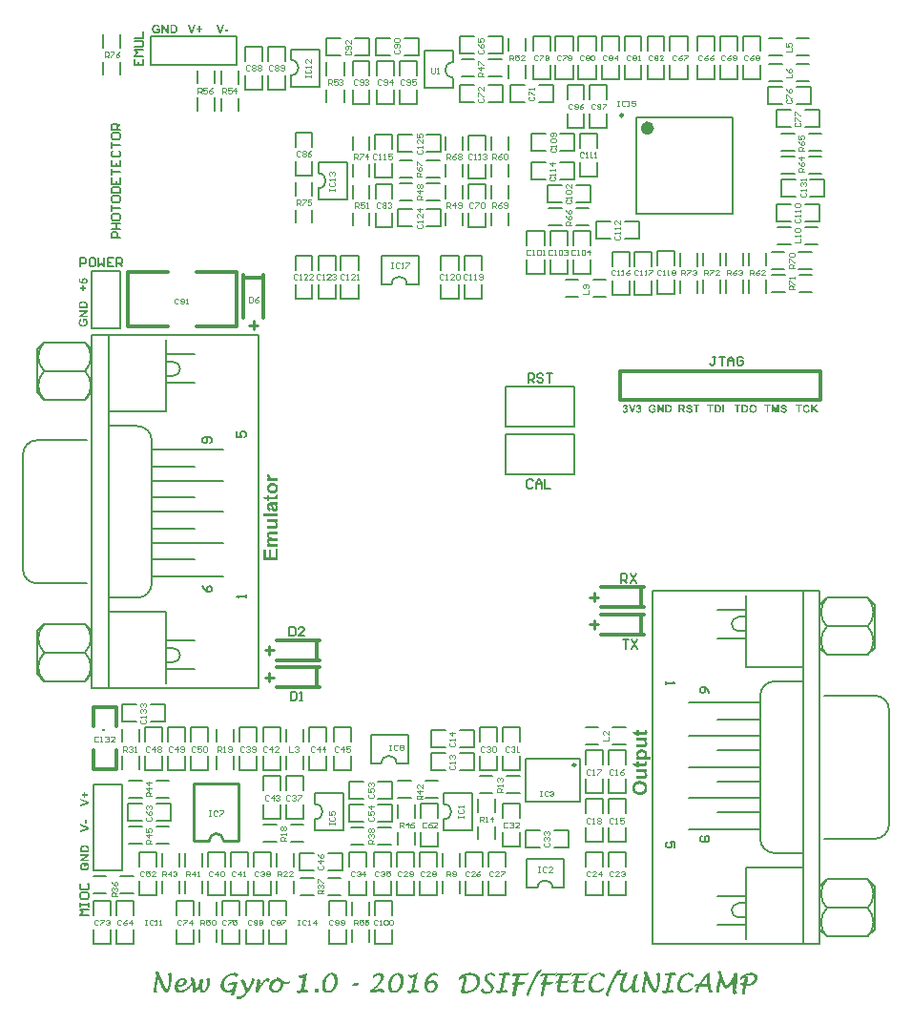
<source format=gto>
%FSLAX42Y42*%
%MOMM*%
G71*
G01*
G75*
%ADD10R,1.22X1.22*%
%ADD11R,1.22X1.22*%
%ADD12R,3.20X4.00*%
%ADD13R,1.27X1.27*%
%ADD14R,1.40X1.40*%
%ADD15O,0.25X1.75*%
%ADD16O,1.75X0.25*%
%ADD17O,1.20X0.35*%
%ADD18R,1.20X0.35*%
%ADD19O,0.35X1.20*%
%ADD20R,0.35X1.20*%
%ADD21R,0.60X1.20*%
%ADD22O,1.30X0.65*%
%ADD23R,1.30X0.65*%
%ADD24O,0.35X1.85*%
%ADD25R,1.27X1.27*%
%ADD26R,1.52X1.52*%
%ADD27C,0.25*%
%ADD28C,0.60*%
%ADD29C,2.00*%
%ADD30C,1.20*%
%ADD31C,0.50*%
%ADD32C,0.40*%
%ADD33C,1.30*%
%ADD34C,0.25*%
%ADD35C,0.35*%
%ADD36C,0.30*%
%ADD37C,0.80*%
%ADD38C,5.00*%
%ADD39C,5.00*%
%ADD40C,1.57*%
%ADD41P,1.70X8X292.5*%
%ADD42R,1.50X1.50*%
%ADD43C,1.50*%
%ADD44C,2.00*%
%ADD45R,2.00X2.00*%
%ADD46R,2.00X2.00*%
%ADD47C,1.52*%
%ADD48C,1.27*%
%ADD49C,1.10*%
%ADD50C,1.70*%
%ADD51R,1.20X0.60*%
%ADD52R,1.75X0.25*%
%ADD53R,0.25X1.75*%
%ADD54O,2.03X0.61*%
%ADD55R,0.69X0.99*%
%ADD56R,1.02X2.03*%
%ADD57R,5.59X8.64*%
%ADD58R,2.03X3.05*%
%ADD59R,3.05X2.03*%
%ADD60R,0.76X1.30*%
%ADD61C,1.00*%
%ADD62C,0.20*%
%ADD63C,0.20*%
%ADD64C,0.30*%
%ADD65C,0.38*%
%ADD66C,0.13*%
%ADD67C,0.10*%
%ADD68C,0.15*%
G36*
X7265Y3962D02*
X7266D01*
X7269Y3961D01*
X7272Y3959D01*
X7274Y3958D01*
X7276Y3956D01*
X7277Y3954D01*
X7279Y3952D01*
X7280Y3949D01*
X7282Y3945D01*
X7282Y3942D01*
X7283Y3937D01*
X7283Y3937D01*
X7282Y3938D01*
X7280Y3938D01*
X7277Y3939D01*
X7272Y3940D01*
X7270Y3940D01*
X7264D01*
X7262Y3940D01*
X7259D01*
X7256Y3940D01*
X7252Y3939D01*
X7248Y3939D01*
X7248D01*
X7247Y3938D01*
X7245Y3938D01*
X7218Y3804D01*
X7219D01*
X7220Y3804D01*
X7221D01*
X7224Y3805D01*
X7229Y3805D01*
X7233Y3806D01*
X7238Y3806D01*
X7242Y3807D01*
X7247D01*
X7247Y3806D01*
X7248D01*
X7251Y3805D01*
X7254Y3803D01*
X7256Y3802D01*
X7258Y3800D01*
X7259Y3798D01*
X7260Y3796D01*
X7261Y3793D01*
X7262Y3790D01*
X7262Y3786D01*
X7263Y3782D01*
X7262D01*
X7261Y3782D01*
X7259Y3783D01*
X7256Y3783D01*
X7253Y3784D01*
X7250Y3784D01*
X7243Y3785D01*
X7240D01*
X7237Y3784D01*
X7234D01*
X7231Y3784D01*
X7226Y3783D01*
X7222Y3783D01*
X7197Y3780D01*
X7197D01*
X7195Y3779D01*
X7192Y3779D01*
X7190Y3778D01*
X7183Y3778D01*
X7180Y3777D01*
X7176D01*
X7174Y3778D01*
X7171Y3778D01*
X7169Y3778D01*
X7166Y3780D01*
X7164Y3781D01*
X7162Y3783D01*
X7162Y3783D01*
X7161Y3784D01*
X7161Y3785D01*
X7160Y3787D01*
X7159Y3790D01*
X7158Y3793D01*
X7157Y3798D01*
X7157Y3803D01*
X7158Y3803D01*
X7159Y3802D01*
X7161Y3802D01*
X7163Y3801D01*
X7166Y3800D01*
X7170Y3799D01*
X7173Y3799D01*
X7176Y3798D01*
X7178D01*
X7179Y3799D01*
X7181D01*
X7183Y3799D01*
X7186Y3799D01*
X7189Y3800D01*
X7217Y3935D01*
X7217D01*
X7215Y3934D01*
X7213Y3934D01*
X7211Y3934D01*
X7208Y3933D01*
X7205Y3933D01*
X7198Y3933D01*
X7197D01*
X7197Y3933D01*
X7196D01*
X7193Y3934D01*
X7190Y3936D01*
X7188Y3937D01*
X7186Y3938D01*
X7185Y3940D01*
X7183Y3942D01*
X7182Y3945D01*
X7181Y3948D01*
X7181Y3951D01*
X7180Y3955D01*
X7181D01*
X7182Y3955D01*
X7183Y3954D01*
X7185Y3954D01*
X7189Y3953D01*
X7194Y3952D01*
X7195D01*
X7197Y3953D01*
X7200D01*
X7203Y3953D01*
X7207Y3954D01*
X7212Y3954D01*
X7217Y3955D01*
X7234Y3959D01*
X7235D01*
X7235Y3959D01*
X7236D01*
X7238Y3959D01*
X7241Y3960D01*
X7245Y3960D01*
X7250Y3961D01*
X7254Y3961D01*
X7259Y3962D01*
X7264D01*
X7265Y3962D01*
D02*
G37*
G36*
X6430Y3806D02*
X6430D01*
X6432Y3807D01*
X6434Y3807D01*
X6436Y3807D01*
X6438D01*
X6441Y3807D01*
X6444Y3808D01*
X6449D01*
X6452Y3807D01*
X6455Y3807D01*
X6458Y3807D01*
X6462Y3805D01*
X6465Y3804D01*
X6467Y3802D01*
X6468Y3802D01*
X6468Y3801D01*
X6469Y3800D01*
X6470Y3798D01*
X6471Y3795D01*
X6472Y3791D01*
X6473Y3786D01*
X6473Y3781D01*
X6473Y3781D01*
X6472Y3781D01*
X6470Y3782D01*
X6468Y3783D01*
X6465Y3783D01*
X6462Y3784D01*
X6458Y3784D01*
X6455Y3785D01*
X6450D01*
X6447Y3784D01*
X6444D01*
X6439Y3784D01*
X6434Y3783D01*
X6428Y3783D01*
X6413Y3781D01*
X6412D01*
X6411Y3781D01*
X6409D01*
X6407Y3780D01*
X6404Y3780D01*
X6401Y3779D01*
X6396Y3778D01*
X6392Y3778D01*
X6391D01*
X6390Y3778D01*
X6389D01*
X6386Y3777D01*
X6383Y3777D01*
X6382D01*
X6380Y3777D01*
X6378Y3778D01*
X6377Y3779D01*
X6375Y3780D01*
X6374Y3782D01*
X6372Y3783D01*
X6371Y3785D01*
X6370Y3788D01*
X6369Y3791D01*
X6367Y3794D01*
X6367Y3798D01*
X6366Y3802D01*
X6367D01*
X6368Y3802D01*
X6369Y3802D01*
X6371Y3801D01*
X6376Y3800D01*
X6378Y3800D01*
X6384D01*
X6387Y3800D01*
X6391Y3800D01*
X6394Y3800D01*
X6402Y3802D01*
X6427Y3922D01*
X6427D01*
X6426Y3922D01*
X6425Y3921D01*
X6424Y3921D01*
X6421Y3920D01*
X6418Y3918D01*
X6413Y3916D01*
X6409Y3915D01*
X6404Y3914D01*
X6400Y3913D01*
X6399D01*
X6398Y3914D01*
X6397D01*
X6394Y3915D01*
X6391Y3916D01*
X6389Y3918D01*
X6387Y3919D01*
X6386Y3921D01*
X6384Y3923D01*
X6383Y3926D01*
X6382Y3929D01*
X6382Y3932D01*
X6382Y3936D01*
Y3942D01*
X6382Y3942D01*
X6383Y3941D01*
X6385Y3940D01*
X6387Y3939D01*
X6390Y3938D01*
X6393Y3937D01*
X6396Y3936D01*
X6399Y3936D01*
X6401D01*
X6402Y3936D01*
X6404Y3936D01*
X6406Y3937D01*
X6408Y3937D01*
X6411Y3938D01*
X6414Y3939D01*
X6418Y3940D01*
X6421Y3942D01*
X6426Y3944D01*
X6431Y3946D01*
X6436Y3948D01*
X6442Y3951D01*
X6448Y3954D01*
X6448Y3955D01*
X6449D01*
X6450Y3955D01*
X6452Y3956D01*
X6454Y3957D01*
X6456Y3958D01*
X6460Y3959D01*
X6430Y3806D01*
D02*
G37*
G36*
X8737Y3962D02*
X8738D01*
X8741Y3961D01*
X8744Y3959D01*
X8746Y3958D01*
X8748Y3956D01*
X8749Y3954D01*
X8751Y3952D01*
X8752Y3949D01*
X8753Y3945D01*
X8754Y3942D01*
X8755Y3937D01*
X8755Y3937D01*
X8753Y3938D01*
X8752Y3938D01*
X8749Y3939D01*
X8744Y3940D01*
X8742Y3940D01*
X8736D01*
X8734Y3940D01*
X8731D01*
X8728Y3940D01*
X8724Y3939D01*
X8720Y3939D01*
X8720D01*
X8719Y3938D01*
X8717Y3938D01*
X8690Y3804D01*
X8691D01*
X8692Y3804D01*
X8693D01*
X8696Y3805D01*
X8700Y3805D01*
X8705Y3806D01*
X8710Y3806D01*
X8714Y3807D01*
X8719D01*
X8719Y3806D01*
X8720D01*
X8723Y3805D01*
X8726Y3803D01*
X8728Y3802D01*
X8729Y3800D01*
X8731Y3798D01*
X8732Y3796D01*
X8733Y3793D01*
X8734Y3790D01*
X8734Y3786D01*
X8735Y3782D01*
X8734D01*
X8733Y3782D01*
X8731Y3783D01*
X8728Y3783D01*
X8725Y3784D01*
X8722Y3784D01*
X8715Y3785D01*
X8712D01*
X8709Y3784D01*
X8706D01*
X8702Y3784D01*
X8698Y3783D01*
X8694Y3783D01*
X8669Y3780D01*
X8669D01*
X8667Y3779D01*
X8664Y3779D01*
X8661Y3778D01*
X8655Y3778D01*
X8652Y3777D01*
X8647D01*
X8646Y3778D01*
X8643Y3778D01*
X8641Y3778D01*
X8638Y3780D01*
X8636Y3781D01*
X8634Y3783D01*
X8634Y3783D01*
X8633Y3784D01*
X8632Y3785D01*
X8632Y3787D01*
X8631Y3790D01*
X8630Y3793D01*
X8629Y3798D01*
X8629Y3803D01*
X8630Y3803D01*
X8631Y3802D01*
X8633Y3802D01*
X8635Y3801D01*
X8638Y3800D01*
X8642Y3799D01*
X8645Y3799D01*
X8648Y3798D01*
X8649D01*
X8651Y3799D01*
X8653D01*
X8655Y3799D01*
X8658Y3799D01*
X8661Y3800D01*
X8689Y3935D01*
X8688D01*
X8687Y3934D01*
X8685Y3934D01*
X8683Y3934D01*
X8680Y3933D01*
X8677Y3933D01*
X8670Y3933D01*
X8669D01*
X8669Y3933D01*
X8668D01*
X8665Y3934D01*
X8661Y3936D01*
X8660Y3937D01*
X8658Y3938D01*
X8657Y3940D01*
X8655Y3942D01*
X8654Y3945D01*
X8653Y3948D01*
X8653Y3951D01*
X8652Y3955D01*
X8653D01*
X8654Y3955D01*
X8655Y3954D01*
X8657Y3954D01*
X8661Y3953D01*
X8666Y3952D01*
X8667D01*
X8669Y3953D01*
X8671D01*
X8675Y3953D01*
X8679Y3954D01*
X8683Y3954D01*
X8689Y3955D01*
X8706Y3959D01*
X8707D01*
X8707Y3959D01*
X8708D01*
X8710Y3959D01*
X8713Y3960D01*
X8717Y3960D01*
X8722Y3961D01*
X8726Y3961D01*
X8731Y3962D01*
X8736D01*
X8737Y3962D01*
D02*
G37*
G36*
X3543Y4996D02*
X3493Y4965D01*
X3543D01*
Y4950D01*
X3466D01*
Y4965D01*
X3518Y4997D01*
X3466D01*
Y5011D01*
X3543D01*
Y4996D01*
D02*
G37*
G36*
X3533Y4936D02*
X3534Y4935D01*
X3535Y4934D01*
X3536Y4932D01*
X3537Y4930D01*
X3538Y4928D01*
X3540Y4925D01*
X3541Y4922D01*
Y4922D01*
X3541Y4921D01*
X3542Y4921D01*
X3542Y4920D01*
X3542Y4919D01*
X3542Y4918D01*
X3543Y4917D01*
X3543Y4916D01*
X3544Y4913D01*
X3544Y4910D01*
X3545Y4906D01*
X3545Y4903D01*
Y4903D01*
Y4902D01*
Y4902D01*
X3545Y4901D01*
Y4900D01*
X3544Y4899D01*
X3544Y4897D01*
X3544Y4896D01*
X3543Y4893D01*
X3543Y4889D01*
X3541Y4885D01*
X3541Y4884D01*
X3540Y4882D01*
X3540Y4882D01*
X3539Y4882D01*
X3539Y4881D01*
X3539Y4880D01*
X3538Y4880D01*
X3538Y4879D01*
X3536Y4877D01*
X3534Y4875D01*
X3531Y4873D01*
X3529Y4870D01*
X3525Y4869D01*
X3525D01*
X3525Y4868D01*
X3524Y4868D01*
X3524Y4868D01*
X3523Y4867D01*
X3522Y4867D01*
X3520Y4867D01*
X3519Y4866D01*
X3518Y4866D01*
X3516Y4866D01*
X3513Y4865D01*
X3509Y4864D01*
X3505Y4864D01*
X3503D01*
X3503Y4864D01*
X3502D01*
X3500Y4864D01*
X3499Y4865D01*
X3498Y4865D01*
X3494Y4865D01*
X3491Y4866D01*
X3487Y4867D01*
X3483Y4869D01*
X3483Y4869D01*
X3483Y4869D01*
X3482Y4870D01*
X3482Y4870D01*
X3481Y4871D01*
X3480Y4871D01*
X3478Y4873D01*
X3476Y4875D01*
X3473Y4877D01*
X3471Y4880D01*
X3469Y4884D01*
Y4884D01*
X3469Y4884D01*
X3469Y4884D01*
X3468Y4885D01*
X3468Y4886D01*
X3468Y4887D01*
X3467Y4888D01*
X3467Y4889D01*
X3467Y4890D01*
X3466Y4892D01*
X3466Y4893D01*
X3466Y4895D01*
X3465Y4898D01*
X3465Y4902D01*
Y4902D01*
Y4903D01*
Y4904D01*
X3465Y4904D01*
X3465Y4906D01*
X3465Y4907D01*
X3466Y4909D01*
X3466Y4910D01*
X3467Y4914D01*
X3468Y4918D01*
X3468Y4919D01*
X3469Y4921D01*
X3470Y4923D01*
X3471Y4924D01*
X3471Y4925D01*
X3471Y4925D01*
X3472Y4925D01*
X3472Y4926D01*
X3473Y4926D01*
X3474Y4927D01*
X3474Y4928D01*
X3476Y4929D01*
X3477Y4930D01*
X3478Y4930D01*
X3479Y4931D01*
X3481Y4932D01*
X3484Y4934D01*
X3486Y4934D01*
X3488Y4935D01*
X3490Y4919D01*
X3490D01*
X3490Y4919D01*
X3490Y4919D01*
X3488Y4919D01*
X3487Y4918D01*
X3486Y4917D01*
X3484Y4916D01*
X3483Y4915D01*
X3482Y4913D01*
X3481Y4913D01*
X3481Y4912D01*
X3481Y4912D01*
X3480Y4910D01*
X3479Y4909D01*
X3479Y4907D01*
X3478Y4904D01*
X3478Y4902D01*
Y4902D01*
Y4902D01*
Y4901D01*
X3478Y4901D01*
X3479Y4900D01*
X3479Y4899D01*
X3479Y4896D01*
X3480Y4894D01*
X3481Y4891D01*
X3482Y4890D01*
X3483Y4888D01*
X3484Y4887D01*
X3485Y4886D01*
X3485Y4886D01*
X3485Y4886D01*
X3486Y4885D01*
X3486Y4885D01*
X3487Y4885D01*
X3488Y4884D01*
X3488Y4884D01*
X3490Y4883D01*
X3491Y4882D01*
X3492Y4882D01*
X3494Y4882D01*
X3496Y4881D01*
X3498Y4881D01*
X3500Y4880D01*
X3502Y4880D01*
X3504Y4880D01*
X3505D01*
X3506Y4880D01*
X3507Y4880D01*
X3509Y4880D01*
X3510Y4881D01*
X3512Y4881D01*
X3515Y4882D01*
X3519Y4883D01*
X3520Y4883D01*
X3522Y4884D01*
X3523Y4885D01*
X3525Y4886D01*
X3525Y4886D01*
X3525Y4886D01*
X3525Y4887D01*
X3526Y4887D01*
X3526Y4888D01*
X3527Y4889D01*
X3527Y4889D01*
X3528Y4890D01*
X3529Y4893D01*
X3530Y4895D01*
X3531Y4897D01*
X3531Y4899D01*
X3531Y4900D01*
X3531Y4902D01*
Y4902D01*
Y4903D01*
X3531Y4904D01*
X3531Y4905D01*
X3531Y4906D01*
X3531Y4908D01*
X3530Y4910D01*
X3530Y4912D01*
X3529Y4912D01*
X3529Y4913D01*
X3529Y4914D01*
X3528Y4915D01*
X3528Y4916D01*
X3527Y4917D01*
X3526Y4919D01*
X3525Y4920D01*
X3515D01*
Y4903D01*
X3502D01*
Y4936D01*
X3533D01*
X3533Y4936D01*
D02*
G37*
G36*
X6612Y3958D02*
X6616Y3958D01*
X6620Y3957D01*
X6624Y3956D01*
X6628Y3955D01*
X6633Y3953D01*
X6633Y3953D01*
X6634Y3952D01*
X6636Y3951D01*
X6638Y3949D01*
X6640Y3947D01*
X6641Y3945D01*
X6642Y3942D01*
X6643Y3939D01*
Y3938D01*
Y3937D01*
X6642Y3936D01*
X6642Y3935D01*
X6642Y3933D01*
X6641Y3931D01*
X6641Y3928D01*
X6640D01*
X6640Y3929D01*
X6639Y3929D01*
X6638Y3930D01*
X6636Y3931D01*
X6635Y3932D01*
X6630Y3934D01*
X6625Y3935D01*
X6619Y3937D01*
X6613Y3938D01*
X6606Y3939D01*
X6604D01*
X6603Y3939D01*
X6601Y3938D01*
X6599Y3938D01*
X6594Y3937D01*
X6589Y3934D01*
X6586Y3932D01*
X6583Y3930D01*
X6580Y3928D01*
X6577Y3925D01*
X6574Y3923D01*
X6571Y3919D01*
X6571Y3919D01*
X6570Y3918D01*
X6570Y3917D01*
X6569Y3916D01*
X6567Y3913D01*
X6566Y3911D01*
X6565Y3908D01*
X6563Y3906D01*
X6561Y3902D01*
X6560Y3899D01*
X6558Y3894D01*
X6556Y3890D01*
X6553Y3881D01*
X6551Y3870D01*
X6551Y3870D01*
X6552Y3871D01*
X6552Y3872D01*
X6553Y3874D01*
X6555Y3875D01*
X6556Y3877D01*
X6558Y3879D01*
X6561Y3882D01*
X6563Y3884D01*
X6566Y3886D01*
X6570Y3888D01*
X6573Y3889D01*
X6577Y3891D01*
X6582Y3892D01*
X6587Y3893D01*
X6592Y3893D01*
X6594D01*
X6596Y3893D01*
X6597D01*
X6599Y3892D01*
X6604Y3891D01*
X6609Y3890D01*
X6615Y3887D01*
X6621Y3884D01*
X6623Y3882D01*
X6626Y3879D01*
X6626Y3879D01*
X6627Y3879D01*
X6627Y3878D01*
X6628Y3877D01*
X6630Y3874D01*
X6633Y3870D01*
X6635Y3865D01*
X6638Y3860D01*
X6639Y3853D01*
X6640Y3850D01*
Y3846D01*
Y3846D01*
Y3845D01*
Y3843D01*
X6640Y3841D01*
X6639Y3839D01*
X6639Y3836D01*
X6638Y3834D01*
X6638Y3830D01*
X6635Y3823D01*
X6634Y3819D01*
X6632Y3816D01*
X6630Y3812D01*
X6627Y3808D01*
X6624Y3804D01*
X6621Y3800D01*
X6621Y3800D01*
X6620Y3799D01*
X6619Y3798D01*
X6618Y3797D01*
X6616Y3795D01*
X6613Y3794D01*
X6611Y3792D01*
X6608Y3790D01*
X6605Y3788D01*
X6601Y3787D01*
X6594Y3784D01*
X6590Y3782D01*
X6585Y3781D01*
X6581Y3781D01*
X6576Y3781D01*
X6574D01*
X6572Y3781D01*
X6570Y3781D01*
X6568Y3781D01*
X6562Y3783D01*
X6556Y3785D01*
X6553Y3786D01*
X6549Y3788D01*
X6546Y3790D01*
X6543Y3792D01*
X6540Y3795D01*
X6537Y3798D01*
X6536Y3798D01*
X6536Y3799D01*
X6535Y3800D01*
X6534Y3801D01*
X6533Y3803D01*
X6532Y3805D01*
X6531Y3807D01*
X6529Y3810D01*
X6528Y3814D01*
X6527Y3817D01*
X6525Y3821D01*
X6524Y3825D01*
X6522Y3834D01*
X6522Y3838D01*
X6522Y3844D01*
Y3844D01*
Y3846D01*
X6522Y3848D01*
Y3852D01*
X6523Y3856D01*
X6523Y3861D01*
X6524Y3866D01*
X6525Y3872D01*
X6526Y3879D01*
X6528Y3885D01*
X6530Y3892D01*
X6532Y3899D01*
X6535Y3906D01*
X6538Y3913D01*
X6542Y3919D01*
X6546Y3925D01*
X6546Y3926D01*
X6547Y3927D01*
X6548Y3928D01*
X6550Y3931D01*
X6553Y3933D01*
X6556Y3936D01*
X6559Y3939D01*
X6563Y3942D01*
X6567Y3945D01*
X6571Y3948D01*
X6576Y3951D01*
X6582Y3953D01*
X6587Y3956D01*
X6594Y3957D01*
X6600Y3958D01*
X6607Y3959D01*
X6609D01*
X6612Y3958D01*
D02*
G37*
G36*
X7119D02*
X7122Y3958D01*
X7126Y3957D01*
X7130Y3957D01*
X7134Y3955D01*
X7138Y3954D01*
X7138Y3954D01*
X7139Y3953D01*
X7141Y3952D01*
X7143Y3951D01*
X7144Y3949D01*
X7146Y3947D01*
X7147Y3944D01*
X7147Y3941D01*
Y3941D01*
Y3940D01*
X7147Y3938D01*
X7146Y3936D01*
X7145Y3934D01*
X7144Y3931D01*
X7142Y3927D01*
X7139Y3923D01*
Y3924D01*
X7138Y3924D01*
X7137Y3925D01*
X7137Y3926D01*
X7134Y3930D01*
X7131Y3933D01*
X7126Y3936D01*
X7121Y3940D01*
X7118Y3941D01*
X7114Y3942D01*
X7111Y3942D01*
X7107Y3942D01*
X7105D01*
X7103Y3942D01*
X7100Y3942D01*
X7096Y3940D01*
X7093Y3939D01*
X7089Y3937D01*
X7086Y3935D01*
X7085Y3934D01*
X7084Y3933D01*
X7083Y3931D01*
X7081Y3929D01*
X7080Y3926D01*
X7079Y3923D01*
X7077Y3920D01*
X7077Y3916D01*
Y3915D01*
Y3914D01*
X7077Y3913D01*
Y3911D01*
X7078Y3907D01*
X7079Y3905D01*
X7080Y3904D01*
X7080Y3903D01*
X7080Y3903D01*
X7081Y3901D01*
X7083Y3900D01*
X7086Y3897D01*
X7089Y3894D01*
X7093Y3890D01*
X7096Y3888D01*
X7098Y3885D01*
X7105Y3877D01*
X7105Y3877D01*
X7106Y3876D01*
X7108Y3874D01*
X7110Y3872D01*
X7113Y3870D01*
X7115Y3867D01*
X7118Y3864D01*
X7121Y3861D01*
X7127Y3853D01*
X7130Y3849D01*
X7132Y3845D01*
X7134Y3841D01*
X7136Y3837D01*
X7137Y3833D01*
X7137Y3829D01*
Y3828D01*
Y3827D01*
Y3826D01*
X7137Y3824D01*
X7137Y3822D01*
X7136Y3820D01*
X7135Y3814D01*
X7132Y3807D01*
X7131Y3804D01*
X7129Y3801D01*
X7127Y3797D01*
X7124Y3794D01*
X7121Y3791D01*
X7118Y3788D01*
X7117Y3787D01*
X7117Y3787D01*
X7115Y3786D01*
X7114Y3785D01*
X7112Y3784D01*
X7110Y3783D01*
X7107Y3781D01*
X7104Y3780D01*
X7101Y3778D01*
X7097Y3776D01*
X7093Y3775D01*
X7089Y3774D01*
X7079Y3772D01*
X7074Y3772D01*
X7068Y3771D01*
X7066D01*
X7065Y3772D01*
X7063D01*
X7061Y3772D01*
X7057Y3773D01*
X7052Y3774D01*
X7046Y3776D01*
X7040Y3778D01*
X7035Y3781D01*
X7035Y3781D01*
X7033Y3783D01*
X7031Y3785D01*
X7029Y3787D01*
X7026Y3791D01*
X7024Y3795D01*
X7023Y3800D01*
X7022Y3802D01*
X7022Y3805D01*
Y3806D01*
X7022Y3807D01*
X7023Y3809D01*
X7025Y3812D01*
X7027Y3815D01*
X7028Y3817D01*
X7031Y3819D01*
X7033Y3821D01*
X7036Y3824D01*
X7038Y3826D01*
X7042Y3828D01*
Y3828D01*
Y3827D01*
Y3826D01*
X7042Y3825D01*
X7043Y3822D01*
X7043Y3817D01*
X7044Y3812D01*
X7046Y3807D01*
X7048Y3803D01*
X7051Y3799D01*
X7052Y3798D01*
X7053Y3797D01*
X7055Y3796D01*
X7058Y3794D01*
X7062Y3792D01*
X7066Y3790D01*
X7071Y3789D01*
X7077Y3789D01*
X7079D01*
X7080Y3789D01*
X7082Y3790D01*
X7086Y3790D01*
X7090Y3791D01*
X7094Y3793D01*
X7099Y3795D01*
X7103Y3798D01*
X7103Y3798D01*
X7105Y3799D01*
X7106Y3801D01*
X7108Y3804D01*
X7110Y3807D01*
X7112Y3810D01*
X7113Y3814D01*
X7114Y3818D01*
Y3819D01*
X7113Y3821D01*
X7113Y3823D01*
X7111Y3827D01*
X7110Y3830D01*
X7109Y3832D01*
X7107Y3835D01*
X7105Y3838D01*
X7103Y3841D01*
X7100Y3845D01*
X7097Y3849D01*
X7093Y3853D01*
X7077Y3865D01*
X7076Y3865D01*
X7075Y3866D01*
X7074Y3867D01*
X7073Y3869D01*
X7071Y3871D01*
X7069Y3873D01*
X7067Y3876D01*
X7065Y3879D01*
X7060Y3885D01*
X7056Y3892D01*
X7055Y3896D01*
X7053Y3900D01*
X7052Y3904D01*
X7052Y3907D01*
Y3908D01*
Y3908D01*
Y3909D01*
X7052Y3911D01*
X7053Y3913D01*
X7053Y3915D01*
X7054Y3920D01*
X7056Y3926D01*
X7058Y3929D01*
X7060Y3932D01*
X7062Y3935D01*
X7064Y3938D01*
X7067Y3941D01*
X7069Y3944D01*
X7070Y3944D01*
X7070Y3945D01*
X7071Y3945D01*
X7073Y3946D01*
X7074Y3947D01*
X7077Y3949D01*
X7079Y3950D01*
X7082Y3951D01*
X7085Y3953D01*
X7088Y3954D01*
X7096Y3956D01*
X7104Y3958D01*
X7109Y3958D01*
X7114Y3959D01*
X7116D01*
X7119Y3958D01*
D02*
G37*
G36*
X7448Y3960D02*
X7447Y3960D01*
X7447Y3959D01*
X7446Y3958D01*
X7445Y3955D01*
X7443Y3952D01*
X7440Y3948D01*
X7438Y3945D01*
X7435Y3942D01*
X7432Y3940D01*
X7431Y3940D01*
X7430Y3939D01*
X7428Y3938D01*
X7426Y3938D01*
X7422Y3937D01*
X7418Y3936D01*
X7413Y3936D01*
X7407Y3935D01*
X7397Y3936D01*
X7365D01*
X7352Y3873D01*
X7378D01*
X7380Y3874D01*
X7382D01*
X7388Y3874D01*
X7394Y3875D01*
X7400Y3876D01*
X7407Y3877D01*
X7414Y3879D01*
Y3879D01*
X7414Y3879D01*
X7413Y3878D01*
X7413Y3877D01*
X7412Y3874D01*
X7410Y3870D01*
X7408Y3867D01*
X7405Y3863D01*
X7403Y3861D01*
X7402Y3860D01*
X7400Y3859D01*
X7400D01*
X7399Y3858D01*
X7397Y3858D01*
X7394Y3857D01*
X7390Y3856D01*
X7385Y3856D01*
X7379Y3855D01*
X7376Y3855D01*
X7349D01*
X7334Y3780D01*
Y3779D01*
X7334Y3778D01*
X7334Y3776D01*
X7333Y3774D01*
X7333Y3770D01*
X7332Y3768D01*
Y3766D01*
Y3766D01*
X7333Y3764D01*
X7333Y3762D01*
X7334Y3759D01*
X7333Y3758D01*
X7332Y3757D01*
X7329Y3756D01*
X7326Y3755D01*
X7322Y3754D01*
X7318Y3753D01*
X7314Y3752D01*
X7311Y3752D01*
X7309D01*
X7308Y3752D01*
X7307Y3752D01*
X7305Y3753D01*
X7304Y3755D01*
X7303Y3756D01*
X7303Y3759D01*
Y3759D01*
Y3760D01*
X7303Y3761D01*
X7303Y3764D01*
X7303Y3766D01*
X7304Y3769D01*
X7305Y3773D01*
X7322Y3855D01*
X7320D01*
X7318Y3855D01*
X7315Y3855D01*
X7312Y3854D01*
X7308Y3853D01*
X7303Y3852D01*
X7298Y3850D01*
Y3850D01*
X7299Y3851D01*
X7299Y3853D01*
X7300Y3855D01*
X7302Y3858D01*
X7303Y3862D01*
X7305Y3865D01*
X7307Y3867D01*
X7309Y3869D01*
X7309Y3870D01*
X7310Y3870D01*
X7311Y3870D01*
X7312Y3871D01*
X7314Y3872D01*
X7317Y3873D01*
X7320Y3873D01*
X7323Y3873D01*
X7325D01*
X7338Y3936D01*
X7335D01*
X7334Y3935D01*
X7332D01*
X7329Y3935D01*
X7324Y3934D01*
X7317Y3932D01*
X7310Y3930D01*
X7303Y3927D01*
X7300Y3925D01*
X7296Y3922D01*
Y3923D01*
X7297Y3923D01*
X7297Y3924D01*
X7297Y3926D01*
X7299Y3929D01*
X7300Y3934D01*
X7302Y3938D01*
X7305Y3943D01*
X7308Y3947D01*
X7311Y3949D01*
X7313Y3950D01*
X7313Y3950D01*
X7314D01*
X7315Y3951D01*
X7316Y3951D01*
X7317Y3952D01*
X7319Y3952D01*
X7322Y3952D01*
X7325Y3953D01*
X7328Y3953D01*
X7332Y3954D01*
X7336Y3954D01*
X7342Y3954D01*
X7347D01*
X7354Y3954D01*
X7396D01*
X7399Y3955D01*
X7402D01*
X7406Y3955D01*
X7410Y3955D01*
X7419Y3956D01*
X7428Y3957D01*
X7438Y3959D01*
X7448Y3961D01*
Y3960D01*
D02*
G37*
G36*
X5451Y3806D02*
X5451D01*
X5453Y3807D01*
X5455Y3807D01*
X5457Y3807D01*
X5459D01*
X5462Y3807D01*
X5465Y3808D01*
X5470D01*
X5473Y3807D01*
X5476Y3807D01*
X5479Y3807D01*
X5483Y3805D01*
X5486Y3804D01*
X5488Y3802D01*
X5489Y3802D01*
X5489Y3801D01*
X5490Y3800D01*
X5491Y3798D01*
X5492Y3795D01*
X5493Y3791D01*
X5494Y3786D01*
X5494Y3781D01*
X5494Y3781D01*
X5493Y3781D01*
X5491Y3782D01*
X5489Y3783D01*
X5486Y3783D01*
X5482Y3784D01*
X5479Y3784D01*
X5476Y3785D01*
X5471D01*
X5468Y3784D01*
X5465D01*
X5460Y3784D01*
X5455Y3783D01*
X5449Y3783D01*
X5434Y3781D01*
X5433D01*
X5432Y3781D01*
X5430D01*
X5428Y3780D01*
X5425Y3780D01*
X5422Y3779D01*
X5417Y3778D01*
X5412Y3778D01*
X5412D01*
X5411Y3778D01*
X5410D01*
X5407Y3777D01*
X5404Y3777D01*
X5403D01*
X5401Y3777D01*
X5399Y3778D01*
X5398Y3779D01*
X5396Y3780D01*
X5395Y3782D01*
X5393Y3783D01*
X5392Y3785D01*
X5391Y3788D01*
X5390Y3791D01*
X5388Y3794D01*
X5388Y3798D01*
X5387Y3802D01*
X5388D01*
X5389Y3802D01*
X5390Y3802D01*
X5392Y3801D01*
X5397Y3800D01*
X5399Y3800D01*
X5405D01*
X5408Y3800D01*
X5412Y3800D01*
X5415Y3800D01*
X5423Y3802D01*
X5448Y3922D01*
X5448D01*
X5447Y3922D01*
X5446Y3921D01*
X5445Y3921D01*
X5442Y3920D01*
X5439Y3918D01*
X5434Y3916D01*
X5430Y3915D01*
X5425Y3914D01*
X5421Y3913D01*
X5420D01*
X5419Y3914D01*
X5418D01*
X5415Y3915D01*
X5412Y3916D01*
X5410Y3918D01*
X5408Y3919D01*
X5407Y3921D01*
X5405Y3923D01*
X5404Y3926D01*
X5403Y3929D01*
X5403Y3932D01*
X5403Y3936D01*
Y3942D01*
X5403Y3942D01*
X5404Y3941D01*
X5406Y3940D01*
X5408Y3939D01*
X5411Y3938D01*
X5414Y3937D01*
X5417Y3936D01*
X5420Y3936D01*
X5422D01*
X5423Y3936D01*
X5425Y3936D01*
X5427Y3937D01*
X5429Y3937D01*
X5432Y3938D01*
X5435Y3939D01*
X5439Y3940D01*
X5442Y3942D01*
X5447Y3944D01*
X5452Y3946D01*
X5457Y3948D01*
X5463Y3951D01*
X5469Y3954D01*
X5469Y3955D01*
X5470D01*
X5471Y3955D01*
X5473Y3956D01*
X5475Y3957D01*
X5477Y3958D01*
X5481Y3959D01*
X5451Y3806D01*
D02*
G37*
G36*
X7697Y3960D02*
X7697Y3960D01*
X7697Y3959D01*
X7696Y3958D01*
X7694Y3955D01*
X7693Y3952D01*
X7690Y3948D01*
X7687Y3945D01*
X7684Y3942D01*
X7682Y3940D01*
X7681Y3940D01*
X7680Y3939D01*
X7678Y3938D01*
X7675Y3938D01*
X7672Y3937D01*
X7668Y3936D01*
X7663Y3936D01*
X7657Y3935D01*
X7647Y3936D01*
X7615D01*
X7602Y3873D01*
X7628D01*
X7630Y3874D01*
X7632D01*
X7637Y3874D01*
X7643Y3875D01*
X7650Y3876D01*
X7657Y3877D01*
X7664Y3879D01*
Y3879D01*
X7663Y3879D01*
X7663Y3878D01*
X7663Y3877D01*
X7661Y3874D01*
X7660Y3870D01*
X7658Y3867D01*
X7655Y3863D01*
X7653Y3861D01*
X7651Y3860D01*
X7650Y3859D01*
X7650D01*
X7648Y3858D01*
X7646Y3858D01*
X7643Y3857D01*
X7640Y3856D01*
X7635Y3856D01*
X7629Y3855D01*
X7625Y3855D01*
X7599D01*
X7584Y3780D01*
Y3779D01*
X7584Y3778D01*
X7583Y3776D01*
X7583Y3774D01*
X7583Y3770D01*
X7582Y3768D01*
Y3766D01*
Y3766D01*
X7583Y3764D01*
X7583Y3762D01*
X7583Y3759D01*
X7583Y3758D01*
X7581Y3757D01*
X7579Y3756D01*
X7576Y3755D01*
X7572Y3754D01*
X7568Y3753D01*
X7564Y3752D01*
X7560Y3752D01*
X7559D01*
X7558Y3752D01*
X7557Y3752D01*
X7555Y3753D01*
X7554Y3755D01*
X7553Y3756D01*
X7552Y3759D01*
Y3759D01*
Y3760D01*
X7553Y3761D01*
X7553Y3764D01*
X7553Y3766D01*
X7554Y3769D01*
X7554Y3773D01*
X7571Y3855D01*
X7570D01*
X7568Y3855D01*
X7565Y3855D01*
X7562Y3854D01*
X7558Y3853D01*
X7553Y3852D01*
X7548Y3850D01*
Y3850D01*
X7548Y3851D01*
X7549Y3853D01*
X7550Y3855D01*
X7552Y3858D01*
X7553Y3862D01*
X7555Y3865D01*
X7557Y3867D01*
X7559Y3869D01*
X7559Y3870D01*
X7559Y3870D01*
X7561Y3870D01*
X7562Y3871D01*
X7564Y3872D01*
X7567Y3873D01*
X7570Y3873D01*
X7573Y3873D01*
X7574D01*
X7588Y3936D01*
X7585D01*
X7583Y3935D01*
X7581D01*
X7579Y3935D01*
X7574Y3934D01*
X7567Y3932D01*
X7560Y3930D01*
X7553Y3927D01*
X7549Y3925D01*
X7546Y3922D01*
Y3923D01*
X7547Y3923D01*
X7547Y3924D01*
X7547Y3926D01*
X7548Y3929D01*
X7550Y3934D01*
X7552Y3938D01*
X7555Y3943D01*
X7558Y3947D01*
X7560Y3949D01*
X7562Y3950D01*
X7563Y3950D01*
X7564D01*
X7564Y3951D01*
X7566Y3951D01*
X7567Y3952D01*
X7569Y3952D01*
X7571Y3952D01*
X7574Y3953D01*
X7578Y3953D01*
X7582Y3954D01*
X7586Y3954D01*
X7591Y3954D01*
X7597D01*
X7604Y3954D01*
X7646D01*
X7648Y3955D01*
X7652D01*
X7656Y3955D01*
X7660Y3955D01*
X7668Y3956D01*
X7678Y3957D01*
X7688Y3959D01*
X7697Y3961D01*
Y3960D01*
D02*
G37*
G36*
X3508Y5092D02*
X3509D01*
X3511Y5092D01*
X3514Y5091D01*
X3516Y5091D01*
X3519Y5090D01*
X3522Y5090D01*
X3522D01*
X3522Y5090D01*
X3523Y5089D01*
X3523Y5089D01*
X3524Y5089D01*
X3525Y5088D01*
X3527Y5088D01*
X3529Y5086D01*
X3531Y5085D01*
X3533Y5083D01*
X3536Y5081D01*
X3536Y5081D01*
X3536Y5081D01*
X3537Y5080D01*
X3538Y5079D01*
X3539Y5077D01*
X3540Y5075D01*
X3541Y5073D01*
X3542Y5071D01*
X3542Y5070D01*
X3542Y5070D01*
X3542Y5069D01*
X3542Y5067D01*
X3543Y5065D01*
X3543Y5063D01*
X3543Y5060D01*
X3543Y5057D01*
Y5028D01*
X3466D01*
Y5056D01*
Y5056D01*
Y5056D01*
Y5057D01*
Y5058D01*
Y5058D01*
X3466Y5059D01*
X3467Y5061D01*
X3467Y5064D01*
X3467Y5066D01*
X3467Y5069D01*
X3468Y5071D01*
Y5071D01*
X3468Y5071D01*
X3468Y5071D01*
X3468Y5072D01*
X3469Y5073D01*
X3470Y5075D01*
X3470Y5076D01*
X3472Y5078D01*
X3473Y5080D01*
X3475Y5082D01*
Y5082D01*
X3475Y5082D01*
X3476Y5083D01*
X3477Y5084D01*
X3478Y5085D01*
X3480Y5086D01*
X3482Y5087D01*
X3485Y5088D01*
X3487Y5090D01*
X3488D01*
X3488Y5090D01*
X3488Y5090D01*
X3489Y5090D01*
X3489Y5090D01*
X3490Y5090D01*
X3491Y5091D01*
X3492Y5091D01*
X3494Y5091D01*
X3495Y5091D01*
X3498Y5092D01*
X3502Y5092D01*
X3506Y5092D01*
X3507D01*
X3508Y5092D01*
D02*
G37*
G36*
X8372Y8928D02*
X8357D01*
X8331Y8999D01*
X8347D01*
X8365Y8946D01*
X8382Y8999D01*
X8397D01*
X8372Y8928D01*
D02*
G37*
G36*
X8425Y8999D02*
X8426Y8999D01*
X8427Y8998D01*
X8428Y8998D01*
X8429Y8998D01*
X8432Y8997D01*
X8433Y8997D01*
X8434Y8996D01*
X8436Y8995D01*
X8437Y8994D01*
X8438Y8993D01*
X8439Y8992D01*
X8439Y8992D01*
X8440Y8992D01*
X8440Y8992D01*
X8440Y8991D01*
X8441Y8990D01*
X8442Y8989D01*
X8443Y8987D01*
X8444Y8985D01*
X8444Y8983D01*
X8444Y8982D01*
Y8981D01*
Y8981D01*
Y8980D01*
X8444Y8980D01*
Y8979D01*
X8444Y8978D01*
X8444Y8977D01*
X8444Y8976D01*
X8443Y8975D01*
X8443Y8974D01*
X8442Y8973D01*
X8441Y8972D01*
X8440Y8971D01*
X8439Y8969D01*
X8438Y8968D01*
X8436Y8967D01*
X8434Y8966D01*
X8434D01*
X8435Y8966D01*
X8435D01*
X8435Y8966D01*
X8436Y8965D01*
X8438Y8965D01*
X8439Y8964D01*
X8441Y8963D01*
X8442Y8962D01*
X8444Y8960D01*
X8444Y8960D01*
X8444Y8959D01*
X8445Y8958D01*
X8446Y8957D01*
X8446Y8955D01*
X8447Y8954D01*
X8447Y8951D01*
X8448Y8949D01*
Y8949D01*
Y8949D01*
Y8948D01*
X8447Y8948D01*
X8447Y8947D01*
X8447Y8946D01*
X8447Y8945D01*
X8447Y8944D01*
X8446Y8941D01*
X8445Y8940D01*
X8445Y8939D01*
X8444Y8937D01*
X8443Y8936D01*
X8442Y8935D01*
X8441Y8933D01*
X8441Y8933D01*
X8440Y8933D01*
X8440Y8933D01*
X8439Y8932D01*
X8439Y8932D01*
X8438Y8931D01*
X8437Y8931D01*
X8436Y8930D01*
X8435Y8929D01*
X8434Y8929D01*
X8432Y8928D01*
X8431Y8928D01*
X8429Y8927D01*
X8427Y8927D01*
X8426Y8927D01*
X8424Y8927D01*
X8423D01*
X8422Y8927D01*
X8421Y8927D01*
X8420Y8927D01*
X8419Y8927D01*
X8418Y8927D01*
X8416Y8928D01*
X8413Y8929D01*
X8412Y8930D01*
X8410Y8930D01*
X8409Y8931D01*
X8408Y8932D01*
X8408Y8932D01*
X8408Y8932D01*
X8407Y8933D01*
X8407Y8933D01*
X8406Y8934D01*
X8406Y8935D01*
X8405Y8935D01*
X8405Y8936D01*
X8403Y8938D01*
X8402Y8941D01*
X8401Y8943D01*
X8401Y8945D01*
X8401Y8947D01*
X8414Y8948D01*
Y8948D01*
Y8948D01*
X8414Y8947D01*
X8414Y8947D01*
X8414Y8945D01*
X8415Y8944D01*
X8415Y8943D01*
X8416Y8942D01*
X8417Y8941D01*
X8417Y8940D01*
X8418Y8940D01*
X8418Y8940D01*
X8419Y8939D01*
X8420Y8939D01*
X8421Y8938D01*
X8422Y8938D01*
X8424Y8938D01*
X8424D01*
X8425Y8938D01*
X8426Y8938D01*
X8427Y8939D01*
X8428Y8939D01*
X8430Y8940D01*
X8431Y8941D01*
X8431Y8941D01*
X8431Y8942D01*
X8432Y8942D01*
X8432Y8943D01*
X8433Y8945D01*
X8433Y8946D01*
X8434Y8948D01*
X8434Y8950D01*
Y8950D01*
Y8950D01*
Y8951D01*
X8434Y8952D01*
X8433Y8953D01*
X8433Y8954D01*
X8432Y8955D01*
X8432Y8957D01*
X8431Y8958D01*
X8431Y8958D01*
X8430Y8958D01*
X8430Y8959D01*
X8429Y8959D01*
X8428Y8960D01*
X8427Y8960D01*
X8426Y8961D01*
X8424Y8961D01*
X8423D01*
X8422Y8961D01*
X8422Y8961D01*
X8420Y8960D01*
X8419Y8960D01*
X8418Y8960D01*
X8420Y8971D01*
X8420D01*
X8421Y8971D01*
X8423Y8971D01*
X8424Y8971D01*
X8425Y8972D01*
X8427Y8972D01*
X8428Y8973D01*
X8428Y8973D01*
X8428Y8973D01*
X8429Y8974D01*
X8429Y8975D01*
X8430Y8976D01*
X8430Y8977D01*
X8431Y8978D01*
X8431Y8980D01*
Y8980D01*
Y8980D01*
X8431Y8981D01*
X8431Y8982D01*
X8430Y8983D01*
X8430Y8984D01*
X8429Y8985D01*
X8429Y8985D01*
X8429Y8986D01*
X8428Y8986D01*
X8428Y8986D01*
X8427Y8987D01*
X8426Y8987D01*
X8425Y8987D01*
X8424Y8987D01*
X8423Y8988D01*
X8422D01*
X8422Y8987D01*
X8421Y8987D01*
X8420Y8987D01*
X8419Y8987D01*
X8418Y8986D01*
X8417Y8985D01*
X8417Y8985D01*
X8417Y8985D01*
X8416Y8984D01*
X8416Y8983D01*
X8415Y8982D01*
X8415Y8981D01*
X8414Y8980D01*
X8414Y8978D01*
X8402Y8980D01*
Y8980D01*
X8402Y8981D01*
Y8981D01*
X8402Y8981D01*
X8402Y8982D01*
X8403Y8984D01*
X8403Y8986D01*
X8404Y8987D01*
X8405Y8989D01*
X8405Y8990D01*
X8406Y8991D01*
X8406Y8991D01*
X8407Y8992D01*
X8407Y8993D01*
X8408Y8994D01*
X8410Y8995D01*
X8411Y8996D01*
X8413Y8996D01*
X8413D01*
X8413Y8997D01*
X8414Y8997D01*
X8415Y8997D01*
X8416Y8998D01*
X8417Y8998D01*
X8419Y8998D01*
X8421Y8999D01*
X8423Y8999D01*
X8424D01*
X8425Y8999D01*
D02*
G37*
G36*
X8808Y8998D02*
X8810D01*
X8812Y8998D01*
X8814Y8998D01*
X8817Y8998D01*
X8820Y8997D01*
X8821Y8997D01*
X8822Y8997D01*
X8822D01*
X8822Y8996D01*
X8823Y8996D01*
X8824Y8996D01*
X8825Y8995D01*
X8826Y8994D01*
X8827Y8993D01*
X8829Y8991D01*
X8830Y8990D01*
X8830Y8990D01*
X8830Y8989D01*
X8831Y8988D01*
X8832Y8987D01*
X8832Y8985D01*
X8833Y8983D01*
X8833Y8981D01*
X8833Y8979D01*
Y8979D01*
Y8978D01*
Y8978D01*
X8833Y8977D01*
Y8977D01*
X8833Y8976D01*
X8833Y8974D01*
X8832Y8972D01*
X8831Y8970D01*
X8830Y8968D01*
X8829Y8967D01*
X8828Y8966D01*
Y8966D01*
X8828Y8965D01*
X8828Y8965D01*
X8827Y8965D01*
X8827Y8964D01*
X8826Y8964D01*
X8826Y8963D01*
X8825Y8963D01*
X8824Y8962D01*
X8823Y8962D01*
X8822Y8961D01*
X8821Y8961D01*
X8819Y8960D01*
X8818Y8960D01*
X8816Y8959D01*
X8815Y8959D01*
X8815D01*
X8815Y8959D01*
X8815Y8959D01*
X8816Y8958D01*
X8817Y8957D01*
X8818Y8957D01*
X8820Y8955D01*
X8821Y8954D01*
X8822Y8953D01*
X8822Y8953D01*
X8823Y8953D01*
X8823Y8952D01*
X8824Y8951D01*
X8825Y8949D01*
X8827Y8947D01*
X8828Y8946D01*
X8828Y8945D01*
X8829Y8943D01*
X8830Y8942D01*
X8839Y8928D01*
X8822D01*
X8812Y8943D01*
X8812Y8943D01*
X8811Y8944D01*
X8811Y8944D01*
X8811Y8945D01*
X8810Y8945D01*
X8810Y8946D01*
X8809Y8948D01*
X8807Y8950D01*
X8806Y8951D01*
X8805Y8953D01*
X8805Y8953D01*
X8804Y8954D01*
X8804Y8954D01*
X8804Y8954D01*
X8803Y8954D01*
X8803Y8955D01*
X8801Y8956D01*
X8801Y8956D01*
X8800Y8957D01*
X8800D01*
X8799Y8957D01*
X8799Y8957D01*
X8798Y8957D01*
X8797Y8957D01*
X8796Y8957D01*
X8794Y8957D01*
X8790D01*
Y8928D01*
X8776D01*
Y8999D01*
X8807D01*
X8808Y8998D01*
D02*
G37*
G36*
X3495Y9918D02*
X3496D01*
X3499Y9918D01*
X3501Y9917D01*
X3504Y9917D01*
X3507Y9916D01*
X3509Y9916D01*
X3509D01*
X3510Y9916D01*
X3510Y9915D01*
X3511Y9915D01*
X3511Y9915D01*
X3512Y9914D01*
X3514Y9914D01*
X3516Y9912D01*
X3519Y9911D01*
X3521Y9909D01*
X3523Y9907D01*
X3523Y9907D01*
X3524Y9907D01*
X3524Y9906D01*
X3525Y9905D01*
X3526Y9903D01*
X3527Y9901D01*
X3528Y9899D01*
X3529Y9897D01*
X3529Y9896D01*
X3529Y9896D01*
X3530Y9895D01*
X3530Y9893D01*
X3530Y9891D01*
X3530Y9889D01*
X3530Y9886D01*
X3531Y9883D01*
Y9854D01*
X3454D01*
Y9882D01*
Y9882D01*
Y9882D01*
Y9883D01*
Y9884D01*
Y9884D01*
X3454Y9885D01*
X3454Y9887D01*
X3454Y9890D01*
X3454Y9892D01*
X3455Y9895D01*
X3455Y9897D01*
Y9897D01*
X3455Y9897D01*
X3455Y9897D01*
X3456Y9898D01*
X3456Y9899D01*
X3457Y9901D01*
X3458Y9902D01*
X3459Y9904D01*
X3461Y9906D01*
X3462Y9908D01*
Y9908D01*
X3463Y9908D01*
X3463Y9909D01*
X3464Y9910D01*
X3466Y9911D01*
X3468Y9912D01*
X3470Y9913D01*
X3472Y9914D01*
X3475Y9916D01*
X3475D01*
X3475Y9916D01*
X3475Y9916D01*
X3476Y9916D01*
X3477Y9916D01*
X3478Y9916D01*
X3479Y9917D01*
X3480Y9917D01*
X3481Y9917D01*
X3482Y9917D01*
X3486Y9918D01*
X3489Y9918D01*
X3493Y9918D01*
X3495D01*
X3495Y9918D01*
D02*
G37*
G36*
X8963Y8987D02*
X8942D01*
Y8928D01*
X8928D01*
Y8987D01*
X8907D01*
Y8999D01*
X8963D01*
Y8987D01*
D02*
G37*
G36*
X8688Y8998D02*
X8690Y8998D01*
X8692Y8998D01*
X8694Y8998D01*
X8696Y8998D01*
X8698Y8997D01*
X8698D01*
X8698Y8997D01*
X8699Y8997D01*
X8699Y8997D01*
X8700Y8996D01*
X8702Y8996D01*
X8703Y8995D01*
X8705Y8994D01*
X8707Y8992D01*
X8709Y8991D01*
X8709D01*
X8709Y8990D01*
X8709Y8990D01*
X8710Y8989D01*
X8711Y8987D01*
X8712Y8986D01*
X8713Y8984D01*
X8714Y8982D01*
X8715Y8979D01*
Y8979D01*
X8715Y8979D01*
X8716Y8979D01*
X8716Y8978D01*
X8716Y8977D01*
X8716Y8977D01*
X8716Y8976D01*
X8717Y8975D01*
X8717Y8973D01*
X8717Y8972D01*
X8717Y8969D01*
X8718Y8966D01*
X8718Y8963D01*
Y8963D01*
Y8962D01*
Y8962D01*
Y8961D01*
X8718Y8960D01*
Y8960D01*
X8717Y8957D01*
X8717Y8955D01*
X8717Y8953D01*
X8716Y8950D01*
X8715Y8948D01*
Y8948D01*
X8715Y8947D01*
X8715Y8947D01*
X8715Y8946D01*
X8715Y8946D01*
X8714Y8945D01*
X8714Y8943D01*
X8712Y8941D01*
X8711Y8939D01*
X8710Y8937D01*
X8708Y8935D01*
X8708Y8935D01*
X8707Y8935D01*
X8706Y8934D01*
X8705Y8933D01*
X8704Y8932D01*
X8702Y8931D01*
X8700Y8930D01*
X8698Y8929D01*
X8698Y8929D01*
X8697Y8929D01*
X8696Y8929D01*
X8695Y8929D01*
X8693Y8929D01*
X8691Y8928D01*
X8688Y8928D01*
X8685Y8928D01*
X8659D01*
Y8999D01*
X8687D01*
X8688Y8998D01*
D02*
G37*
G36*
X7556Y3985D02*
X7558Y3984D01*
X7560Y3984D01*
X7562Y3983D01*
X7564Y3983D01*
X7564Y3982D01*
X7563Y3981D01*
X7561Y3979D01*
X7558Y3976D01*
X7555Y3973D01*
X7551Y3968D01*
X7547Y3963D01*
X7541Y3956D01*
X7536Y3948D01*
X7533Y3944D01*
X7530Y3939D01*
X7527Y3935D01*
X7523Y3929D01*
X7520Y3924D01*
X7516Y3918D01*
X7513Y3912D01*
X7509Y3906D01*
X7505Y3899D01*
X7501Y3892D01*
X7497Y3884D01*
X7493Y3877D01*
X7489Y3868D01*
X7485Y3860D01*
X7480Y3850D01*
Y3850D01*
X7480Y3849D01*
X7479Y3848D01*
X7479Y3847D01*
X7478Y3846D01*
X7477Y3843D01*
X7475Y3839D01*
X7473Y3834D01*
X7470Y3827D01*
X7467Y3821D01*
X7464Y3813D01*
X7458Y3798D01*
X7455Y3791D01*
X7453Y3783D01*
X7451Y3776D01*
X7449Y3770D01*
X7448Y3764D01*
X7448Y3759D01*
Y3759D01*
Y3757D01*
Y3755D01*
X7448Y3752D01*
X7448D01*
X7447Y3752D01*
X7446Y3752D01*
X7445Y3753D01*
X7441Y3754D01*
X7437Y3756D01*
X7433Y3759D01*
X7429Y3762D01*
X7428Y3764D01*
X7427Y3766D01*
X7426Y3768D01*
X7426Y3770D01*
Y3770D01*
Y3771D01*
X7426Y3772D01*
X7426Y3774D01*
X7427Y3776D01*
X7428Y3780D01*
X7429Y3783D01*
X7431Y3788D01*
X7433Y3794D01*
X7436Y3801D01*
X7439Y3809D01*
X7441Y3813D01*
X7443Y3818D01*
X7445Y3823D01*
X7448Y3828D01*
X7450Y3834D01*
X7453Y3840D01*
X7456Y3846D01*
X7459Y3853D01*
X7463Y3860D01*
X7466Y3867D01*
X7477Y3885D01*
Y3885D01*
X7477Y3886D01*
X7478Y3887D01*
X7478Y3888D01*
X7479Y3889D01*
X7480Y3891D01*
X7482Y3895D01*
X7485Y3901D01*
X7488Y3907D01*
X7491Y3913D01*
X7495Y3920D01*
X7502Y3934D01*
X7506Y3941D01*
X7510Y3948D01*
X7513Y3954D01*
X7516Y3959D01*
X7520Y3964D01*
X7522Y3968D01*
X7523Y3968D01*
X7523Y3969D01*
X7524Y3969D01*
X7525Y3971D01*
X7528Y3973D01*
X7531Y3976D01*
X7536Y3980D01*
X7541Y3982D01*
X7544Y3983D01*
X7547Y3984D01*
X7550Y3985D01*
X7554Y3985D01*
X7555D01*
X7556Y3985D01*
D02*
G37*
G36*
X8644Y8928D02*
X8630D01*
X8601Y8974D01*
Y8928D01*
X8588D01*
Y8999D01*
X8602D01*
X8631Y8951D01*
Y8999D01*
X8644D01*
Y8928D01*
D02*
G37*
G36*
X8305Y8999D02*
X8306Y8999D01*
X8307Y8998D01*
X8308Y8998D01*
X8309Y8998D01*
X8311Y8997D01*
X8313Y8997D01*
X8314Y8996D01*
X8315Y8995D01*
X8317Y8994D01*
X8318Y8993D01*
X8319Y8992D01*
X8319Y8992D01*
X8319Y8992D01*
X8320Y8992D01*
X8320Y8991D01*
X8321Y8990D01*
X8322Y8989D01*
X8323Y8987D01*
X8323Y8985D01*
X8324Y8983D01*
X8324Y8982D01*
Y8981D01*
Y8981D01*
Y8980D01*
X8324Y8980D01*
Y8979D01*
X8324Y8978D01*
X8324Y8977D01*
X8323Y8976D01*
X8323Y8975D01*
X8322Y8974D01*
X8322Y8973D01*
X8321Y8972D01*
X8320Y8971D01*
X8319Y8969D01*
X8317Y8968D01*
X8316Y8967D01*
X8314Y8966D01*
X8314D01*
X8314Y8966D01*
X8314D01*
X8315Y8966D01*
X8316Y8965D01*
X8317Y8965D01*
X8319Y8964D01*
X8321Y8963D01*
X8322Y8962D01*
X8324Y8960D01*
X8324Y8960D01*
X8324Y8959D01*
X8325Y8958D01*
X8325Y8957D01*
X8326Y8955D01*
X8327Y8954D01*
X8327Y8951D01*
X8327Y8949D01*
Y8949D01*
Y8949D01*
Y8948D01*
X8327Y8948D01*
X8327Y8947D01*
X8327Y8946D01*
X8327Y8945D01*
X8326Y8944D01*
X8326Y8941D01*
X8325Y8940D01*
X8324Y8939D01*
X8324Y8937D01*
X8323Y8936D01*
X8322Y8935D01*
X8320Y8933D01*
X8320Y8933D01*
X8320Y8933D01*
X8320Y8933D01*
X8319Y8932D01*
X8319Y8932D01*
X8318Y8931D01*
X8317Y8931D01*
X8316Y8930D01*
X8315Y8929D01*
X8313Y8929D01*
X8312Y8928D01*
X8310Y8928D01*
X8309Y8927D01*
X8307Y8927D01*
X8305Y8927D01*
X8304Y8927D01*
X8303D01*
X8302Y8927D01*
X8301Y8927D01*
X8300Y8927D01*
X8299Y8927D01*
X8298Y8927D01*
X8295Y8928D01*
X8293Y8929D01*
X8291Y8930D01*
X8290Y8930D01*
X8289Y8931D01*
X8288Y8932D01*
X8287Y8932D01*
X8287Y8932D01*
X8287Y8933D01*
X8287Y8933D01*
X8286Y8934D01*
X8286Y8935D01*
X8285Y8935D01*
X8284Y8936D01*
X8283Y8938D01*
X8282Y8941D01*
X8281Y8943D01*
X8281Y8945D01*
X8280Y8947D01*
X8293Y8948D01*
Y8948D01*
Y8948D01*
X8294Y8947D01*
X8294Y8947D01*
X8294Y8945D01*
X8295Y8944D01*
X8295Y8943D01*
X8296Y8942D01*
X8297Y8941D01*
X8297Y8940D01*
X8297Y8940D01*
X8298Y8940D01*
X8299Y8939D01*
X8300Y8939D01*
X8301Y8938D01*
X8302Y8938D01*
X8303Y8938D01*
X8304D01*
X8305Y8938D01*
X8306Y8938D01*
X8307Y8939D01*
X8308Y8939D01*
X8309Y8940D01*
X8311Y8941D01*
X8311Y8941D01*
X8311Y8942D01*
X8311Y8942D01*
X8312Y8943D01*
X8312Y8945D01*
X8313Y8946D01*
X8313Y8948D01*
X8313Y8950D01*
Y8950D01*
Y8950D01*
Y8951D01*
X8313Y8952D01*
X8313Y8953D01*
X8313Y8954D01*
X8312Y8955D01*
X8312Y8957D01*
X8311Y8958D01*
X8311Y8958D01*
X8310Y8958D01*
X8310Y8959D01*
X8309Y8959D01*
X8308Y8960D01*
X8307Y8960D01*
X8305Y8961D01*
X8304Y8961D01*
X8303D01*
X8302Y8961D01*
X8301Y8961D01*
X8300Y8960D01*
X8299Y8960D01*
X8298Y8960D01*
X8299Y8971D01*
X8300D01*
X8301Y8971D01*
X8302Y8971D01*
X8304Y8971D01*
X8305Y8972D01*
X8306Y8972D01*
X8308Y8973D01*
X8308Y8973D01*
X8308Y8973D01*
X8309Y8974D01*
X8309Y8975D01*
X8310Y8976D01*
X8310Y8977D01*
X8311Y8978D01*
X8311Y8980D01*
Y8980D01*
Y8980D01*
X8311Y8981D01*
X8310Y8982D01*
X8310Y8983D01*
X8310Y8984D01*
X8309Y8985D01*
X8308Y8985D01*
X8308Y8986D01*
X8308Y8986D01*
X8308Y8986D01*
X8307Y8987D01*
X8306Y8987D01*
X8305Y8987D01*
X8304Y8987D01*
X8303Y8988D01*
X8302D01*
X8302Y8987D01*
X8301Y8987D01*
X8300Y8987D01*
X8299Y8987D01*
X8298Y8986D01*
X8297Y8985D01*
X8297Y8985D01*
X8296Y8985D01*
X8296Y8984D01*
X8295Y8983D01*
X8295Y8982D01*
X8294Y8981D01*
X8294Y8980D01*
X8294Y8978D01*
X8281Y8980D01*
Y8980D01*
X8281Y8981D01*
Y8981D01*
X8282Y8981D01*
X8282Y8982D01*
X8282Y8984D01*
X8283Y8986D01*
X8284Y8987D01*
X8284Y8989D01*
X8285Y8990D01*
X8285Y8991D01*
X8286Y8991D01*
X8286Y8992D01*
X8287Y8993D01*
X8288Y8994D01*
X8289Y8995D01*
X8291Y8996D01*
X8293Y8996D01*
X8293D01*
X8293Y8997D01*
X8293Y8997D01*
X8294Y8997D01*
X8296Y8998D01*
X8297Y8998D01*
X8299Y8998D01*
X8301Y8999D01*
X8303Y8999D01*
X8304D01*
X8305Y8999D01*
D02*
G37*
G36*
X8546Y9000D02*
X8547Y8999D01*
X8548Y8999D01*
X8550Y8999D01*
X8551Y8999D01*
X8555Y8998D01*
X8558Y8997D01*
X8560Y8997D01*
X8561Y8996D01*
X8563Y8995D01*
X8564Y8994D01*
X8564Y8994D01*
X8565Y8994D01*
X8565Y8994D01*
X8565Y8993D01*
X8566Y8993D01*
X8567Y8992D01*
X8567Y8991D01*
X8568Y8990D01*
X8569Y8989D01*
X8570Y8988D01*
X8571Y8987D01*
X8571Y8985D01*
X8573Y8983D01*
X8573Y8981D01*
X8574Y8979D01*
X8560Y8976D01*
Y8977D01*
X8559Y8977D01*
X8559Y8977D01*
X8559Y8978D01*
X8558Y8979D01*
X8558Y8981D01*
X8557Y8982D01*
X8555Y8983D01*
X8554Y8985D01*
X8554Y8985D01*
X8553Y8985D01*
X8552Y8986D01*
X8551Y8986D01*
X8550Y8987D01*
X8548Y8987D01*
X8546Y8987D01*
X8544Y8988D01*
X8543D01*
X8542Y8987D01*
X8541Y8987D01*
X8541Y8987D01*
X8538Y8987D01*
X8536Y8986D01*
X8534Y8985D01*
X8532Y8984D01*
X8531Y8984D01*
X8530Y8983D01*
X8529Y8982D01*
X8529Y8981D01*
X8529Y8981D01*
X8529Y8981D01*
X8528Y8981D01*
X8528Y8980D01*
X8527Y8979D01*
X8527Y8978D01*
X8526Y8977D01*
X8526Y8976D01*
X8525Y8975D01*
X8525Y8973D01*
X8525Y8972D01*
X8524Y8970D01*
X8524Y8968D01*
X8524Y8966D01*
X8524Y8964D01*
Y8964D01*
Y8963D01*
Y8963D01*
X8524Y8962D01*
X8524Y8961D01*
X8524Y8960D01*
X8524Y8958D01*
X8524Y8957D01*
X8525Y8954D01*
X8526Y8951D01*
X8527Y8949D01*
X8527Y8948D01*
X8528Y8946D01*
X8529Y8945D01*
X8529Y8945D01*
X8529Y8945D01*
X8530Y8945D01*
X8530Y8944D01*
X8531Y8944D01*
X8531Y8943D01*
X8532Y8943D01*
X8533Y8942D01*
X8535Y8941D01*
X8538Y8940D01*
X8539Y8939D01*
X8541Y8939D01*
X8542Y8939D01*
X8544Y8939D01*
X8544D01*
X8545Y8939D01*
X8547Y8939D01*
X8548Y8939D01*
X8549Y8940D01*
X8551Y8940D01*
X8553Y8941D01*
X8553Y8941D01*
X8553Y8941D01*
X8554Y8941D01*
X8555Y8942D01*
X8556Y8942D01*
X8558Y8943D01*
X8559Y8944D01*
X8560Y8945D01*
Y8954D01*
X8544D01*
Y8966D01*
X8575D01*
Y8938D01*
X8574Y8937D01*
X8574Y8937D01*
X8573Y8936D01*
X8571Y8935D01*
X8570Y8934D01*
X8567Y8933D01*
X8565Y8931D01*
X8562Y8930D01*
X8562D01*
X8561Y8930D01*
X8561Y8930D01*
X8560Y8929D01*
X8559Y8929D01*
X8559Y8929D01*
X8558Y8929D01*
X8556Y8928D01*
X8554Y8928D01*
X8551Y8927D01*
X8548Y8927D01*
X8545Y8927D01*
X8544D01*
X8543Y8927D01*
X8542D01*
X8541Y8927D01*
X8539Y8927D01*
X8538Y8927D01*
X8535Y8928D01*
X8532Y8929D01*
X8529Y8930D01*
X8527Y8931D01*
X8525Y8931D01*
X8525Y8932D01*
X8525Y8932D01*
X8525Y8932D01*
X8524Y8932D01*
X8523Y8933D01*
X8523Y8933D01*
X8521Y8935D01*
X8519Y8937D01*
X8517Y8939D01*
X8515Y8942D01*
X8513Y8945D01*
Y8945D01*
X8513Y8945D01*
X8513Y8945D01*
X8512Y8946D01*
X8512Y8947D01*
X8512Y8948D01*
X8511Y8949D01*
X8511Y8950D01*
X8511Y8952D01*
X8510Y8953D01*
X8510Y8956D01*
X8509Y8960D01*
X8509Y8963D01*
Y8964D01*
Y8964D01*
Y8965D01*
X8509Y8965D01*
Y8966D01*
X8509Y8967D01*
X8509Y8969D01*
X8510Y8970D01*
X8510Y8973D01*
X8511Y8976D01*
X8512Y8980D01*
X8514Y8983D01*
X8514Y8983D01*
X8514Y8983D01*
X8514Y8984D01*
X8514Y8984D01*
X8515Y8985D01*
X8515Y8986D01*
X8517Y8988D01*
X8519Y8990D01*
X8521Y8992D01*
X8524Y8994D01*
X8527Y8996D01*
X8527D01*
X8527Y8996D01*
X8528Y8996D01*
X8528Y8997D01*
X8529Y8997D01*
X8530Y8997D01*
X8531Y8998D01*
X8532Y8998D01*
X8533Y8998D01*
X8534Y8999D01*
X8535Y8999D01*
X8537Y8999D01*
X8540Y9000D01*
X8544Y9000D01*
X8545D01*
X8546Y9000D01*
D02*
G37*
G36*
X7831Y3961D02*
X7830Y3960D01*
X7830Y3959D01*
X7829Y3958D01*
X7827Y3955D01*
X7825Y3952D01*
X7822Y3948D01*
X7819Y3944D01*
X7816Y3941D01*
X7815Y3940D01*
X7813Y3940D01*
X7813D01*
X7812Y3939D01*
X7810Y3939D01*
X7807Y3938D01*
X7805Y3938D01*
X7803Y3937D01*
X7800Y3937D01*
X7798Y3937D01*
X7794Y3937D01*
X7791D01*
X7787Y3936D01*
X7749D01*
X7738Y3886D01*
X7763D01*
X7765Y3886D01*
X7767D01*
X7773Y3887D01*
X7779Y3887D01*
X7786Y3888D01*
X7793Y3890D01*
X7800Y3892D01*
Y3891D01*
X7800Y3891D01*
X7799Y3890D01*
X7798Y3889D01*
X7797Y3886D01*
X7795Y3882D01*
X7793Y3879D01*
X7790Y3875D01*
X7788Y3872D01*
X7786Y3871D01*
X7785Y3870D01*
X7785D01*
X7783Y3870D01*
X7782Y3870D01*
X7779Y3869D01*
X7775Y3868D01*
X7773Y3868D01*
X7770D01*
X7767Y3868D01*
X7764Y3867D01*
X7735D01*
X7730Y3841D01*
Y3840D01*
Y3840D01*
X7729Y3839D01*
X7729Y3838D01*
X7728Y3835D01*
X7728Y3831D01*
X7727Y3827D01*
X7727Y3822D01*
X7726Y3819D01*
X7726Y3815D01*
Y3815D01*
X7726Y3813D01*
X7728Y3811D01*
X7728Y3810D01*
X7729Y3809D01*
X7731Y3808D01*
X7733Y3807D01*
X7735Y3806D01*
X7737Y3805D01*
X7740Y3804D01*
X7744Y3803D01*
X7748Y3803D01*
X7752Y3803D01*
X7755D01*
X7757Y3803D01*
X7760D01*
X7763Y3803D01*
X7766Y3804D01*
X7769Y3804D01*
X7778Y3805D01*
X7786Y3807D01*
X7796Y3809D01*
X7805Y3813D01*
Y3813D01*
X7805Y3812D01*
X7805Y3811D01*
X7804Y3810D01*
X7803Y3806D01*
X7801Y3802D01*
X7798Y3798D01*
X7795Y3794D01*
X7791Y3790D01*
X7789Y3789D01*
X7787Y3788D01*
X7786D01*
X7785Y3788D01*
X7783Y3787D01*
X7781Y3786D01*
X7777Y3786D01*
X7773Y3785D01*
X7768Y3784D01*
X7762Y3783D01*
X7761D01*
X7760Y3783D01*
X7759D01*
X7756Y3782D01*
X7752Y3782D01*
X7748Y3781D01*
X7743Y3781D01*
X7739Y3781D01*
X7733D01*
X7731Y3781D01*
X7729D01*
X7726Y3781D01*
X7723Y3782D01*
X7719Y3783D01*
X7716Y3784D01*
X7712Y3785D01*
X7709Y3787D01*
X7705Y3789D01*
X7702Y3792D01*
X7700Y3795D01*
X7698Y3798D01*
X7697Y3802D01*
X7696Y3807D01*
Y3807D01*
Y3808D01*
X7697Y3810D01*
X7697Y3813D01*
X7697Y3816D01*
X7698Y3820D01*
X7699Y3826D01*
X7700Y3832D01*
X7707Y3867D01*
X7706D01*
X7704Y3867D01*
X7701Y3867D01*
X7697Y3866D01*
X7693Y3865D01*
X7689Y3864D01*
X7684Y3863D01*
Y3863D01*
X7684Y3863D01*
X7685Y3865D01*
X7686Y3867D01*
X7687Y3871D01*
X7689Y3874D01*
X7691Y3877D01*
X7693Y3880D01*
X7694Y3882D01*
X7695Y3882D01*
X7695Y3882D01*
X7697Y3883D01*
X7698Y3884D01*
X7700Y3884D01*
X7702Y3885D01*
X7705Y3885D01*
X7709Y3886D01*
X7710D01*
X7721Y3936D01*
X7718D01*
X7716Y3936D01*
X7715D01*
X7713Y3936D01*
X7710Y3935D01*
X7708Y3935D01*
X7701Y3933D01*
X7695Y3931D01*
X7687Y3928D01*
X7683Y3925D01*
X7680Y3923D01*
Y3923D01*
X7680Y3924D01*
X7680Y3925D01*
X7681Y3927D01*
X7682Y3930D01*
X7684Y3935D01*
X7686Y3939D01*
X7689Y3944D01*
X7692Y3947D01*
X7694Y3949D01*
X7696Y3950D01*
X7696Y3950D01*
X7697D01*
X7698Y3951D01*
X7699Y3951D01*
X7701Y3952D01*
X7703Y3952D01*
X7705Y3952D01*
X7708Y3953D01*
X7711Y3953D01*
X7715Y3954D01*
X7720Y3954D01*
X7725Y3954D01*
X7730D01*
X7737Y3954D01*
X7782D01*
X7785Y3955D01*
X7788D01*
X7792Y3955D01*
X7795Y3955D01*
X7804Y3956D01*
X7813Y3957D01*
X7822Y3959D01*
X7831Y3961D01*
Y3961D01*
D02*
G37*
G36*
X7976D02*
X7975Y3960D01*
X7975Y3959D01*
X7974Y3958D01*
X7972Y3955D01*
X7970Y3952D01*
X7967Y3948D01*
X7964Y3944D01*
X7961Y3941D01*
X7960Y3940D01*
X7958Y3940D01*
X7958D01*
X7957Y3939D01*
X7955Y3939D01*
X7952Y3938D01*
X7950Y3938D01*
X7948Y3937D01*
X7945Y3937D01*
X7943Y3937D01*
X7939Y3937D01*
X7936D01*
X7932Y3936D01*
X7894D01*
X7883Y3886D01*
X7908D01*
X7910Y3886D01*
X7912D01*
X7918Y3887D01*
X7924Y3887D01*
X7931Y3888D01*
X7938Y3890D01*
X7945Y3892D01*
Y3891D01*
X7945Y3891D01*
X7944Y3890D01*
X7943Y3889D01*
X7942Y3886D01*
X7940Y3882D01*
X7938Y3879D01*
X7935Y3875D01*
X7933Y3872D01*
X7931Y3871D01*
X7930Y3870D01*
X7930D01*
X7928Y3870D01*
X7927Y3870D01*
X7924Y3869D01*
X7920Y3868D01*
X7918Y3868D01*
X7915D01*
X7912Y3868D01*
X7909Y3867D01*
X7880D01*
X7875Y3841D01*
Y3840D01*
Y3840D01*
X7874Y3839D01*
X7874Y3838D01*
X7873Y3835D01*
X7873Y3831D01*
X7872Y3827D01*
X7872Y3822D01*
X7871Y3819D01*
X7871Y3815D01*
Y3815D01*
X7871Y3813D01*
X7873Y3811D01*
X7873Y3810D01*
X7874Y3809D01*
X7876Y3808D01*
X7877Y3807D01*
X7880Y3806D01*
X7882Y3805D01*
X7885Y3804D01*
X7889Y3803D01*
X7893Y3803D01*
X7897Y3803D01*
X7900D01*
X7902Y3803D01*
X7905D01*
X7908Y3803D01*
X7911Y3804D01*
X7914Y3804D01*
X7923Y3805D01*
X7931Y3807D01*
X7941Y3809D01*
X7950Y3813D01*
Y3813D01*
X7950Y3812D01*
X7950Y3811D01*
X7949Y3810D01*
X7948Y3806D01*
X7946Y3802D01*
X7943Y3798D01*
X7940Y3794D01*
X7936Y3790D01*
X7934Y3789D01*
X7932Y3788D01*
X7931D01*
X7930Y3788D01*
X7928Y3787D01*
X7926Y3786D01*
X7922Y3786D01*
X7918Y3785D01*
X7913Y3784D01*
X7907Y3783D01*
X7906D01*
X7905Y3783D01*
X7904D01*
X7901Y3782D01*
X7897Y3782D01*
X7893Y3781D01*
X7888Y3781D01*
X7884Y3781D01*
X7878D01*
X7876Y3781D01*
X7874D01*
X7871Y3781D01*
X7868Y3782D01*
X7864Y3783D01*
X7861Y3784D01*
X7857Y3785D01*
X7853Y3787D01*
X7850Y3789D01*
X7847Y3792D01*
X7845Y3795D01*
X7843Y3798D01*
X7842Y3802D01*
X7841Y3807D01*
Y3807D01*
Y3808D01*
X7841Y3810D01*
X7842Y3813D01*
X7842Y3816D01*
X7843Y3820D01*
X7844Y3826D01*
X7845Y3832D01*
X7852Y3867D01*
X7851D01*
X7849Y3867D01*
X7846Y3867D01*
X7842Y3866D01*
X7838Y3865D01*
X7834Y3864D01*
X7829Y3863D01*
Y3863D01*
X7829Y3863D01*
X7830Y3865D01*
X7831Y3867D01*
X7832Y3871D01*
X7834Y3874D01*
X7836Y3877D01*
X7838Y3880D01*
X7839Y3882D01*
X7840Y3882D01*
X7840Y3882D01*
X7841Y3883D01*
X7843Y3884D01*
X7845Y3884D01*
X7847Y3885D01*
X7850Y3885D01*
X7853Y3886D01*
X7855D01*
X7866Y3936D01*
X7863D01*
X7861Y3936D01*
X7860D01*
X7858Y3936D01*
X7855Y3935D01*
X7853Y3935D01*
X7846Y3933D01*
X7840Y3931D01*
X7832Y3928D01*
X7828Y3925D01*
X7824Y3923D01*
Y3923D01*
X7825Y3924D01*
X7825Y3925D01*
X7826Y3927D01*
X7827Y3930D01*
X7829Y3935D01*
X7831Y3939D01*
X7834Y3944D01*
X7837Y3947D01*
X7839Y3949D01*
X7841Y3950D01*
X7841Y3950D01*
X7842D01*
X7843Y3951D01*
X7844Y3951D01*
X7846Y3952D01*
X7848Y3952D01*
X7850Y3952D01*
X7853Y3953D01*
X7856Y3953D01*
X7860Y3954D01*
X7865Y3954D01*
X7870Y3954D01*
X7875D01*
X7882Y3954D01*
X7927D01*
X7930Y3955D01*
X7933D01*
X7937Y3955D01*
X7940Y3955D01*
X7949Y3956D01*
X7958Y3957D01*
X7967Y3959D01*
X7976Y3961D01*
Y3961D01*
D02*
G37*
G36*
X6291Y3958D02*
X6293Y3958D01*
X6295Y3958D01*
X6301Y3957D01*
X6307Y3954D01*
X6310Y3953D01*
X6313Y3951D01*
X6317Y3949D01*
X6319Y3947D01*
X6322Y3944D01*
X6325Y3941D01*
X6325Y3941D01*
X6326Y3940D01*
X6326Y3940D01*
X6327Y3938D01*
X6328Y3936D01*
X6329Y3934D01*
X6331Y3932D01*
X6332Y3929D01*
X6333Y3926D01*
X6334Y3922D01*
X6336Y3918D01*
X6337Y3914D01*
X6338Y3910D01*
X6338Y3905D01*
X6339Y3900D01*
Y3895D01*
Y3894D01*
Y3893D01*
X6339Y3890D01*
Y3887D01*
X6338Y3883D01*
X6337Y3878D01*
X6336Y3873D01*
X6336Y3867D01*
X6334Y3861D01*
X6332Y3855D01*
X6330Y3848D01*
X6327Y3841D01*
X6324Y3834D01*
X6321Y3827D01*
X6317Y3821D01*
X6312Y3814D01*
X6312Y3814D01*
X6311Y3813D01*
X6309Y3811D01*
X6307Y3809D01*
X6305Y3806D01*
X6302Y3804D01*
X6298Y3800D01*
X6294Y3797D01*
X6289Y3794D01*
X6285Y3791D01*
X6279Y3788D01*
X6274Y3786D01*
X6268Y3784D01*
X6261Y3782D01*
X6255Y3781D01*
X6248Y3781D01*
X6246D01*
X6244Y3781D01*
X6242Y3781D01*
X6240Y3781D01*
X6235Y3783D01*
X6229Y3785D01*
X6226Y3786D01*
X6223Y3788D01*
X6220Y3790D01*
X6217Y3792D01*
X6214Y3795D01*
X6211Y3797D01*
Y3798D01*
X6211Y3798D01*
X6210Y3799D01*
X6209Y3801D01*
X6208Y3802D01*
X6207Y3805D01*
X6206Y3807D01*
X6205Y3810D01*
X6203Y3813D01*
X6202Y3816D01*
X6201Y3820D01*
X6200Y3824D01*
X6199Y3829D01*
X6199Y3833D01*
X6198Y3838D01*
X6198Y3843D01*
Y3844D01*
Y3846D01*
X6198Y3848D01*
Y3851D01*
X6199Y3855D01*
X6199Y3860D01*
X6200Y3865D01*
X6201Y3871D01*
X6203Y3877D01*
X6204Y3884D01*
X6206Y3890D01*
X6209Y3897D01*
X6212Y3904D01*
X6215Y3911D01*
X6220Y3918D01*
X6224Y3924D01*
X6225Y3924D01*
X6225Y3925D01*
X6227Y3927D01*
X6229Y3929D01*
X6232Y3932D01*
X6235Y3935D01*
X6238Y3938D01*
X6242Y3941D01*
X6247Y3945D01*
X6251Y3948D01*
X6256Y3951D01*
X6262Y3953D01*
X6268Y3955D01*
X6274Y3957D01*
X6281Y3958D01*
X6287Y3959D01*
X6290D01*
X6291Y3958D01*
D02*
G37*
G36*
X4462Y3919D02*
X4464Y3918D01*
X4466Y3917D01*
X4468Y3916D01*
X4469Y3914D01*
X4471Y3912D01*
X4473Y3910D01*
X4475Y3907D01*
X4477Y3904D01*
X4479Y3900D01*
X4480Y3895D01*
X4482Y3890D01*
Y3890D01*
X4482Y3889D01*
X4483Y3887D01*
X4484Y3885D01*
X4484Y3882D01*
X4485Y3879D01*
X4486Y3875D01*
X4487Y3870D01*
X4488Y3865D01*
X4489Y3859D01*
X4490Y3852D01*
X4491Y3845D01*
X4491Y3838D01*
X4492Y3830D01*
X4493Y3822D01*
X4493Y3813D01*
X4494Y3813D01*
X4494Y3814D01*
X4495Y3815D01*
X4496Y3816D01*
X4497Y3818D01*
X4498Y3820D01*
X4499Y3823D01*
X4501Y3826D01*
X4505Y3832D01*
X4509Y3839D01*
X4513Y3847D01*
X4517Y3856D01*
Y3856D01*
X4517Y3857D01*
X4518Y3858D01*
X4519Y3860D01*
X4520Y3862D01*
X4520Y3864D01*
X4523Y3870D01*
X4525Y3876D01*
X4527Y3882D01*
X4528Y3888D01*
X4528Y3893D01*
Y3894D01*
Y3894D01*
Y3896D01*
X4528Y3898D01*
X4529Y3899D01*
X4530Y3899D01*
X4532Y3900D01*
X4534Y3901D01*
X4540Y3902D01*
X4543Y3902D01*
X4545Y3903D01*
X4547D01*
X4549Y3902D01*
X4551Y3901D01*
X4554Y3900D01*
X4556Y3899D01*
X4557Y3896D01*
X4558Y3893D01*
Y3893D01*
Y3892D01*
X4557Y3891D01*
X4557Y3889D01*
Y3888D01*
X4557Y3886D01*
X4556Y3884D01*
X4556Y3882D01*
X4556Y3879D01*
X4555Y3876D01*
X4554Y3872D01*
X4554Y3868D01*
Y3868D01*
X4554Y3867D01*
Y3866D01*
X4553Y3865D01*
X4553Y3862D01*
X4552Y3859D01*
X4552Y3851D01*
Y3851D01*
Y3850D01*
X4551Y3848D01*
Y3846D01*
Y3843D01*
X4551Y3840D01*
Y3836D01*
Y3832D01*
Y3831D01*
Y3831D01*
Y3829D01*
X4551Y3827D01*
Y3825D01*
X4552Y3823D01*
X4553Y3817D01*
X4554Y3812D01*
X4555Y3809D01*
X4556Y3807D01*
X4557Y3805D01*
X4559Y3804D01*
X4561Y3803D01*
X4563Y3803D01*
X4563D01*
X4565Y3803D01*
X4567Y3804D01*
X4570Y3805D01*
X4571Y3807D01*
X4573Y3808D01*
X4575Y3810D01*
X4576Y3812D01*
X4578Y3814D01*
X4580Y3817D01*
X4582Y3821D01*
X4584Y3824D01*
Y3825D01*
X4584Y3825D01*
X4585Y3827D01*
X4585Y3828D01*
X4586Y3830D01*
X4587Y3833D01*
X4587Y3836D01*
X4589Y3839D01*
X4590Y3843D01*
X4590Y3847D01*
X4591Y3851D01*
X4592Y3855D01*
X4593Y3865D01*
X4593Y3876D01*
Y3876D01*
Y3877D01*
Y3877D01*
X4593Y3879D01*
X4593Y3882D01*
X4592Y3886D01*
X4591Y3890D01*
X4589Y3894D01*
X4586Y3898D01*
X4585Y3899D01*
X4583Y3900D01*
X4583Y3901D01*
X4585Y3902D01*
X4587Y3904D01*
X4590Y3906D01*
X4593Y3908D01*
X4597Y3909D01*
X4600Y3910D01*
X4604Y3911D01*
X4604D01*
X4606Y3911D01*
X4609Y3910D01*
X4612Y3908D01*
X4613Y3907D01*
X4615Y3905D01*
X4616Y3904D01*
X4617Y3901D01*
X4618Y3899D01*
X4619Y3896D01*
X4619Y3892D01*
X4620Y3888D01*
Y3888D01*
Y3887D01*
Y3885D01*
X4619Y3882D01*
X4619Y3879D01*
X4619Y3876D01*
X4618Y3872D01*
X4617Y3867D01*
X4616Y3863D01*
X4614Y3857D01*
X4613Y3851D01*
X4611Y3845D01*
X4608Y3838D01*
X4605Y3831D01*
X4602Y3824D01*
X4598Y3817D01*
X4598Y3816D01*
X4597Y3815D01*
X4596Y3813D01*
X4595Y3811D01*
X4593Y3808D01*
X4591Y3805D01*
X4588Y3802D01*
X4585Y3799D01*
X4579Y3792D01*
X4575Y3789D01*
X4572Y3786D01*
X4568Y3784D01*
X4564Y3782D01*
X4559Y3781D01*
X4555Y3781D01*
X4554D01*
X4552Y3781D01*
X4551Y3781D01*
X4549Y3782D01*
X4546Y3783D01*
X4544Y3784D01*
X4541Y3786D01*
X4539Y3788D01*
X4536Y3792D01*
X4534Y3795D01*
X4532Y3800D01*
X4530Y3805D01*
X4529Y3811D01*
X4528Y3818D01*
X4527Y3826D01*
X4528Y3849D01*
X4527Y3848D01*
X4527Y3847D01*
X4526Y3845D01*
X4525Y3842D01*
X4524Y3840D01*
X4523Y3836D01*
X4521Y3833D01*
X4518Y3826D01*
X4513Y3817D01*
X4508Y3809D01*
X4501Y3801D01*
Y3801D01*
X4500Y3800D01*
X4500Y3800D01*
X4499Y3798D01*
X4496Y3795D01*
X4495Y3794D01*
X4492Y3792D01*
X4490Y3790D01*
X4487Y3788D01*
X4484Y3787D01*
X4481Y3785D01*
X4477Y3784D01*
X4473Y3783D01*
X4469Y3783D01*
X4464Y3782D01*
Y3783D01*
X4465Y3784D01*
X4465Y3787D01*
X4466Y3790D01*
X4466Y3794D01*
X4467Y3798D01*
X4467Y3803D01*
Y3807D01*
Y3808D01*
Y3809D01*
Y3810D01*
Y3813D01*
X4467Y3816D01*
Y3819D01*
X4467Y3823D01*
X4466Y3827D01*
X4466Y3831D01*
X4465Y3836D01*
X4464Y3846D01*
X4462Y3857D01*
X4462Y3857D01*
X4459Y3854D01*
X4456Y3848D01*
X4451Y3843D01*
X4446Y3837D01*
X4441Y3831D01*
X4436Y3825D01*
X4430Y3819D01*
X4423Y3814D01*
X4417Y3809D01*
X4417Y3808D01*
X4416Y3807D01*
X4414Y3806D01*
X4411Y3805D01*
X4408Y3802D01*
X4404Y3800D01*
X4400Y3798D01*
X4395Y3795D01*
X4390Y3793D01*
X4385Y3790D01*
X4379Y3788D01*
X4374Y3786D01*
X4368Y3784D01*
X4362Y3783D01*
X4356Y3782D01*
X4349Y3782D01*
X4347D01*
X4346Y3782D01*
X4344D01*
X4342Y3782D01*
X4337Y3783D01*
X4332Y3785D01*
X4327Y3787D01*
X4321Y3791D01*
X4318Y3793D01*
X4316Y3795D01*
Y3795D01*
X4315Y3796D01*
X4315Y3797D01*
X4314Y3798D01*
X4313Y3799D01*
X4312Y3801D01*
X4310Y3805D01*
X4308Y3810D01*
X4306Y3817D01*
X4304Y3824D01*
X4304Y3832D01*
Y3833D01*
Y3834D01*
X4304Y3836D01*
Y3838D01*
X4304Y3841D01*
X4305Y3844D01*
X4305Y3848D01*
X4306Y3852D01*
X4308Y3856D01*
X4309Y3861D01*
X4311Y3865D01*
X4313Y3870D01*
X4315Y3875D01*
X4318Y3880D01*
X4322Y3885D01*
X4325Y3889D01*
X4326Y3889D01*
X4326Y3890D01*
X4328Y3891D01*
X4329Y3893D01*
X4331Y3895D01*
X4334Y3897D01*
X4337Y3899D01*
X4340Y3901D01*
X4344Y3903D01*
X4348Y3905D01*
X4352Y3907D01*
X4357Y3909D01*
X4362Y3911D01*
X4367Y3912D01*
X4373Y3913D01*
X4378Y3913D01*
X4381D01*
X4383Y3913D01*
X4387Y3912D01*
X4391Y3911D01*
X4395Y3910D01*
X4399Y3908D01*
X4403Y3905D01*
X4403Y3905D01*
X4404Y3904D01*
X4406Y3902D01*
X4408Y3899D01*
X4409Y3896D01*
X4411Y3893D01*
X4412Y3889D01*
X4412Y3884D01*
Y3884D01*
Y3883D01*
X4412Y3882D01*
Y3880D01*
X4411Y3879D01*
X4411Y3876D01*
X4409Y3871D01*
X4408Y3869D01*
X4406Y3865D01*
X4404Y3863D01*
X4402Y3859D01*
X4399Y3856D01*
X4396Y3853D01*
X4392Y3850D01*
X4387Y3847D01*
X4387Y3846D01*
X4386Y3846D01*
X4385Y3845D01*
X4383Y3844D01*
X4381Y3843D01*
X4378Y3842D01*
X4375Y3840D01*
X4371Y3839D01*
X4368Y3837D01*
X4363Y3836D01*
X4354Y3833D01*
X4344Y3831D01*
X4339Y3831D01*
X4333Y3831D01*
Y3831D01*
Y3830D01*
X4333Y3828D01*
Y3826D01*
X4334Y3824D01*
X4334Y3822D01*
X4335Y3819D01*
X4336Y3817D01*
X4337Y3814D01*
X4339Y3812D01*
X4341Y3809D01*
X4344Y3807D01*
X4346Y3805D01*
X4350Y3804D01*
X4354Y3803D01*
X4358Y3803D01*
X4359D01*
X4361Y3803D01*
X4362D01*
X4364Y3803D01*
X4367Y3804D01*
X4370Y3805D01*
X4373Y3806D01*
X4377Y3807D01*
X4381Y3808D01*
X4385Y3810D01*
X4390Y3812D01*
X4394Y3815D01*
X4399Y3818D01*
X4404Y3821D01*
X4410Y3825D01*
X4410Y3825D01*
X4411Y3826D01*
X4413Y3827D01*
X4414Y3829D01*
X4417Y3831D01*
X4420Y3834D01*
X4423Y3837D01*
X4427Y3841D01*
X4431Y3845D01*
X4435Y3850D01*
X4440Y3855D01*
X4444Y3860D01*
X4449Y3866D01*
X4453Y3872D01*
X4457Y3877D01*
X4456Y3879D01*
X4455Y3882D01*
X4454Y3886D01*
X4451Y3893D01*
X4448Y3900D01*
X4445Y3907D01*
X4443Y3910D01*
X4440Y3913D01*
X4441Y3913D01*
X4443Y3914D01*
X4445Y3915D01*
X4447Y3916D01*
X4450Y3917D01*
X4454Y3918D01*
X4457Y3919D01*
X4460Y3919D01*
X4460D01*
X4462Y3919D01*
D02*
G37*
G36*
X5705Y3958D02*
X5707Y3958D01*
X5709Y3958D01*
X5715Y3957D01*
X5721Y3954D01*
X5724Y3953D01*
X5727Y3951D01*
X5730Y3949D01*
X5733Y3947D01*
X5736Y3944D01*
X5739Y3941D01*
X5739Y3941D01*
X5739Y3940D01*
X5740Y3940D01*
X5741Y3938D01*
X5742Y3936D01*
X5743Y3934D01*
X5744Y3932D01*
X5746Y3929D01*
X5747Y3926D01*
X5748Y3922D01*
X5749Y3918D01*
X5750Y3914D01*
X5751Y3910D01*
X5752Y3905D01*
X5752Y3900D01*
Y3895D01*
Y3894D01*
Y3893D01*
X5752Y3890D01*
Y3887D01*
X5752Y3883D01*
X5751Y3878D01*
X5750Y3873D01*
X5749Y3867D01*
X5748Y3861D01*
X5746Y3855D01*
X5744Y3848D01*
X5741Y3841D01*
X5738Y3834D01*
X5734Y3827D01*
X5730Y3821D01*
X5726Y3814D01*
X5725Y3814D01*
X5724Y3813D01*
X5723Y3811D01*
X5721Y3809D01*
X5718Y3806D01*
X5715Y3804D01*
X5711Y3800D01*
X5708Y3797D01*
X5703Y3794D01*
X5698Y3791D01*
X5693Y3788D01*
X5687Y3786D01*
X5681Y3784D01*
X5675Y3782D01*
X5668Y3781D01*
X5662Y3781D01*
X5659D01*
X5658Y3781D01*
X5656Y3781D01*
X5654Y3781D01*
X5649Y3783D01*
X5643Y3785D01*
X5639Y3786D01*
X5637Y3788D01*
X5634Y3790D01*
X5631Y3792D01*
X5628Y3795D01*
X5625Y3797D01*
Y3798D01*
X5625Y3798D01*
X5624Y3799D01*
X5623Y3801D01*
X5622Y3802D01*
X5621Y3805D01*
X5620Y3807D01*
X5618Y3810D01*
X5617Y3813D01*
X5616Y3816D01*
X5615Y3820D01*
X5614Y3824D01*
X5613Y3829D01*
X5612Y3833D01*
X5612Y3838D01*
X5612Y3843D01*
Y3844D01*
Y3846D01*
X5612Y3848D01*
Y3851D01*
X5612Y3855D01*
X5613Y3860D01*
X5614Y3865D01*
X5615Y3871D01*
X5616Y3877D01*
X5618Y3884D01*
X5620Y3890D01*
X5623Y3897D01*
X5626Y3904D01*
X5629Y3911D01*
X5633Y3918D01*
X5638Y3924D01*
X5638Y3924D01*
X5639Y3925D01*
X5641Y3927D01*
X5643Y3929D01*
X5645Y3932D01*
X5648Y3935D01*
X5652Y3938D01*
X5656Y3941D01*
X5660Y3945D01*
X5665Y3948D01*
X5670Y3951D01*
X5676Y3953D01*
X5682Y3955D01*
X5688Y3957D01*
X5694Y3958D01*
X5701Y3959D01*
X5703D01*
X5705Y3958D01*
D02*
G37*
G36*
X8486Y3973D02*
X8488Y3973D01*
X8490Y3972D01*
X8492Y3971D01*
X8494Y3969D01*
X8496Y3966D01*
X8496Y3966D01*
X8497Y3965D01*
X8497Y3964D01*
X8498Y3962D01*
X8499Y3960D01*
X8500Y3957D01*
X8502Y3954D01*
X8504Y3949D01*
X8506Y3944D01*
X8509Y3938D01*
X8512Y3931D01*
X8514Y3927D01*
X8515Y3922D01*
X8517Y3918D01*
X8519Y3913D01*
X8522Y3907D01*
X8524Y3902D01*
X8527Y3896D01*
X8529Y3889D01*
Y3889D01*
X8530Y3889D01*
X8530Y3888D01*
X8531Y3886D01*
X8531Y3884D01*
X8532Y3882D01*
X8535Y3877D01*
X8537Y3872D01*
X8540Y3865D01*
X8543Y3858D01*
X8547Y3851D01*
X8550Y3844D01*
X8554Y3837D01*
X8557Y3831D01*
X8560Y3825D01*
X8563Y3820D01*
X8565Y3818D01*
X8566Y3817D01*
X8567Y3815D01*
X8569Y3814D01*
X8570Y3814D01*
X8570Y3813D01*
X8571D01*
X8572Y3814D01*
X8573Y3815D01*
X8573Y3816D01*
X8574Y3817D01*
X8575Y3819D01*
X8576Y3821D01*
X8577Y3824D01*
X8578Y3827D01*
X8579Y3830D01*
X8581Y3835D01*
X8582Y3840D01*
X8583Y3845D01*
Y3846D01*
X8584Y3847D01*
X8584Y3848D01*
X8584Y3851D01*
X8585Y3854D01*
X8586Y3857D01*
X8586Y3861D01*
X8587Y3865D01*
X8588Y3870D01*
X8588Y3875D01*
X8589Y3881D01*
X8589Y3887D01*
X8590Y3899D01*
X8591Y3912D01*
Y3912D01*
Y3913D01*
Y3914D01*
X8590Y3916D01*
Y3918D01*
X8590Y3921D01*
X8589Y3926D01*
X8587Y3932D01*
X8585Y3938D01*
X8582Y3944D01*
X8579Y3946D01*
X8577Y3948D01*
X8577D01*
X8578Y3949D01*
X8579Y3950D01*
X8582Y3952D01*
X8585Y3954D01*
X8588Y3955D01*
X8592Y3957D01*
X8596Y3958D01*
X8599Y3959D01*
X8600D01*
X8602Y3958D01*
X8604Y3957D01*
X8607Y3956D01*
X8609Y3954D01*
X8610Y3953D01*
X8612Y3951D01*
X8613Y3948D01*
X8614Y3946D01*
X8615Y3942D01*
X8615Y3939D01*
X8615Y3935D01*
Y3934D01*
Y3934D01*
Y3933D01*
Y3931D01*
X8615Y3930D01*
Y3927D01*
X8615Y3925D01*
X8614Y3921D01*
X8614Y3918D01*
X8614Y3914D01*
X8613Y3910D01*
X8613Y3905D01*
X8612Y3900D01*
X8611Y3894D01*
X8610Y3888D01*
X8609Y3882D01*
Y3881D01*
X8609Y3880D01*
X8608Y3878D01*
X8608Y3876D01*
X8607Y3872D01*
X8607Y3869D01*
X8606Y3865D01*
X8605Y3861D01*
X8603Y3851D01*
X8601Y3841D01*
X8599Y3831D01*
X8596Y3822D01*
Y3821D01*
X8595Y3820D01*
X8595Y3818D01*
X8594Y3815D01*
X8593Y3812D01*
X8591Y3809D01*
X8588Y3801D01*
X8584Y3793D01*
X8582Y3790D01*
X8579Y3787D01*
X8577Y3784D01*
X8574Y3782D01*
X8571Y3781D01*
X8568Y3781D01*
X8568D01*
X8566Y3781D01*
X8563Y3782D01*
X8560Y3783D01*
X8558Y3784D01*
X8556Y3786D01*
X8553Y3788D01*
X8551Y3790D01*
X8548Y3792D01*
X8546Y3795D01*
X8543Y3798D01*
X8541Y3802D01*
X8540Y3802D01*
X8540Y3803D01*
X8539Y3805D01*
X8538Y3807D01*
X8536Y3809D01*
X8535Y3812D01*
X8533Y3816D01*
X8531Y3820D01*
X8528Y3825D01*
X8525Y3830D01*
X8522Y3837D01*
X8519Y3843D01*
X8515Y3851D01*
X8512Y3860D01*
X8507Y3869D01*
X8503Y3878D01*
Y3879D01*
X8503Y3879D01*
X8503Y3880D01*
X8502Y3881D01*
X8501Y3884D01*
X8499Y3887D01*
X8498Y3891D01*
X8496Y3895D01*
X8494Y3899D01*
X8493Y3902D01*
X8492Y3908D01*
X8480Y3839D01*
Y3838D01*
X8479Y3838D01*
Y3837D01*
X8479Y3836D01*
X8479Y3834D01*
X8478Y3832D01*
X8478Y3827D01*
X8477Y3822D01*
X8476Y3817D01*
X8476Y3813D01*
X8476Y3808D01*
Y3808D01*
Y3808D01*
X8476Y3806D01*
X8476Y3803D01*
X8477Y3800D01*
X8478Y3796D01*
X8480Y3793D01*
X8482Y3789D01*
X8485Y3786D01*
X8484Y3785D01*
X8483Y3785D01*
X8480Y3784D01*
X8477Y3783D01*
X8474Y3782D01*
X8471Y3781D01*
X8467Y3781D01*
X8464Y3781D01*
X8463D01*
X8461Y3781D01*
X8459Y3781D01*
X8456Y3782D01*
X8454Y3784D01*
X8451Y3786D01*
X8449Y3790D01*
X8449Y3792D01*
X8449Y3794D01*
Y3795D01*
Y3795D01*
Y3796D01*
X8449Y3797D01*
Y3799D01*
X8449Y3801D01*
X8450Y3804D01*
X8451Y3807D01*
X8451Y3811D01*
X8452Y3816D01*
X8453Y3822D01*
X8454Y3828D01*
X8456Y3835D01*
X8458Y3843D01*
X8460Y3853D01*
X8462Y3863D01*
X8479Y3933D01*
X8476Y3942D01*
Y3942D01*
X8475Y3942D01*
X8475Y3943D01*
X8474Y3944D01*
X8473Y3947D01*
X8471Y3951D01*
X8469Y3954D01*
X8466Y3958D01*
X8463Y3961D01*
X8459Y3963D01*
X8459D01*
X8460Y3964D01*
X8461Y3964D01*
X8462Y3965D01*
X8465Y3966D01*
X8469Y3969D01*
X8473Y3971D01*
X8477Y3972D01*
X8480Y3973D01*
X8482Y3974D01*
X8484D01*
X8486Y3973D01*
D02*
G37*
G36*
X8261Y3985D02*
X8263Y3984D01*
X8265Y3984D01*
X8267Y3983D01*
X8269Y3983D01*
X8269Y3982D01*
X8268Y3981D01*
X8266Y3979D01*
X8263Y3976D01*
X8260Y3973D01*
X8256Y3968D01*
X8252Y3963D01*
X8250Y3960D01*
X8251Y3960D01*
X8254Y3959D01*
X8257Y3958D01*
X8261Y3957D01*
X8266Y3956D01*
X8270Y3955D01*
X8273D01*
X8275Y3956D01*
X8277D01*
X8280Y3956D01*
X8283Y3956D01*
X8287D01*
X8291Y3957D01*
X8296Y3957D01*
X8302Y3958D01*
X8308Y3958D01*
X8315Y3959D01*
X8323Y3959D01*
Y3959D01*
X8323Y3959D01*
X8322Y3957D01*
X8321Y3956D01*
X8321Y3954D01*
X8320Y3952D01*
X8319Y3949D01*
X8317Y3946D01*
X8316Y3943D01*
X8314Y3940D01*
X8311Y3932D01*
X8307Y3923D01*
X8304Y3914D01*
X8300Y3905D01*
X8296Y3895D01*
X8293Y3885D01*
X8290Y3875D01*
X8287Y3865D01*
X8286Y3856D01*
X8285Y3847D01*
X8284Y3839D01*
Y3839D01*
Y3839D01*
Y3837D01*
X8284Y3834D01*
X8285Y3831D01*
X8285Y3828D01*
X8287Y3824D01*
X8288Y3820D01*
X8290Y3817D01*
X8291Y3817D01*
X8292Y3816D01*
X8293Y3814D01*
X8295Y3813D01*
X8297Y3811D01*
X8300Y3810D01*
X8304Y3809D01*
X8307Y3808D01*
X8309D01*
X8310Y3809D01*
X8313Y3809D01*
X8316Y3810D01*
X8321Y3812D01*
X8326Y3815D01*
X8329Y3816D01*
X8331Y3818D01*
X8334Y3821D01*
X8337Y3823D01*
X8337Y3824D01*
X8338Y3824D01*
X8338Y3825D01*
X8340Y3826D01*
X8341Y3828D01*
X8343Y3830D01*
X8344Y3832D01*
X8346Y3834D01*
X8348Y3838D01*
X8351Y3841D01*
X8353Y3844D01*
X8355Y3848D01*
X8358Y3853D01*
X8361Y3857D01*
X8363Y3862D01*
X8366Y3867D01*
Y3868D01*
Y3868D01*
X8366Y3870D01*
X8367Y3873D01*
X8367Y3876D01*
X8368Y3881D01*
X8369Y3886D01*
X8370Y3891D01*
X8372Y3896D01*
X8374Y3908D01*
X8376Y3914D01*
X8377Y3919D01*
X8379Y3924D01*
X8380Y3929D01*
X8382Y3932D01*
X8383Y3935D01*
Y3936D01*
X8384Y3936D01*
X8385Y3937D01*
X8387Y3940D01*
X8389Y3941D01*
X8391Y3942D01*
X8393Y3943D01*
X8396Y3945D01*
X8398Y3946D01*
X8402Y3947D01*
X8405Y3947D01*
X8409Y3948D01*
X8414Y3949D01*
X8419D01*
Y3948D01*
X8418Y3948D01*
X8418Y3947D01*
X8417Y3945D01*
X8416Y3944D01*
X8415Y3941D01*
X8414Y3939D01*
X8412Y3935D01*
X8411Y3932D01*
X8409Y3928D01*
X8407Y3923D01*
X8406Y3918D01*
X8404Y3912D01*
X8402Y3906D01*
X8400Y3899D01*
X8398Y3891D01*
Y3891D01*
X8398Y3889D01*
X8397Y3887D01*
X8397Y3884D01*
X8396Y3881D01*
X8395Y3877D01*
X8394Y3872D01*
X8394Y3867D01*
X8392Y3862D01*
X8391Y3856D01*
X8390Y3844D01*
X8389Y3832D01*
X8389Y3821D01*
Y3821D01*
Y3820D01*
Y3819D01*
X8389Y3818D01*
X8389Y3814D01*
X8390Y3811D01*
X8391Y3807D01*
X8394Y3803D01*
X8395Y3802D01*
X8396Y3801D01*
X8398Y3800D01*
X8400Y3800D01*
X8401D01*
X8402Y3800D01*
X8403Y3801D01*
X8406Y3801D01*
X8409Y3802D01*
X8413Y3804D01*
X8418Y3806D01*
X8423Y3809D01*
Y3809D01*
X8423Y3809D01*
X8423Y3807D01*
X8424Y3805D01*
X8424Y3804D01*
Y3803D01*
Y3803D01*
X8424Y3802D01*
X8423Y3800D01*
X8423Y3798D01*
X8421Y3796D01*
X8420Y3793D01*
X8417Y3790D01*
X8414Y3788D01*
X8413Y3787D01*
X8412Y3786D01*
X8410Y3785D01*
X8407Y3784D01*
X8404Y3783D01*
X8401Y3782D01*
X8396Y3781D01*
X8392Y3781D01*
X8391D01*
X8389Y3781D01*
X8387Y3781D01*
X8385Y3782D01*
X8382Y3783D01*
X8379Y3784D01*
X8376Y3785D01*
X8373Y3788D01*
X8370Y3790D01*
X8368Y3794D01*
X8365Y3797D01*
X8363Y3802D01*
X8362Y3807D01*
X8360Y3814D01*
X8360Y3821D01*
Y3821D01*
Y3822D01*
Y3823D01*
Y3825D01*
X8360Y3826D01*
Y3829D01*
X8361Y3834D01*
X8361Y3834D01*
X8360Y3832D01*
X8358Y3830D01*
X8356Y3826D01*
X8353Y3823D01*
X8350Y3819D01*
X8346Y3814D01*
X8342Y3810D01*
X8337Y3806D01*
X8332Y3801D01*
X8327Y3797D01*
X8321Y3794D01*
X8316Y3790D01*
X8310Y3788D01*
X8304Y3787D01*
X8297Y3786D01*
X8296D01*
X8295Y3786D01*
X8291Y3787D01*
X8287Y3788D01*
X8282Y3789D01*
X8277Y3792D01*
X8272Y3795D01*
X8269Y3797D01*
X8267Y3800D01*
Y3800D01*
X8266Y3800D01*
X8266Y3801D01*
X8265Y3802D01*
X8263Y3805D01*
X8261Y3809D01*
X8259Y3814D01*
X8257Y3819D01*
X8256Y3826D01*
X8255Y3834D01*
Y3834D01*
Y3835D01*
X8255Y3838D01*
X8256Y3841D01*
X8256Y3845D01*
X8257Y3849D01*
X8258Y3855D01*
X8259Y3861D01*
X8261Y3868D01*
X8262Y3876D01*
X8265Y3884D01*
X8268Y3894D01*
X8271Y3903D01*
X8275Y3914D01*
X8280Y3925D01*
X8285Y3936D01*
X8285D01*
X8284Y3936D01*
X8283Y3935D01*
X8281Y3935D01*
X8279Y3935D01*
X8276Y3935D01*
X8271Y3934D01*
X8269D01*
X8267Y3935D01*
X8264Y3935D01*
X8261Y3936D01*
X8259Y3937D01*
X8256Y3938D01*
X8254Y3940D01*
X8253Y3940D01*
X8253Y3941D01*
X8252Y3943D01*
X8251Y3945D01*
X8249Y3948D01*
X8248Y3952D01*
X8247Y3957D01*
X8246Y3956D01*
X8241Y3948D01*
X8238Y3944D01*
X8235Y3939D01*
X8232Y3935D01*
X8228Y3929D01*
X8225Y3924D01*
X8222Y3918D01*
X8218Y3912D01*
X8214Y3906D01*
X8210Y3899D01*
X8207Y3892D01*
X8203Y3884D01*
X8198Y3877D01*
X8194Y3868D01*
X8190Y3860D01*
X8186Y3850D01*
Y3850D01*
X8185Y3849D01*
X8185Y3848D01*
X8184Y3847D01*
X8184Y3846D01*
X8183Y3843D01*
X8181Y3839D01*
X8178Y3834D01*
X8175Y3827D01*
X8172Y3821D01*
X8169Y3813D01*
X8163Y3798D01*
X8161Y3791D01*
X8158Y3783D01*
X8156Y3776D01*
X8155Y3770D01*
X8153Y3764D01*
X8153Y3759D01*
Y3759D01*
Y3757D01*
Y3755D01*
X8153Y3752D01*
X8153D01*
X8152Y3752D01*
X8151Y3752D01*
X8150Y3753D01*
X8146Y3754D01*
X8142Y3756D01*
X8138Y3759D01*
X8135Y3762D01*
X8133Y3764D01*
X8132Y3766D01*
X8131Y3768D01*
X8131Y3770D01*
Y3770D01*
Y3771D01*
X8131Y3772D01*
X8132Y3774D01*
X8132Y3776D01*
X8133Y3780D01*
X8135Y3783D01*
X8136Y3788D01*
X8138Y3794D01*
X8141Y3801D01*
X8144Y3809D01*
X8146Y3813D01*
X8148Y3818D01*
X8150Y3823D01*
X8153Y3828D01*
X8155Y3834D01*
X8158Y3840D01*
X8161Y3846D01*
X8164Y3853D01*
X8168Y3860D01*
X8172Y3867D01*
X8182Y3885D01*
Y3885D01*
X8182Y3886D01*
X8183Y3887D01*
X8184Y3888D01*
X8184Y3889D01*
X8185Y3891D01*
X8187Y3895D01*
X8190Y3901D01*
X8193Y3907D01*
X8196Y3913D01*
X8200Y3920D01*
X8207Y3934D01*
X8211Y3941D01*
X8215Y3948D01*
X8218Y3954D01*
X8222Y3959D01*
X8225Y3964D01*
X8227Y3968D01*
X8228Y3968D01*
X8228Y3969D01*
X8229Y3969D01*
X8230Y3971D01*
X8233Y3973D01*
X8236Y3976D01*
X8241Y3980D01*
X8246Y3982D01*
X8249Y3983D01*
X8252Y3984D01*
X8256Y3985D01*
X8259Y3985D01*
X8260D01*
X8261Y3985D01*
D02*
G37*
G36*
X6128Y3958D02*
X6132Y3957D01*
X6137Y3956D01*
X6142Y3955D01*
X6147Y3952D01*
X6152Y3949D01*
X6153Y3949D01*
X6154Y3947D01*
X6156Y3945D01*
X6158Y3943D01*
X6160Y3939D01*
X6162Y3935D01*
X6163Y3930D01*
X6164Y3925D01*
Y3924D01*
X6164Y3923D01*
X6163Y3920D01*
X6162Y3917D01*
X6161Y3913D01*
X6159Y3908D01*
X6156Y3901D01*
X6153Y3895D01*
X6150Y3891D01*
X6148Y3887D01*
X6145Y3883D01*
X6142Y3878D01*
X6138Y3874D01*
X6134Y3869D01*
X6130Y3864D01*
X6126Y3859D01*
X6121Y3853D01*
X6115Y3848D01*
X6109Y3842D01*
X6103Y3836D01*
X6096Y3830D01*
X6089Y3824D01*
X6081Y3817D01*
X6073Y3810D01*
X6073D01*
X6074Y3811D01*
X6076Y3811D01*
X6079Y3811D01*
X6082Y3812D01*
X6085Y3812D01*
X6089Y3812D01*
X6094Y3813D01*
X6098Y3813D01*
X6103Y3814D01*
X6113Y3814D01*
X6124Y3815D01*
X6133Y3815D01*
X6137D01*
X6140Y3815D01*
X6144Y3815D01*
X6148Y3814D01*
X6153Y3813D01*
X6156Y3812D01*
X6158Y3811D01*
X6159Y3809D01*
X6160Y3809D01*
X6160Y3808D01*
X6161Y3807D01*
X6163Y3804D01*
X6164Y3800D01*
X6165Y3798D01*
X6165Y3795D01*
X6166Y3793D01*
X6167Y3789D01*
X6167Y3785D01*
X6167Y3782D01*
X6167D01*
X6167Y3782D01*
X6165Y3783D01*
X6164Y3783D01*
X6162Y3783D01*
X6160Y3784D01*
X6157Y3785D01*
X6154Y3786D01*
X6150Y3786D01*
X6147Y3787D01*
X6143Y3788D01*
X6138Y3788D01*
X6129Y3789D01*
X6119Y3790D01*
X6112D01*
X6110Y3789D01*
X6107D01*
X6104Y3789D01*
X6097Y3789D01*
X6089Y3788D01*
X6080Y3787D01*
X6071Y3786D01*
X6064Y3785D01*
X6064D01*
X6063Y3784D01*
X6061D01*
X6059Y3784D01*
X6055Y3784D01*
X6053Y3783D01*
X6051D01*
X6050Y3784D01*
X6049Y3784D01*
X6047Y3785D01*
X6045Y3786D01*
X6043Y3788D01*
X6042Y3791D01*
X6042Y3795D01*
Y3796D01*
Y3796D01*
Y3797D01*
Y3798D01*
X6042Y3799D01*
Y3801D01*
X6042Y3803D01*
X6042Y3805D01*
X6043Y3806D01*
X6044Y3807D01*
X6046Y3808D01*
X6049Y3810D01*
X6052Y3812D01*
X6056Y3815D01*
X6060Y3818D01*
X6065Y3822D01*
X6070Y3826D01*
X6075Y3831D01*
X6081Y3836D01*
X6086Y3841D01*
X6097Y3852D01*
X6108Y3864D01*
X6108Y3864D01*
X6109Y3865D01*
X6110Y3867D01*
X6112Y3869D01*
X6114Y3872D01*
X6116Y3875D01*
X6119Y3879D01*
X6121Y3883D01*
X6126Y3891D01*
X6129Y3896D01*
X6131Y3901D01*
X6132Y3905D01*
X6133Y3910D01*
X6134Y3914D01*
X6135Y3918D01*
Y3918D01*
Y3919D01*
Y3920D01*
X6134Y3921D01*
X6133Y3924D01*
X6132Y3928D01*
X6131Y3930D01*
X6129Y3931D01*
X6128Y3933D01*
X6126Y3935D01*
X6123Y3936D01*
X6120Y3937D01*
X6117Y3937D01*
X6113Y3937D01*
X6112D01*
X6110Y3937D01*
X6109Y3937D01*
X6106Y3937D01*
X6104Y3936D01*
X6101Y3935D01*
X6097Y3934D01*
X6094Y3932D01*
X6090Y3930D01*
X6086Y3928D01*
X6081Y3924D01*
X6077Y3921D01*
X6073Y3917D01*
X6068Y3912D01*
X6064Y3906D01*
Y3907D01*
X6064Y3908D01*
X6064Y3909D01*
X6063Y3911D01*
X6062Y3916D01*
X6062Y3918D01*
Y3919D01*
Y3920D01*
Y3920D01*
X6062Y3922D01*
X6063Y3925D01*
X6064Y3928D01*
X6066Y3932D01*
X6068Y3934D01*
X6070Y3937D01*
X6072Y3939D01*
X6074Y3941D01*
X6077Y3944D01*
X6080Y3946D01*
X6081Y3946D01*
X6081Y3947D01*
X6083Y3947D01*
X6084Y3948D01*
X6085Y3949D01*
X6088Y3950D01*
X6090Y3951D01*
X6093Y3952D01*
X6099Y3954D01*
X6106Y3957D01*
X6113Y3958D01*
X6117Y3959D01*
X6124D01*
X6128Y3958D01*
D02*
G37*
G36*
X6933Y3958D02*
X6937Y3958D01*
X6941Y3958D01*
X6945Y3957D01*
X6950Y3956D01*
X6961Y3954D01*
X6966Y3952D01*
X6972Y3951D01*
X6977Y3949D01*
X6982Y3946D01*
X6987Y3943D01*
X6992Y3940D01*
X6992Y3940D01*
X6993Y3939D01*
X6995Y3938D01*
X6996Y3936D01*
X6998Y3935D01*
X7000Y3932D01*
X7002Y3930D01*
X7004Y3926D01*
X7007Y3923D01*
X7009Y3919D01*
X7011Y3915D01*
X7013Y3910D01*
X7014Y3905D01*
X7015Y3900D01*
X7016Y3894D01*
X7016Y3889D01*
Y3888D01*
Y3887D01*
X7016Y3884D01*
X7016Y3881D01*
X7015Y3878D01*
X7014Y3873D01*
X7013Y3868D01*
X7012Y3863D01*
X7010Y3857D01*
X7007Y3851D01*
X7004Y3845D01*
X7001Y3838D01*
X6996Y3832D01*
X6991Y3825D01*
X6986Y3819D01*
X6979Y3813D01*
X6979Y3812D01*
X6978Y3812D01*
X6977Y3811D01*
X6975Y3810D01*
X6973Y3808D01*
X6971Y3807D01*
X6968Y3805D01*
X6966Y3803D01*
X6962Y3801D01*
X6958Y3798D01*
X6954Y3796D01*
X6950Y3794D01*
X6941Y3789D01*
X6930Y3785D01*
X6930D01*
X6929Y3784D01*
X6927Y3784D01*
X6925Y3783D01*
X6922Y3782D01*
X6919Y3781D01*
X6916Y3781D01*
X6912Y3780D01*
X6908Y3778D01*
X6903Y3778D01*
X6894Y3776D01*
X6884Y3775D01*
X6874Y3774D01*
X6872D01*
X6871Y3774D01*
X6869D01*
X6867Y3775D01*
X6865Y3775D01*
X6860Y3777D01*
X6857Y3778D01*
X6855Y3779D01*
X6852Y3781D01*
X6850Y3783D01*
X6849Y3785D01*
X6847Y3788D01*
X6846Y3792D01*
X6846Y3795D01*
Y3796D01*
Y3797D01*
X6846Y3799D01*
X6847Y3802D01*
X6847Y3806D01*
X6847Y3808D01*
X6848Y3811D01*
X6848Y3814D01*
X6849Y3817D01*
X6850Y3821D01*
X6850Y3824D01*
X6865Y3898D01*
Y3898D01*
X6865Y3899D01*
X6865Y3901D01*
X6866Y3903D01*
X6867Y3907D01*
X6867Y3909D01*
Y3911D01*
Y3911D01*
Y3911D01*
X6867Y3913D01*
X6866Y3915D01*
X6864Y3919D01*
X6864D01*
X6865Y3919D01*
X6866Y3919D01*
X6867Y3920D01*
X6869Y3921D01*
X6873Y3922D01*
X6877Y3923D01*
X6881Y3924D01*
X6884Y3925D01*
X6887Y3925D01*
X6888D01*
X6890Y3925D01*
X6892Y3924D01*
X6893Y3923D01*
X6895Y3921D01*
X6896Y3919D01*
X6896Y3916D01*
Y3915D01*
X6896Y3914D01*
X6896Y3912D01*
X6896Y3910D01*
X6895Y3908D01*
X6895Y3906D01*
X6894Y3904D01*
X6894Y3901D01*
X6893Y3899D01*
X6893Y3895D01*
X6881Y3834D01*
Y3834D01*
X6880Y3833D01*
Y3832D01*
X6880Y3830D01*
X6880Y3829D01*
X6879Y3826D01*
X6879Y3822D01*
X6878Y3817D01*
X6877Y3812D01*
X6876Y3808D01*
X6876Y3806D01*
Y3805D01*
Y3805D01*
Y3804D01*
X6876Y3803D01*
X6877Y3802D01*
X6878Y3800D01*
X6879Y3798D01*
X6880Y3797D01*
X6880D01*
X6881Y3797D01*
X6881Y3797D01*
X6883Y3797D01*
X6885Y3796D01*
X6888Y3796D01*
X6891Y3796D01*
X6897D01*
X6899Y3796D01*
X6902D01*
X6905Y3797D01*
X6909Y3797D01*
X6914Y3798D01*
X6918Y3799D01*
X6923Y3800D01*
X6929Y3802D01*
X6934Y3804D01*
X6940Y3806D01*
X6945Y3809D01*
X6951Y3812D01*
X6956Y3816D01*
X6961Y3820D01*
X6962Y3820D01*
X6963Y3821D01*
X6964Y3822D01*
X6966Y3824D01*
X6968Y3826D01*
X6970Y3829D01*
X6972Y3833D01*
X6975Y3836D01*
X6977Y3840D01*
X6980Y3845D01*
X6982Y3850D01*
X6984Y3855D01*
X6986Y3861D01*
X6987Y3867D01*
X6988Y3873D01*
X6988Y3879D01*
Y3880D01*
Y3881D01*
Y3882D01*
X6988Y3884D01*
X6988Y3886D01*
X6987Y3889D01*
X6987Y3892D01*
X6986Y3895D01*
X6983Y3902D01*
X6982Y3906D01*
X6980Y3909D01*
X6978Y3913D01*
X6975Y3917D01*
X6972Y3920D01*
X6969Y3923D01*
X6968Y3923D01*
X6968Y3924D01*
X6967Y3925D01*
X6965Y3926D01*
X6963Y3927D01*
X6961Y3928D01*
X6958Y3930D01*
X6955Y3931D01*
X6952Y3933D01*
X6948Y3935D01*
X6944Y3936D01*
X6939Y3937D01*
X6934Y3938D01*
X6929Y3939D01*
X6923Y3940D01*
X6917Y3940D01*
X6915D01*
X6913Y3940D01*
X6911Y3939D01*
X6908Y3939D01*
X6905Y3939D01*
X6902Y3938D01*
X6894Y3937D01*
X6886Y3934D01*
X6877Y3931D01*
X6869Y3927D01*
X6868D01*
X6868Y3926D01*
X6866Y3926D01*
X6865Y3925D01*
X6863Y3923D01*
X6860Y3922D01*
X6855Y3918D01*
X6849Y3912D01*
X6842Y3906D01*
X6835Y3899D01*
X6828Y3890D01*
X6828Y3890D01*
X6827Y3891D01*
X6826Y3893D01*
X6826Y3895D01*
X6825Y3897D01*
X6824Y3899D01*
X6824Y3902D01*
X6823Y3904D01*
Y3905D01*
Y3905D01*
X6824Y3906D01*
X6824Y3908D01*
X6824Y3910D01*
X6825Y3912D01*
X6826Y3914D01*
X6827Y3917D01*
X6829Y3920D01*
X6831Y3923D01*
X6834Y3926D01*
X6837Y3929D01*
X6840Y3932D01*
X6845Y3936D01*
X6849Y3939D01*
X6855Y3942D01*
X6855Y3942D01*
X6856Y3943D01*
X6858Y3944D01*
X6860Y3945D01*
X6863Y3946D01*
X6867Y3947D01*
X6871Y3949D01*
X6876Y3950D01*
X6881Y3952D01*
X6886Y3953D01*
X6892Y3955D01*
X6898Y3956D01*
X6905Y3957D01*
X6912Y3958D01*
X6919Y3958D01*
X6926Y3959D01*
X6930D01*
X6933Y3958D01*
D02*
G37*
G36*
X5569Y3819D02*
X5571Y3818D01*
X5574Y3817D01*
X5576Y3816D01*
X5578Y3814D01*
X5579Y3811D01*
X5580Y3807D01*
Y3806D01*
Y3806D01*
Y3805D01*
X5579Y3804D01*
X5579Y3800D01*
X5578Y3796D01*
X5576Y3787D01*
X5567Y3786D01*
X5567D01*
X5566Y3785D01*
X5564Y3785D01*
X5563Y3785D01*
X5559Y3784D01*
X5558Y3784D01*
X5556D01*
X5555Y3784D01*
X5553Y3785D01*
X5552Y3785D01*
X5550Y3787D01*
X5548Y3788D01*
X5547Y3791D01*
X5546Y3795D01*
Y3795D01*
Y3796D01*
Y3797D01*
X5547Y3799D01*
X5547Y3802D01*
Y3803D01*
X5547Y3803D01*
Y3805D01*
Y3806D01*
Y3806D01*
Y3806D01*
Y3807D01*
X5547Y3808D01*
X5547Y3811D01*
X5545Y3815D01*
X5555Y3817D01*
X5555D01*
X5557Y3817D01*
X5558Y3818D01*
X5560Y3818D01*
X5564Y3819D01*
X5566Y3819D01*
X5568D01*
X5569Y3819D01*
D02*
G37*
G36*
X4990Y3913D02*
X4991D01*
X4992Y3912D01*
X4996Y3911D01*
X5001Y3910D01*
X5005Y3908D01*
X5009Y3905D01*
X5010Y3904D01*
X5012Y3902D01*
X5012Y3900D01*
X5013Y3898D01*
Y3897D01*
Y3896D01*
X5012Y3895D01*
X5012Y3894D01*
X5012Y3892D01*
X5011Y3890D01*
X5010Y3888D01*
X5009Y3885D01*
X5008Y3882D01*
X5007Y3878D01*
X5005Y3874D01*
X5003Y3869D01*
X5001Y3864D01*
X4998Y3859D01*
X4995Y3853D01*
X4995Y3852D01*
X4994Y3851D01*
X4993Y3849D01*
X4992Y3847D01*
X4990Y3844D01*
X4988Y3841D01*
X4986Y3836D01*
X4983Y3832D01*
X4981Y3828D01*
X4978Y3823D01*
X4971Y3812D01*
X4964Y3802D01*
X4956Y3791D01*
X4956Y3790D01*
X4955Y3789D01*
X4954Y3788D01*
X4952Y3785D01*
X4950Y3783D01*
X4948Y3780D01*
X4945Y3776D01*
X4942Y3773D01*
X4935Y3764D01*
X4927Y3756D01*
X4918Y3748D01*
X4914Y3744D01*
X4909Y3740D01*
X4909Y3740D01*
X4908Y3739D01*
X4907Y3738D01*
X4906Y3737D01*
X4903Y3736D01*
X4901Y3734D01*
X4896Y3731D01*
X4889Y3727D01*
X4882Y3724D01*
X4879Y3723D01*
X4875Y3722D01*
X4872Y3721D01*
X4869Y3721D01*
X4867D01*
X4866Y3721D01*
X4863Y3722D01*
X4860Y3723D01*
X4857Y3725D01*
X4854Y3727D01*
X4853Y3729D01*
X4852Y3731D01*
X4852Y3733D01*
X4851Y3736D01*
Y3736D01*
Y3737D01*
X4852Y3738D01*
X4852Y3740D01*
X4852Y3742D01*
X4853Y3744D01*
X4854Y3747D01*
X4855Y3750D01*
X4855Y3750D01*
X4857Y3750D01*
X4858Y3749D01*
X4860Y3748D01*
X4862Y3747D01*
X4865Y3747D01*
X4868Y3747D01*
X4871Y3746D01*
X4873D01*
X4874Y3747D01*
X4877Y3747D01*
X4879Y3747D01*
X4883Y3749D01*
X4886Y3750D01*
X4891Y3752D01*
X4895Y3754D01*
X4900Y3756D01*
X4905Y3760D01*
X4910Y3764D01*
X4915Y3768D01*
X4921Y3774D01*
X4926Y3781D01*
X4932Y3788D01*
Y3788D01*
X4931Y3789D01*
X4931Y3791D01*
X4931Y3793D01*
X4930Y3795D01*
X4930Y3798D01*
X4929Y3802D01*
X4928Y3806D01*
X4927Y3810D01*
X4925Y3814D01*
X4923Y3824D01*
X4919Y3835D01*
X4915Y3846D01*
Y3846D01*
X4914Y3847D01*
X4913Y3848D01*
X4913Y3850D01*
X4911Y3853D01*
X4910Y3855D01*
X4908Y3859D01*
X4907Y3862D01*
X4903Y3870D01*
X4898Y3877D01*
X4894Y3885D01*
X4888Y3891D01*
X4889Y3892D01*
X4890Y3893D01*
X4892Y3894D01*
X4894Y3896D01*
X4897Y3898D01*
X4901Y3899D01*
X4904Y3900D01*
X4908Y3901D01*
X4909D01*
X4911Y3900D01*
X4913Y3900D01*
X4915Y3899D01*
X4917Y3897D01*
X4919Y3896D01*
X4921Y3893D01*
X4922Y3893D01*
X4922Y3891D01*
X4923Y3889D01*
X4925Y3887D01*
X4927Y3883D01*
X4929Y3878D01*
X4932Y3872D01*
X4933Y3869D01*
X4935Y3865D01*
Y3865D01*
X4935Y3864D01*
X4936Y3862D01*
X4937Y3860D01*
X4937Y3857D01*
X4939Y3854D01*
X4940Y3850D01*
X4941Y3846D01*
X4944Y3837D01*
X4947Y3828D01*
X4949Y3818D01*
X4951Y3809D01*
Y3809D01*
X4951Y3809D01*
X4952Y3810D01*
X4952Y3811D01*
X4954Y3814D01*
X4956Y3818D01*
X4959Y3824D01*
X4962Y3829D01*
X4965Y3836D01*
X4968Y3843D01*
X4972Y3851D01*
X4975Y3860D01*
X4978Y3868D01*
X4981Y3877D01*
X4984Y3886D01*
X4986Y3895D01*
X4988Y3904D01*
X4988Y3913D01*
X4989D01*
X4990Y3913D01*
D02*
G37*
G36*
X5215Y3920D02*
X5216D01*
X5218Y3919D01*
X5221Y3918D01*
X5224Y3918D01*
X5227Y3916D01*
X5231Y3915D01*
X5234Y3913D01*
X5238Y3911D01*
X5242Y3909D01*
X5246Y3906D01*
X5250Y3903D01*
X5254Y3899D01*
X5258Y3895D01*
X5262Y3891D01*
X5262D01*
X5263Y3890D01*
X5263Y3889D01*
X5265Y3889D01*
X5266Y3888D01*
X5268Y3887D01*
X5273Y3885D01*
X5278Y3883D01*
X5285Y3881D01*
X5292Y3880D01*
X5299Y3879D01*
X5299D01*
X5301Y3879D01*
X5304Y3880D01*
X5307Y3880D01*
X5311Y3881D01*
X5316Y3883D01*
X5322Y3885D01*
X5328Y3888D01*
X5335Y3876D01*
X5335Y3875D01*
X5334Y3875D01*
X5333Y3875D01*
X5332Y3874D01*
X5330Y3872D01*
X5328Y3871D01*
X5323Y3869D01*
X5317Y3866D01*
X5311Y3864D01*
X5304Y3862D01*
X5300Y3862D01*
X5296Y3862D01*
X5294D01*
X5292Y3862D01*
X5288Y3862D01*
X5284Y3863D01*
X5280Y3864D01*
X5275Y3865D01*
X5270Y3867D01*
X5270Y3866D01*
X5271Y3865D01*
Y3864D01*
Y3864D01*
Y3863D01*
Y3861D01*
X5270Y3859D01*
X5270Y3856D01*
X5270Y3853D01*
X5269Y3849D01*
X5268Y3845D01*
X5267Y3840D01*
X5265Y3836D01*
X5263Y3831D01*
X5261Y3826D01*
X5258Y3821D01*
X5255Y3816D01*
X5252Y3811D01*
X5248Y3806D01*
X5248Y3806D01*
X5247Y3805D01*
X5246Y3804D01*
X5244Y3802D01*
X5242Y3801D01*
X5239Y3798D01*
X5236Y3796D01*
X5233Y3794D01*
X5229Y3792D01*
X5225Y3790D01*
X5221Y3788D01*
X5216Y3785D01*
X5211Y3784D01*
X5206Y3783D01*
X5200Y3782D01*
X5195Y3782D01*
X5193D01*
X5191Y3782D01*
X5189Y3782D01*
X5187Y3783D01*
X5181Y3783D01*
X5175Y3785D01*
X5169Y3788D01*
X5166Y3790D01*
X5162Y3792D01*
X5159Y3794D01*
X5157Y3797D01*
X5156Y3797D01*
X5156Y3797D01*
X5155Y3798D01*
X5154Y3799D01*
X5153Y3801D01*
X5152Y3802D01*
X5151Y3805D01*
X5149Y3807D01*
X5147Y3813D01*
X5144Y3819D01*
X5142Y3827D01*
X5142Y3831D01*
X5142Y3835D01*
Y3836D01*
Y3836D01*
Y3838D01*
X5142Y3840D01*
X5142Y3842D01*
X5143Y3845D01*
X5143Y3848D01*
X5144Y3851D01*
X5147Y3858D01*
X5148Y3862D01*
X5150Y3866D01*
X5152Y3870D01*
X5154Y3874D01*
X5157Y3878D01*
X5161Y3882D01*
X5161Y3882D01*
X5161Y3883D01*
X5163Y3884D01*
X5164Y3885D01*
X5166Y3887D01*
X5168Y3888D01*
X5171Y3890D01*
X5173Y3892D01*
X5176Y3894D01*
X5180Y3896D01*
X5188Y3899D01*
X5192Y3900D01*
X5196Y3901D01*
X5201Y3901D01*
X5206Y3902D01*
X5208D01*
X5210Y3901D01*
X5211Y3901D01*
X5211Y3901D01*
X5210Y3902D01*
X5209Y3904D01*
X5209Y3907D01*
Y3907D01*
Y3908D01*
X5209Y3909D01*
X5209Y3911D01*
X5210Y3913D01*
X5211Y3915D01*
X5212Y3918D01*
X5213Y3920D01*
X5214D01*
X5215Y3920D01*
D02*
G37*
G36*
X5942Y3870D02*
X5942Y3869D01*
Y3868D01*
X5941Y3866D01*
X5941Y3864D01*
X5940Y3862D01*
X5938Y3857D01*
X5936Y3852D01*
X5935Y3850D01*
X5933Y3848D01*
X5931Y3846D01*
X5929Y3845D01*
X5927Y3844D01*
X5924Y3843D01*
X5919D01*
X5916Y3844D01*
X5909Y3845D01*
X5908D01*
X5907Y3845D01*
X5906Y3846D01*
X5904Y3846D01*
X5899Y3846D01*
X5897Y3846D01*
X5894D01*
X5893Y3846D01*
X5891Y3846D01*
X5889Y3846D01*
X5886Y3845D01*
X5883Y3844D01*
X5879Y3843D01*
Y3843D01*
X5880Y3844D01*
X5880Y3845D01*
X5881Y3846D01*
X5882Y3850D01*
X5885Y3855D01*
X5888Y3859D01*
X5892Y3863D01*
X5894Y3865D01*
X5897Y3866D01*
X5899Y3867D01*
X5902Y3867D01*
X5904D01*
X5906Y3867D01*
X5908Y3866D01*
X5920Y3865D01*
X5922D01*
X5924Y3865D01*
X5928D01*
X5930Y3865D01*
X5931Y3865D01*
X5934Y3866D01*
X5936Y3867D01*
X5939Y3868D01*
X5942Y3870D01*
Y3870D01*
D02*
G37*
G36*
X8084Y3958D02*
X8088Y3958D01*
X8093Y3957D01*
X8098Y3956D01*
X8103Y3954D01*
X8108Y3952D01*
X8109D01*
X8109Y3952D01*
X8110Y3951D01*
X8112Y3949D01*
X8115Y3947D01*
X8117Y3945D01*
X8119Y3942D01*
X8120Y3939D01*
X8121Y3937D01*
Y3935D01*
Y3935D01*
X8121Y3934D01*
X8120Y3932D01*
X8119Y3930D01*
X8118Y3927D01*
X8115Y3923D01*
X8112Y3920D01*
X8110Y3918D01*
X8108Y3916D01*
X8107Y3916D01*
X8107Y3917D01*
X8106Y3918D01*
X8105Y3920D01*
X8104Y3922D01*
X8102Y3924D01*
X8098Y3929D01*
X8092Y3934D01*
X8089Y3937D01*
X8086Y3939D01*
X8082Y3940D01*
X8078Y3942D01*
X8074Y3943D01*
X8070Y3943D01*
X8069D01*
X8067Y3943D01*
X8066Y3942D01*
X8063Y3942D01*
X8061Y3942D01*
X8058Y3941D01*
X8054Y3940D01*
X8051Y3938D01*
X8047Y3936D01*
X8044Y3934D01*
X8040Y3931D01*
X8036Y3928D01*
X8032Y3925D01*
X8028Y3920D01*
X8024Y3916D01*
X8024Y3915D01*
X8023Y3914D01*
X8022Y3913D01*
X8021Y3911D01*
X8020Y3908D01*
X8018Y3905D01*
X8016Y3901D01*
X8015Y3897D01*
X8012Y3893D01*
X8011Y3888D01*
X8009Y3883D01*
X8008Y3877D01*
X8006Y3871D01*
X8005Y3865D01*
X8005Y3858D01*
X8005Y3851D01*
Y3851D01*
Y3850D01*
Y3849D01*
X8005Y3848D01*
Y3846D01*
X8005Y3843D01*
X8006Y3838D01*
X8008Y3832D01*
X8009Y3826D01*
X8012Y3820D01*
X8016Y3815D01*
X8017Y3814D01*
X8018Y3813D01*
X8021Y3811D01*
X8024Y3808D01*
X8029Y3806D01*
X8034Y3804D01*
X8040Y3802D01*
X8044Y3802D01*
X8047Y3802D01*
X8049D01*
X8051Y3802D01*
X8053Y3802D01*
X8056Y3803D01*
X8060Y3803D01*
X8064Y3805D01*
X8068Y3806D01*
X8073Y3807D01*
X8078Y3810D01*
X8084Y3812D01*
X8089Y3816D01*
X8095Y3820D01*
X8101Y3824D01*
X8107Y3829D01*
X8113Y3835D01*
X8113Y3835D01*
X8113Y3834D01*
X8114Y3833D01*
X8115Y3831D01*
X8116Y3828D01*
X8116Y3826D01*
X8116Y3825D01*
Y3825D01*
Y3824D01*
X8116Y3824D01*
Y3822D01*
X8115Y3819D01*
X8114Y3817D01*
X8113Y3815D01*
X8112Y3813D01*
X8110Y3811D01*
X8108Y3808D01*
X8106Y3806D01*
X8103Y3803D01*
X8099Y3800D01*
X8095Y3797D01*
X8091Y3795D01*
X8090Y3795D01*
X8090Y3794D01*
X8088Y3794D01*
X8086Y3793D01*
X8084Y3792D01*
X8081Y3790D01*
X8078Y3789D01*
X8075Y3788D01*
X8071Y3786D01*
X8067Y3785D01*
X8058Y3783D01*
X8048Y3781D01*
X8043Y3781D01*
X8038Y3781D01*
X8035D01*
X8033Y3781D01*
X8031Y3781D01*
X8028Y3781D01*
X8025Y3782D01*
X8021Y3783D01*
X8014Y3785D01*
X8010Y3786D01*
X8006Y3788D01*
X8002Y3790D01*
X7998Y3792D01*
X7995Y3795D01*
X7991Y3798D01*
X7991Y3798D01*
X7991Y3799D01*
X7990Y3800D01*
X7989Y3801D01*
X7987Y3803D01*
X7986Y3805D01*
X7984Y3807D01*
X7983Y3810D01*
X7981Y3813D01*
X7980Y3817D01*
X7978Y3821D01*
X7977Y3825D01*
X7976Y3829D01*
X7975Y3834D01*
X7974Y3839D01*
X7974Y3845D01*
Y3846D01*
Y3847D01*
X7974Y3849D01*
X7975Y3853D01*
X7975Y3857D01*
X7976Y3861D01*
X7977Y3867D01*
X7978Y3872D01*
X7980Y3879D01*
X7981Y3885D01*
X7984Y3891D01*
X7987Y3898D01*
X7991Y3905D01*
X7995Y3912D01*
X7999Y3918D01*
X8005Y3925D01*
X8005Y3925D01*
X8006Y3926D01*
X8008Y3928D01*
X8010Y3930D01*
X8013Y3933D01*
X8017Y3935D01*
X8021Y3939D01*
X8025Y3942D01*
X8030Y3945D01*
X8036Y3948D01*
X8042Y3951D01*
X8049Y3953D01*
X8055Y3955D01*
X8063Y3957D01*
X8070Y3958D01*
X8078Y3959D01*
X8081D01*
X8084Y3958D01*
D02*
G37*
G36*
X4839D02*
X4842D01*
X4845Y3958D01*
X4851Y3957D01*
X4857Y3955D01*
X4860Y3954D01*
X4862Y3952D01*
X4865Y3951D01*
X4866Y3949D01*
X4867Y3947D01*
X4867Y3944D01*
Y3944D01*
X4867Y3943D01*
X4867Y3941D01*
X4866Y3939D01*
X4865Y3937D01*
X4863Y3933D01*
X4860Y3929D01*
X4856Y3925D01*
X4856Y3924D01*
X4855Y3923D01*
X4853Y3922D01*
X4850Y3920D01*
Y3920D01*
X4850Y3921D01*
X4850Y3922D01*
X4849Y3923D01*
X4846Y3926D01*
X4843Y3930D01*
X4839Y3933D01*
X4836Y3935D01*
X4833Y3936D01*
X4830Y3937D01*
X4827Y3938D01*
X4823Y3939D01*
X4819Y3939D01*
X4817D01*
X4816Y3939D01*
X4814D01*
X4811Y3938D01*
X4808Y3937D01*
X4804Y3937D01*
X4800Y3936D01*
X4796Y3934D01*
X4792Y3932D01*
X4787Y3930D01*
X4783Y3928D01*
X4778Y3925D01*
X4773Y3922D01*
X4768Y3918D01*
X4764Y3913D01*
X4764Y3913D01*
X4763Y3912D01*
X4762Y3911D01*
X4761Y3909D01*
X4759Y3907D01*
X4757Y3904D01*
X4755Y3901D01*
X4753Y3897D01*
X4750Y3893D01*
X4748Y3888D01*
X4746Y3883D01*
X4744Y3878D01*
X4743Y3872D01*
X4742Y3867D01*
X4741Y3860D01*
X4741Y3854D01*
Y3854D01*
Y3853D01*
Y3852D01*
X4741Y3850D01*
Y3848D01*
X4742Y3846D01*
X4742Y3841D01*
X4744Y3835D01*
X4746Y3829D01*
X4749Y3823D01*
X4752Y3817D01*
X4753Y3817D01*
X4754Y3815D01*
X4757Y3813D01*
X4761Y3811D01*
X4765Y3808D01*
X4770Y3806D01*
X4776Y3805D01*
X4779Y3805D01*
X4783Y3804D01*
X4785D01*
X4786Y3805D01*
X4789Y3805D01*
X4793Y3806D01*
X4797Y3807D01*
X4803Y3810D01*
X4808Y3813D01*
X4810Y3815D01*
X4813Y3817D01*
X4813Y3817D01*
X4813Y3818D01*
X4815Y3819D01*
X4817Y3822D01*
X4820Y3826D01*
X4823Y3831D01*
X4825Y3837D01*
X4828Y3844D01*
X4830Y3852D01*
X4831Y3854D01*
X4826D01*
X4823Y3854D01*
X4819Y3854D01*
X4816Y3853D01*
X4812Y3853D01*
X4803Y3852D01*
X4794Y3850D01*
X4784Y3848D01*
X4775Y3845D01*
Y3845D01*
X4775Y3846D01*
X4776Y3847D01*
X4776Y3848D01*
X4777Y3851D01*
X4778Y3854D01*
X4780Y3858D01*
X4782Y3862D01*
X4784Y3865D01*
X4785Y3866D01*
X4786Y3867D01*
X4787Y3867D01*
X4788Y3867D01*
X4790Y3868D01*
X4792Y3869D01*
X4796Y3870D01*
X4799Y3871D01*
X4801Y3871D01*
X4804Y3872D01*
X4807Y3872D01*
X4811Y3873D01*
X4815Y3873D01*
X4829Y3874D01*
X4830D01*
X4831Y3874D01*
X4832D01*
X4833Y3875D01*
X4835D01*
X4839Y3875D01*
X4845Y3876D01*
X4850Y3877D01*
X4857Y3879D01*
X4864Y3880D01*
X4846Y3812D01*
Y3811D01*
X4845Y3810D01*
X4845Y3808D01*
X4844Y3805D01*
X4843Y3802D01*
X4842Y3798D01*
X4841Y3795D01*
X4840Y3790D01*
X4837Y3782D01*
X4836Y3778D01*
X4834Y3774D01*
X4833Y3771D01*
X4832Y3768D01*
X4830Y3766D01*
X4829Y3764D01*
X4829Y3764D01*
X4828Y3763D01*
X4826Y3762D01*
X4824Y3761D01*
X4823Y3760D01*
X4821Y3759D01*
X4818Y3759D01*
X4815Y3758D01*
X4812Y3757D01*
X4809Y3756D01*
X4805Y3756D01*
X4800Y3755D01*
X4795Y3755D01*
X4796Y3755D01*
X4796Y3756D01*
X4797Y3757D01*
X4797Y3759D01*
X4799Y3761D01*
X4800Y3763D01*
X4802Y3766D01*
X4803Y3769D01*
X4805Y3773D01*
X4807Y3776D01*
X4809Y3781D01*
X4812Y3785D01*
X4814Y3790D01*
X4816Y3796D01*
X4819Y3801D01*
X4821Y3807D01*
X4821Y3807D01*
X4821Y3806D01*
X4819Y3805D01*
X4818Y3804D01*
X4816Y3802D01*
X4814Y3800D01*
X4811Y3798D01*
X4808Y3796D01*
X4804Y3794D01*
X4801Y3792D01*
X4793Y3788D01*
X4788Y3787D01*
X4784Y3785D01*
X4779Y3785D01*
X4774Y3785D01*
X4772D01*
X4770Y3785D01*
X4768Y3785D01*
X4765Y3785D01*
X4762Y3786D01*
X4759Y3787D01*
X4752Y3789D01*
X4748Y3790D01*
X4744Y3792D01*
X4741Y3794D01*
X4737Y3797D01*
X4734Y3799D01*
X4730Y3802D01*
X4730Y3803D01*
X4729Y3803D01*
X4729Y3804D01*
X4727Y3806D01*
X4726Y3807D01*
X4725Y3809D01*
X4723Y3812D01*
X4722Y3815D01*
X4720Y3818D01*
X4718Y3822D01*
X4717Y3825D01*
X4715Y3829D01*
X4714Y3834D01*
X4714Y3838D01*
X4713Y3843D01*
X4713Y3848D01*
Y3848D01*
Y3850D01*
X4713Y3852D01*
X4713Y3855D01*
X4714Y3859D01*
X4715Y3863D01*
X4716Y3868D01*
X4718Y3874D01*
X4719Y3879D01*
X4722Y3886D01*
X4725Y3892D01*
X4728Y3899D01*
X4732Y3905D01*
X4737Y3912D01*
X4743Y3918D01*
X4749Y3925D01*
X4750Y3925D01*
X4751Y3926D01*
X4753Y3928D01*
X4756Y3930D01*
X4759Y3933D01*
X4763Y3935D01*
X4768Y3939D01*
X4774Y3942D01*
X4780Y3945D01*
X4786Y3948D01*
X4793Y3951D01*
X4801Y3953D01*
X4809Y3955D01*
X4817Y3957D01*
X4825Y3958D01*
X4834Y3959D01*
X4837D01*
X4839Y3958D01*
D02*
G37*
G36*
X8873D02*
X8877Y3958D01*
X8882Y3957D01*
X8887Y3956D01*
X8892Y3954D01*
X8897Y3952D01*
X8898D01*
X8898Y3952D01*
X8899Y3951D01*
X8901Y3949D01*
X8904Y3947D01*
X8906Y3945D01*
X8908Y3942D01*
X8909Y3939D01*
X8910Y3937D01*
Y3935D01*
Y3935D01*
X8910Y3934D01*
X8909Y3932D01*
X8908Y3930D01*
X8907Y3927D01*
X8904Y3923D01*
X8901Y3920D01*
X8899Y3918D01*
X8897Y3916D01*
X8896Y3916D01*
X8896Y3917D01*
X8895Y3918D01*
X8894Y3920D01*
X8893Y3922D01*
X8891Y3924D01*
X8887Y3929D01*
X8881Y3934D01*
X8878Y3937D01*
X8875Y3939D01*
X8871Y3940D01*
X8867Y3942D01*
X8863Y3943D01*
X8859Y3943D01*
X8858D01*
X8856Y3943D01*
X8854Y3942D01*
X8852Y3942D01*
X8850Y3942D01*
X8847Y3941D01*
X8843Y3940D01*
X8840Y3938D01*
X8836Y3936D01*
X8833Y3934D01*
X8829Y3931D01*
X8825Y3928D01*
X8821Y3925D01*
X8817Y3920D01*
X8813Y3916D01*
X8813Y3915D01*
X8812Y3914D01*
X8811Y3913D01*
X8810Y3911D01*
X8808Y3908D01*
X8807Y3905D01*
X8805Y3901D01*
X8804Y3897D01*
X8801Y3893D01*
X8800Y3888D01*
X8798Y3883D01*
X8797Y3877D01*
X8795Y3871D01*
X8794Y3865D01*
X8794Y3858D01*
X8794Y3851D01*
Y3851D01*
Y3850D01*
Y3849D01*
X8794Y3848D01*
Y3846D01*
X8794Y3843D01*
X8795Y3838D01*
X8796Y3832D01*
X8798Y3826D01*
X8801Y3820D01*
X8805Y3815D01*
X8806Y3814D01*
X8807Y3813D01*
X8810Y3811D01*
X8813Y3808D01*
X8818Y3806D01*
X8823Y3804D01*
X8829Y3802D01*
X8833Y3802D01*
X8836Y3802D01*
X8837D01*
X8840Y3802D01*
X8842Y3802D01*
X8845Y3803D01*
X8849Y3803D01*
X8853Y3805D01*
X8857Y3806D01*
X8862Y3807D01*
X8867Y3810D01*
X8873Y3812D01*
X8878Y3816D01*
X8884Y3820D01*
X8890Y3824D01*
X8896Y3829D01*
X8902Y3835D01*
X8902Y3835D01*
X8902Y3834D01*
X8903Y3833D01*
X8904Y3831D01*
X8905Y3828D01*
X8905Y3826D01*
X8905Y3825D01*
Y3825D01*
Y3824D01*
X8905Y3824D01*
Y3822D01*
X8904Y3819D01*
X8903Y3817D01*
X8902Y3815D01*
X8901Y3813D01*
X8899Y3811D01*
X8897Y3808D01*
X8895Y3806D01*
X8892Y3803D01*
X8888Y3800D01*
X8884Y3797D01*
X8880Y3795D01*
X8879Y3795D01*
X8878Y3794D01*
X8877Y3794D01*
X8875Y3793D01*
X8873Y3792D01*
X8870Y3790D01*
X8867Y3789D01*
X8864Y3788D01*
X8860Y3786D01*
X8856Y3785D01*
X8847Y3783D01*
X8837Y3781D01*
X8832Y3781D01*
X8827Y3781D01*
X8824D01*
X8822Y3781D01*
X8820Y3781D01*
X8817Y3781D01*
X8814Y3782D01*
X8810Y3783D01*
X8803Y3785D01*
X8799Y3786D01*
X8795Y3788D01*
X8791Y3790D01*
X8787Y3792D01*
X8784Y3795D01*
X8780Y3798D01*
X8780Y3798D01*
X8780Y3799D01*
X8779Y3800D01*
X8778Y3801D01*
X8776Y3803D01*
X8775Y3805D01*
X8773Y3807D01*
X8772Y3810D01*
X8770Y3813D01*
X8769Y3817D01*
X8767Y3821D01*
X8766Y3825D01*
X8765Y3829D01*
X8764Y3834D01*
X8763Y3839D01*
X8763Y3845D01*
Y3846D01*
Y3847D01*
X8763Y3849D01*
X8764Y3853D01*
X8764Y3857D01*
X8765Y3861D01*
X8766Y3867D01*
X8767Y3872D01*
X8769Y3879D01*
X8770Y3885D01*
X8773Y3891D01*
X8776Y3898D01*
X8780Y3905D01*
X8784Y3912D01*
X8788Y3918D01*
X8794Y3925D01*
X8794Y3925D01*
X8795Y3926D01*
X8797Y3928D01*
X8799Y3930D01*
X8802Y3933D01*
X8806Y3935D01*
X8810Y3939D01*
X8814Y3942D01*
X8819Y3945D01*
X8825Y3948D01*
X8831Y3951D01*
X8837Y3953D01*
X8844Y3955D01*
X8852Y3957D01*
X8859Y3958D01*
X8867Y3959D01*
X8870D01*
X8873Y3958D01*
D02*
G37*
G36*
X4152Y3973D02*
X4154Y3973D01*
X4156Y3972D01*
X4158Y3971D01*
X4160Y3969D01*
X4162Y3966D01*
X4162Y3966D01*
X4163Y3965D01*
X4163Y3964D01*
X4164Y3962D01*
X4165Y3960D01*
X4166Y3957D01*
X4168Y3954D01*
X4170Y3949D01*
X4172Y3944D01*
X4175Y3938D01*
X4178Y3931D01*
X4180Y3927D01*
X4181Y3922D01*
X4183Y3918D01*
X4185Y3913D01*
X4188Y3907D01*
X4190Y3902D01*
X4193Y3896D01*
X4195Y3889D01*
Y3889D01*
X4196Y3889D01*
X4196Y3888D01*
X4197Y3886D01*
X4197Y3884D01*
X4198Y3882D01*
X4201Y3877D01*
X4203Y3872D01*
X4206Y3865D01*
X4209Y3858D01*
X4213Y3851D01*
X4216Y3844D01*
X4220Y3837D01*
X4223Y3831D01*
X4226Y3825D01*
X4229Y3820D01*
X4231Y3818D01*
X4232Y3817D01*
X4233Y3815D01*
X4235Y3814D01*
X4235Y3814D01*
X4236Y3813D01*
X4237D01*
X4238Y3814D01*
X4239Y3815D01*
X4239Y3816D01*
X4240Y3817D01*
X4241Y3819D01*
X4242Y3821D01*
X4243Y3824D01*
X4244Y3827D01*
X4245Y3830D01*
X4247Y3835D01*
X4248Y3840D01*
X4249Y3845D01*
Y3846D01*
X4250Y3847D01*
X4250Y3848D01*
X4250Y3851D01*
X4251Y3854D01*
X4252Y3857D01*
X4252Y3861D01*
X4253Y3865D01*
X4254Y3870D01*
X4254Y3875D01*
X4255Y3881D01*
X4255Y3887D01*
X4256Y3899D01*
X4257Y3912D01*
Y3912D01*
Y3913D01*
Y3914D01*
X4256Y3916D01*
Y3918D01*
X4256Y3921D01*
X4255Y3926D01*
X4253Y3932D01*
X4251Y3938D01*
X4247Y3944D01*
X4245Y3946D01*
X4243Y3948D01*
X4243D01*
X4244Y3949D01*
X4245Y3950D01*
X4247Y3952D01*
X4251Y3954D01*
X4254Y3955D01*
X4258Y3957D01*
X4262Y3958D01*
X4265Y3959D01*
X4266D01*
X4268Y3958D01*
X4270Y3957D01*
X4273Y3956D01*
X4275Y3954D01*
X4276Y3953D01*
X4278Y3951D01*
X4279Y3948D01*
X4280Y3946D01*
X4281Y3942D01*
X4281Y3939D01*
X4281Y3935D01*
Y3934D01*
Y3934D01*
Y3933D01*
Y3931D01*
X4281Y3930D01*
Y3927D01*
X4281Y3925D01*
X4280Y3921D01*
X4280Y3918D01*
X4280Y3914D01*
X4279Y3910D01*
X4279Y3905D01*
X4278Y3900D01*
X4277Y3894D01*
X4276Y3888D01*
X4275Y3882D01*
Y3881D01*
X4275Y3880D01*
X4274Y3878D01*
X4274Y3876D01*
X4273Y3872D01*
X4273Y3869D01*
X4272Y3865D01*
X4271Y3861D01*
X4269Y3851D01*
X4267Y3841D01*
X4264Y3831D01*
X4262Y3822D01*
Y3821D01*
X4261Y3820D01*
X4261Y3818D01*
X4260Y3815D01*
X4259Y3812D01*
X4257Y3809D01*
X4254Y3801D01*
X4250Y3793D01*
X4247Y3790D01*
X4245Y3787D01*
X4242Y3784D01*
X4240Y3782D01*
X4237Y3781D01*
X4234Y3781D01*
X4234D01*
X4232Y3781D01*
X4229Y3782D01*
X4226Y3783D01*
X4224Y3784D01*
X4222Y3786D01*
X4219Y3788D01*
X4217Y3790D01*
X4214Y3792D01*
X4212Y3795D01*
X4209Y3798D01*
X4206Y3802D01*
X4206Y3802D01*
X4206Y3803D01*
X4205Y3805D01*
X4204Y3807D01*
X4202Y3809D01*
X4201Y3812D01*
X4199Y3816D01*
X4197Y3820D01*
X4194Y3825D01*
X4191Y3830D01*
X4188Y3837D01*
X4185Y3843D01*
X4181Y3851D01*
X4177Y3860D01*
X4173Y3869D01*
X4169Y3878D01*
Y3879D01*
X4169Y3879D01*
X4169Y3880D01*
X4168Y3881D01*
X4167Y3884D01*
X4165Y3887D01*
X4164Y3891D01*
X4162Y3895D01*
X4160Y3899D01*
X4159Y3902D01*
X4158Y3908D01*
X4146Y3839D01*
Y3838D01*
X4145Y3838D01*
Y3837D01*
X4145Y3836D01*
X4145Y3834D01*
X4144Y3832D01*
X4144Y3827D01*
X4143Y3822D01*
X4142Y3817D01*
X4142Y3813D01*
X4142Y3808D01*
Y3808D01*
Y3808D01*
X4142Y3806D01*
X4142Y3803D01*
X4143Y3800D01*
X4144Y3796D01*
X4146Y3793D01*
X4148Y3789D01*
X4151Y3786D01*
X4150Y3785D01*
X4148Y3785D01*
X4146Y3784D01*
X4143Y3783D01*
X4140Y3782D01*
X4136Y3781D01*
X4133Y3781D01*
X4129Y3781D01*
X4129D01*
X4127Y3781D01*
X4125Y3781D01*
X4122Y3782D01*
X4119Y3784D01*
X4117Y3786D01*
X4115Y3790D01*
X4115Y3792D01*
X4115Y3794D01*
Y3795D01*
Y3795D01*
Y3796D01*
X4115Y3797D01*
Y3799D01*
X4115Y3801D01*
X4116Y3804D01*
X4117Y3807D01*
X4117Y3811D01*
X4118Y3816D01*
X4119Y3822D01*
X4120Y3828D01*
X4122Y3835D01*
X4124Y3843D01*
X4126Y3853D01*
X4128Y3863D01*
X4145Y3933D01*
X4141Y3942D01*
Y3942D01*
X4141Y3942D01*
X4141Y3943D01*
X4140Y3944D01*
X4139Y3947D01*
X4137Y3951D01*
X4135Y3954D01*
X4132Y3958D01*
X4129Y3961D01*
X4125Y3963D01*
X4125D01*
X4126Y3964D01*
X4127Y3964D01*
X4128Y3965D01*
X4131Y3966D01*
X4135Y3969D01*
X4139Y3971D01*
X4143Y3972D01*
X4146Y3973D01*
X4148Y3974D01*
X4150D01*
X4152Y3973D01*
D02*
G37*
G36*
X5135Y3913D02*
X5136Y3912D01*
X5138Y3912D01*
X5140Y3911D01*
X5142Y3910D01*
X5145Y3908D01*
X5145Y3908D01*
X5145Y3908D01*
X5146Y3907D01*
X5147Y3906D01*
X5149Y3903D01*
X5149Y3901D01*
X5150Y3899D01*
Y3898D01*
X5149Y3897D01*
X5149Y3895D01*
X5147Y3892D01*
X5146Y3891D01*
X5145Y3889D01*
X5143Y3887D01*
X5141Y3885D01*
X5139Y3883D01*
X5136Y3880D01*
X5133Y3878D01*
X5130Y3875D01*
X5129Y3876D01*
X5129Y3877D01*
X5128Y3878D01*
X5126Y3880D01*
X5125Y3882D01*
X5123Y3883D01*
X5120Y3884D01*
X5118Y3884D01*
X5118D01*
X5116Y3884D01*
X5113Y3883D01*
X5111Y3882D01*
X5109Y3881D01*
X5107Y3879D01*
X5104Y3877D01*
X5101Y3875D01*
X5098Y3872D01*
X5095Y3869D01*
X5091Y3865D01*
X5088Y3860D01*
X5084Y3855D01*
Y3855D01*
X5083Y3854D01*
X5083Y3853D01*
X5082Y3852D01*
X5080Y3850D01*
X5079Y3848D01*
X5076Y3843D01*
X5072Y3838D01*
X5068Y3831D01*
X5064Y3824D01*
X5060Y3817D01*
Y3817D01*
X5060Y3816D01*
X5060Y3815D01*
X5059Y3814D01*
X5058Y3810D01*
X5056Y3806D01*
X5054Y3801D01*
X5052Y3797D01*
X5051Y3792D01*
X5051Y3789D01*
Y3786D01*
X5050Y3786D01*
X5049Y3785D01*
X5048Y3785D01*
X5046Y3784D01*
X5041Y3782D01*
X5038Y3782D01*
X5036Y3782D01*
X5036D01*
X5034Y3782D01*
X5032Y3782D01*
X5029Y3783D01*
X5027Y3785D01*
X5025Y3787D01*
X5023Y3790D01*
X5023Y3792D01*
X5023Y3794D01*
Y3794D01*
Y3795D01*
X5023Y3797D01*
X5023Y3799D01*
X5024Y3803D01*
X5024Y3805D01*
X5024Y3807D01*
X5025Y3810D01*
X5025Y3813D01*
X5026Y3816D01*
X5026Y3820D01*
X5032Y3848D01*
Y3848D01*
X5032Y3849D01*
X5033Y3850D01*
X5033Y3852D01*
X5033Y3854D01*
X5034Y3856D01*
X5035Y3862D01*
X5036Y3867D01*
X5036Y3874D01*
X5037Y3879D01*
X5037Y3882D01*
Y3884D01*
Y3884D01*
Y3885D01*
X5037Y3886D01*
X5037Y3888D01*
X5036Y3891D01*
X5035Y3894D01*
X5034Y3896D01*
X5034D01*
X5034Y3896D01*
X5036Y3897D01*
X5038Y3898D01*
X5041Y3899D01*
X5045Y3899D01*
X5048Y3900D01*
X5052Y3901D01*
X5055Y3901D01*
X5056D01*
X5057Y3901D01*
X5058Y3901D01*
X5060Y3900D01*
X5062Y3898D01*
X5064Y3896D01*
X5065Y3893D01*
X5065Y3889D01*
Y3889D01*
Y3888D01*
X5065Y3886D01*
X5065Y3884D01*
Y3883D01*
X5064Y3881D01*
X5064Y3878D01*
X5064Y3875D01*
X5063Y3872D01*
X5062Y3869D01*
X5062Y3865D01*
X5061Y3860D01*
X5060Y3856D01*
X5053Y3826D01*
X5053Y3827D01*
X5054Y3828D01*
X5055Y3830D01*
X5056Y3833D01*
X5058Y3836D01*
X5060Y3840D01*
X5062Y3845D01*
X5064Y3849D01*
X5070Y3859D01*
X5077Y3870D01*
X5084Y3880D01*
X5088Y3885D01*
X5092Y3889D01*
X5092Y3890D01*
X5093Y3890D01*
X5094Y3891D01*
X5096Y3893D01*
X5097Y3895D01*
X5100Y3897D01*
X5105Y3901D01*
X5111Y3906D01*
X5118Y3909D01*
X5122Y3911D01*
X5125Y3912D01*
X5129Y3913D01*
X5132Y3913D01*
X5133D01*
X5135Y3913D01*
D02*
G37*
G36*
X9143Y3975D02*
X9144Y3974D01*
X9146Y3974D01*
X9148Y3972D01*
X9150Y3971D01*
X9152Y3968D01*
X9154Y3964D01*
X9154Y3964D01*
X9155Y3963D01*
X9155Y3962D01*
X9156Y3961D01*
X9156Y3959D01*
X9157Y3957D01*
X9158Y3954D01*
X9159Y3951D01*
X9160Y3948D01*
X9162Y3944D01*
X9163Y3939D01*
X9165Y3934D01*
X9167Y3928D01*
X9169Y3921D01*
X9171Y3914D01*
Y3914D01*
X9171Y3913D01*
X9172Y3912D01*
X9172Y3910D01*
X9173Y3906D01*
X9174Y3904D01*
X9174Y3903D01*
X9176Y3897D01*
X9177Y3896D01*
X9177Y3895D01*
X9178Y3893D01*
X9179Y3889D01*
X9180Y3886D01*
X9182Y3882D01*
X9186Y3873D01*
X9190Y3864D01*
X9193Y3860D01*
X9195Y3856D01*
X9197Y3853D01*
X9199Y3850D01*
X9202Y3849D01*
X9204Y3848D01*
X9204D01*
X9206Y3849D01*
X9207Y3850D01*
X9209Y3850D01*
X9211Y3852D01*
X9213Y3853D01*
X9216Y3855D01*
X9218Y3858D01*
X9221Y3861D01*
X9224Y3865D01*
X9228Y3870D01*
X9232Y3875D01*
X9236Y3881D01*
X9240Y3888D01*
X9240Y3888D01*
X9241Y3889D01*
X9243Y3891D01*
X9244Y3894D01*
X9246Y3898D01*
X9248Y3901D01*
X9250Y3906D01*
X9252Y3911D01*
X9255Y3916D01*
X9257Y3921D01*
X9262Y3932D01*
X9263Y3937D01*
X9265Y3943D01*
X9266Y3949D01*
X9267Y3954D01*
X9267D01*
X9267Y3954D01*
X9269Y3954D01*
X9272Y3955D01*
X9274Y3956D01*
X9278Y3957D01*
X9281Y3958D01*
X9285Y3958D01*
X9287Y3959D01*
X9288D01*
X9289Y3958D01*
X9292Y3958D01*
X9294Y3957D01*
X9296Y3955D01*
X9299Y3952D01*
X9300Y3951D01*
X9300Y3949D01*
X9301Y3947D01*
Y3944D01*
Y3944D01*
Y3943D01*
Y3942D01*
X9301Y3940D01*
X9300Y3937D01*
X9300Y3933D01*
X9299Y3930D01*
X9299Y3928D01*
X9298Y3925D01*
X9298Y3921D01*
Y3921D01*
Y3920D01*
X9298Y3920D01*
Y3918D01*
X9297Y3916D01*
X9297Y3912D01*
X9296Y3908D01*
X9296Y3903D01*
X9295Y3899D01*
X9295Y3895D01*
X9287Y3822D01*
Y3822D01*
Y3821D01*
X9286Y3819D01*
Y3817D01*
Y3815D01*
X9286Y3813D01*
Y3807D01*
Y3807D01*
Y3807D01*
Y3805D01*
X9286Y3804D01*
X9287Y3800D01*
X9287Y3796D01*
X9289Y3791D01*
X9290Y3787D01*
X9292Y3783D01*
X9294Y3781D01*
X9295Y3780D01*
X9295Y3779D01*
X9293Y3778D01*
X9291Y3777D01*
X9288Y3775D01*
X9284Y3773D01*
X9280Y3771D01*
X9276Y3770D01*
X9273Y3769D01*
X9272D01*
X9271Y3770D01*
X9268Y3771D01*
X9267Y3772D01*
X9265Y3773D01*
X9264Y3775D01*
X9262Y3777D01*
X9261Y3779D01*
X9260Y3782D01*
X9259Y3785D01*
X9258Y3789D01*
X9258Y3794D01*
X9257Y3799D01*
Y3800D01*
Y3801D01*
Y3804D01*
X9258Y3807D01*
Y3811D01*
X9258Y3815D01*
X9258Y3821D01*
X9259Y3826D01*
X9269Y3916D01*
X9269Y3915D01*
X9268Y3913D01*
X9267Y3910D01*
X9266Y3906D01*
X9265Y3903D01*
X9263Y3898D01*
X9262Y3893D01*
X9260Y3888D01*
X9257Y3883D01*
X9252Y3871D01*
X9246Y3860D01*
X9238Y3849D01*
X9238Y3848D01*
X9238Y3848D01*
X9236Y3846D01*
X9235Y3844D01*
X9233Y3842D01*
X9231Y3840D01*
X9226Y3835D01*
X9219Y3829D01*
X9216Y3827D01*
X9213Y3825D01*
X9209Y3823D01*
X9206Y3822D01*
X9203Y3821D01*
X9199Y3820D01*
X9199D01*
X9197Y3821D01*
X9194Y3822D01*
X9190Y3823D01*
X9186Y3825D01*
X9184Y3827D01*
X9182Y3829D01*
X9179Y3831D01*
X9177Y3834D01*
X9174Y3837D01*
X9172Y3840D01*
Y3841D01*
X9171Y3841D01*
X9171Y3842D01*
X9170Y3844D01*
X9169Y3846D01*
X9168Y3848D01*
X9166Y3851D01*
X9165Y3854D01*
X9163Y3858D01*
X9161Y3862D01*
X9160Y3866D01*
X9158Y3871D01*
X9156Y3876D01*
X9155Y3881D01*
X9153Y3887D01*
X9152Y3893D01*
X9140Y3821D01*
Y3821D01*
Y3821D01*
X9139Y3819D01*
X9139Y3817D01*
X9139Y3813D01*
X9138Y3810D01*
X9137Y3806D01*
X9137Y3803D01*
Y3800D01*
Y3799D01*
Y3798D01*
X9137Y3797D01*
X9138Y3795D01*
X9139Y3793D01*
X9140Y3790D01*
X9142Y3788D01*
X9144Y3785D01*
X9144D01*
X9144Y3785D01*
X9142Y3785D01*
X9139Y3784D01*
X9136Y3783D01*
X9133Y3782D01*
X9129Y3781D01*
X9126Y3781D01*
X9123Y3781D01*
X9122D01*
X9121Y3781D01*
X9118Y3781D01*
X9116Y3782D01*
X9113Y3783D01*
X9111Y3785D01*
X9110Y3788D01*
X9109Y3790D01*
X9109Y3792D01*
Y3793D01*
Y3794D01*
X9109Y3797D01*
X9110Y3798D01*
X9110Y3800D01*
X9110Y3803D01*
X9111Y3805D01*
X9111Y3808D01*
X9112Y3812D01*
X9112Y3815D01*
X9113Y3819D01*
X9115Y3824D01*
X9116Y3829D01*
X9140Y3923D01*
X9137Y3935D01*
Y3935D01*
X9136Y3936D01*
X9136Y3937D01*
X9135Y3939D01*
X9134Y3941D01*
X9134Y3943D01*
X9132Y3948D01*
X9129Y3953D01*
X9126Y3958D01*
X9125Y3961D01*
X9123Y3963D01*
X9122Y3964D01*
X9120Y3966D01*
X9121Y3966D01*
X9122Y3967D01*
X9125Y3969D01*
X9128Y3971D01*
X9131Y3972D01*
X9135Y3973D01*
X9138Y3975D01*
X9142Y3975D01*
X9142D01*
X9143Y3975D01*
D02*
G37*
G36*
X9428Y3958D02*
X9431Y3958D01*
X9435Y3957D01*
X9440Y3957D01*
X9445Y3955D01*
X9450Y3953D01*
X9455Y3951D01*
X9461Y3948D01*
X9465Y3945D01*
X9469Y3941D01*
X9473Y3936D01*
X9476Y3931D01*
X9478Y3924D01*
X9478Y3921D01*
X9478Y3917D01*
Y3917D01*
Y3916D01*
X9478Y3914D01*
Y3912D01*
X9477Y3909D01*
X9477Y3906D01*
X9476Y3903D01*
X9475Y3899D01*
X9473Y3895D01*
X9471Y3891D01*
X9469Y3887D01*
X9466Y3882D01*
X9463Y3878D01*
X9459Y3874D01*
X9455Y3869D01*
X9450Y3865D01*
X9449Y3865D01*
X9448Y3864D01*
X9447Y3863D01*
X9445Y3862D01*
X9442Y3860D01*
X9439Y3858D01*
X9435Y3856D01*
X9431Y3854D01*
X9426Y3852D01*
X9421Y3850D01*
X9416Y3848D01*
X9410Y3847D01*
X9404Y3845D01*
X9397Y3844D01*
X9390Y3843D01*
X9383Y3843D01*
X9379D01*
X9370Y3796D01*
Y3795D01*
X9369Y3794D01*
X9369Y3792D01*
X9369Y3790D01*
X9368Y3788D01*
X9368Y3786D01*
X9368Y3784D01*
Y3783D01*
Y3782D01*
Y3781D01*
X9368Y3778D01*
X9369Y3775D01*
X9368Y3775D01*
X9366Y3774D01*
X9364Y3773D01*
X9361Y3771D01*
X9357Y3770D01*
X9354Y3769D01*
X9350Y3768D01*
X9346Y3768D01*
X9345D01*
X9343Y3768D01*
X9342Y3769D01*
X9341Y3770D01*
X9339Y3771D01*
X9338Y3773D01*
X9338Y3775D01*
Y3776D01*
Y3777D01*
X9338Y3778D01*
X9339Y3780D01*
X9339Y3783D01*
X9339Y3786D01*
X9340Y3790D01*
X9351Y3846D01*
X9351D01*
X9350Y3846D01*
X9349Y3846D01*
X9347Y3847D01*
X9345Y3848D01*
X9343Y3848D01*
X9338Y3851D01*
X9332Y3853D01*
X9330Y3855D01*
X9328Y3857D01*
X9326Y3859D01*
X9325Y3861D01*
X9324Y3864D01*
X9324Y3866D01*
Y3867D01*
X9324Y3869D01*
X9325Y3871D01*
X9326Y3875D01*
X9326D01*
X9326Y3875D01*
X9327Y3874D01*
X9328Y3873D01*
X9331Y3872D01*
X9335Y3870D01*
X9339Y3867D01*
X9344Y3865D01*
X9349Y3863D01*
X9354Y3861D01*
X9361Y3897D01*
Y3898D01*
X9362Y3899D01*
X9362Y3901D01*
X9363Y3903D01*
X9363Y3907D01*
X9363Y3909D01*
Y3911D01*
Y3911D01*
Y3911D01*
X9363Y3913D01*
X9363Y3915D01*
X9361Y3918D01*
X9361D01*
X9362Y3919D01*
X9363Y3919D01*
X9364Y3920D01*
X9367Y3921D01*
X9370Y3922D01*
X9374Y3923D01*
X9378Y3924D01*
X9381Y3925D01*
X9384Y3925D01*
X9384D01*
X9385Y3925D01*
X9387Y3925D01*
X9388Y3924D01*
X9390Y3923D01*
X9392Y3921D01*
X9393Y3919D01*
X9393Y3915D01*
Y3915D01*
X9393Y3914D01*
X9392Y3912D01*
X9392Y3909D01*
X9392Y3906D01*
X9391Y3904D01*
X9390Y3901D01*
X9390Y3899D01*
X9389Y3895D01*
X9382Y3859D01*
X9385D01*
X9387Y3859D01*
X9389Y3859D01*
X9392Y3860D01*
X9395Y3860D01*
X9399Y3861D01*
X9406Y3863D01*
X9414Y3865D01*
X9419Y3867D01*
X9423Y3869D01*
X9426Y3871D01*
X9430Y3874D01*
X9431Y3874D01*
X9431Y3875D01*
X9432Y3875D01*
X9433Y3877D01*
X9435Y3878D01*
X9437Y3880D01*
X9438Y3882D01*
X9440Y3884D01*
X9444Y3890D01*
X9447Y3897D01*
X9448Y3901D01*
X9449Y3904D01*
X9450Y3908D01*
X9450Y3913D01*
Y3913D01*
Y3913D01*
Y3915D01*
X9450Y3917D01*
X9449Y3920D01*
X9448Y3923D01*
X9446Y3927D01*
X9443Y3930D01*
X9440Y3933D01*
X9440Y3933D01*
X9438Y3934D01*
X9436Y3936D01*
X9433Y3937D01*
X9429Y3938D01*
X9425Y3940D01*
X9419Y3941D01*
X9414Y3941D01*
X9411D01*
X9409Y3941D01*
X9405Y3940D01*
X9401Y3940D01*
X9396Y3939D01*
X9390Y3937D01*
X9384Y3935D01*
X9377Y3933D01*
X9371Y3930D01*
X9363Y3927D01*
X9356Y3923D01*
X9349Y3918D01*
X9342Y3912D01*
X9335Y3905D01*
X9329Y3897D01*
X9329Y3897D01*
X9328Y3899D01*
X9327Y3900D01*
X9327Y3902D01*
X9325Y3906D01*
X9325Y3908D01*
X9325Y3910D01*
Y3911D01*
Y3911D01*
X9325Y3912D01*
X9325Y3913D01*
X9325Y3915D01*
X9326Y3917D01*
X9327Y3919D01*
X9328Y3921D01*
X9330Y3924D01*
X9332Y3926D01*
X9334Y3929D01*
X9338Y3932D01*
X9341Y3935D01*
X9345Y3938D01*
X9350Y3940D01*
X9356Y3943D01*
X9356Y3944D01*
X9357Y3944D01*
X9359Y3945D01*
X9361Y3946D01*
X9364Y3947D01*
X9367Y3948D01*
X9371Y3949D01*
X9375Y3951D01*
X9380Y3952D01*
X9385Y3954D01*
X9391Y3955D01*
X9397Y3956D01*
X9409Y3958D01*
X9416Y3958D01*
X9422Y3959D01*
X9425D01*
X9428Y3958D01*
D02*
G37*
G36*
X9057Y3959D02*
Y3959D01*
X9056Y3957D01*
X9056Y3956D01*
X9056Y3954D01*
Y3952D01*
X9055Y3946D01*
X9055Y3940D01*
X9054Y3933D01*
X9054Y3927D01*
X9053Y3920D01*
Y3919D01*
Y3918D01*
Y3915D01*
X9054Y3912D01*
Y3908D01*
X9054Y3903D01*
X9054Y3897D01*
X9055Y3891D01*
X9055Y3884D01*
X9056Y3877D01*
X9057Y3869D01*
X9058Y3861D01*
X9060Y3845D01*
X9064Y3827D01*
Y3827D01*
X9064Y3826D01*
X9064Y3825D01*
X9065Y3823D01*
X9066Y3821D01*
X9066Y3819D01*
X9068Y3813D01*
X9071Y3808D01*
X9074Y3802D01*
X9077Y3797D01*
X9079Y3795D01*
X9082Y3793D01*
X9081Y3793D01*
X9080Y3791D01*
X9078Y3789D01*
X9075Y3787D01*
X9071Y3785D01*
X9068Y3783D01*
X9064Y3781D01*
X9063Y3781D01*
X9061Y3781D01*
X9060D01*
X9059Y3781D01*
X9058Y3781D01*
X9056Y3782D01*
X9055Y3784D01*
X9052Y3785D01*
X9050Y3788D01*
X9048Y3791D01*
X9045Y3795D01*
X9043Y3800D01*
X9041Y3806D01*
X9038Y3813D01*
X9037Y3817D01*
X9036Y3821D01*
X9035Y3826D01*
X9034Y3831D01*
X9033Y3836D01*
X9032Y3841D01*
X9031D01*
X9030Y3841D01*
X9029D01*
X9028Y3841D01*
X9026D01*
X9021Y3840D01*
X9016Y3840D01*
X9010Y3839D01*
X9004Y3839D01*
X8997D01*
X8968Y3839D01*
X8965Y3835D01*
Y3835D01*
X8964Y3834D01*
X8964Y3833D01*
X8963Y3831D01*
X8962Y3829D01*
X8961Y3827D01*
X8959Y3821D01*
X8956Y3815D01*
X8954Y3809D01*
X8953Y3802D01*
X8953Y3800D01*
X8952Y3797D01*
Y3797D01*
Y3796D01*
X8953Y3795D01*
Y3795D01*
X8954Y3791D01*
X8954Y3790D01*
X8956Y3788D01*
X8955D01*
X8955Y3787D01*
X8954Y3787D01*
X8952Y3786D01*
X8951Y3785D01*
X8948Y3785D01*
X8945Y3783D01*
X8942Y3782D01*
X8941D01*
X8941Y3782D01*
X8940Y3782D01*
X8939Y3781D01*
X8936Y3781D01*
X8933Y3781D01*
X8932D01*
X8931Y3781D01*
X8929Y3781D01*
X8928Y3782D01*
X8926Y3783D01*
X8924Y3785D01*
X8923Y3787D01*
X8923Y3790D01*
Y3790D01*
Y3791D01*
Y3792D01*
X8923Y3793D01*
X8923Y3795D01*
X8924Y3797D01*
X8924Y3800D01*
X8925Y3802D01*
X8926Y3805D01*
X8927Y3809D01*
X8929Y3813D01*
X8931Y3817D01*
X8933Y3822D01*
X8936Y3827D01*
X8939Y3833D01*
X8942Y3839D01*
X8945Y3841D01*
X8939D01*
X8936Y3841D01*
X8932Y3841D01*
X8927Y3840D01*
X8922Y3839D01*
X8916Y3837D01*
X8911Y3835D01*
Y3836D01*
X8912Y3836D01*
X8912Y3837D01*
X8912Y3839D01*
X8914Y3843D01*
X8917Y3847D01*
X8919Y3849D01*
X8921Y3851D01*
X8923Y3853D01*
X8926Y3855D01*
X8929Y3857D01*
X8932Y3858D01*
X8936Y3858D01*
X8941Y3859D01*
X8954Y3858D01*
X8957Y3862D01*
X8957Y3862D01*
X8958Y3863D01*
X8958Y3864D01*
X8960Y3867D01*
X8962Y3869D01*
X8964Y3872D01*
X8967Y3876D01*
X8970Y3880D01*
X8974Y3885D01*
X8977Y3891D01*
X8982Y3896D01*
X8987Y3903D01*
X8992Y3910D01*
X8998Y3917D01*
X9004Y3925D01*
X9011Y3933D01*
X9011Y3933D01*
X9011Y3934D01*
X9013Y3935D01*
X9015Y3938D01*
X9018Y3941D01*
X9021Y3945D01*
X9024Y3947D01*
X9027Y3950D01*
X9029Y3952D01*
X9030Y3952D01*
X9031Y3953D01*
X9033Y3954D01*
X9035Y3955D01*
X9039Y3956D01*
X9044Y3957D01*
X9046Y3958D01*
X9050Y3958D01*
X9053Y3959D01*
X9057Y3960D01*
Y3959D01*
D02*
G37*
G36*
X5220Y8007D02*
X5092D01*
Y8032D01*
X5220D01*
Y8007D01*
D02*
G37*
G36*
Y7959D02*
X5206D01*
X5206Y7959D01*
X5207Y7958D01*
X5208Y7957D01*
X5210Y7956D01*
X5212Y7954D01*
X5214Y7951D01*
X5216Y7949D01*
X5218Y7946D01*
X5218Y7945D01*
X5218Y7944D01*
X5219Y7943D01*
X5220Y7941D01*
X5221Y7938D01*
X5221Y7935D01*
X5222Y7932D01*
X5222Y7928D01*
Y7928D01*
Y7928D01*
Y7927D01*
X5222Y7925D01*
X5221Y7923D01*
X5221Y7920D01*
X5220Y7917D01*
X5219Y7915D01*
X5218Y7912D01*
X5218Y7911D01*
X5217Y7910D01*
X5216Y7909D01*
X5215Y7908D01*
X5213Y7906D01*
X5211Y7904D01*
X5209Y7902D01*
X5206Y7901D01*
X5206Y7901D01*
X5205Y7901D01*
X5203Y7900D01*
X5201Y7899D01*
X5198Y7899D01*
X5195Y7898D01*
X5190Y7898D01*
X5186Y7898D01*
X5127D01*
Y7922D01*
X5176D01*
X5180Y7923D01*
X5184D01*
X5188Y7923D01*
X5190D01*
X5192Y7923D01*
X5193Y7923D01*
X5194Y7924D01*
X5194D01*
X5195Y7924D01*
X5196Y7924D01*
X5196Y7925D01*
X5199Y7926D01*
X5200Y7927D01*
X5201Y7928D01*
X5201Y7929D01*
X5201Y7929D01*
X5202Y7930D01*
X5202Y7931D01*
X5203Y7932D01*
X5203Y7934D01*
X5203Y7936D01*
X5203Y7938D01*
Y7938D01*
Y7939D01*
X5203Y7940D01*
X5203Y7941D01*
X5203Y7943D01*
X5202Y7945D01*
X5201Y7947D01*
X5200Y7949D01*
X5200Y7949D01*
X5199Y7949D01*
X5199Y7950D01*
X5198Y7951D01*
X5196Y7953D01*
X5195Y7954D01*
X5193Y7955D01*
X5191Y7956D01*
X5191D01*
X5190Y7956D01*
X5190D01*
X5189Y7956D01*
X5188Y7956D01*
X5186Y7956D01*
X5185Y7957D01*
X5183Y7957D01*
X5181Y7957D01*
X5179D01*
X5176Y7957D01*
X5173Y7957D01*
X5127D01*
Y7982D01*
X5220D01*
Y7959D01*
D02*
G37*
G36*
X3523Y5285D02*
X3508D01*
Y5314D01*
X3523D01*
Y5285D01*
D02*
G37*
G36*
X5219Y8201D02*
X5219Y8200D01*
X5220Y8198D01*
X5220Y8195D01*
X5221Y8193D01*
X5221Y8189D01*
X5222Y8186D01*
X5222Y8182D01*
Y8181D01*
Y8180D01*
X5222Y8179D01*
Y8178D01*
X5221Y8176D01*
X5221Y8174D01*
X5221Y8172D01*
X5220Y8170D01*
X5220Y8170D01*
X5220Y8169D01*
X5219Y8168D01*
X5218Y8167D01*
X5217Y8164D01*
X5215Y8163D01*
X5214Y8162D01*
X5214Y8162D01*
X5214Y8162D01*
X5213Y8161D01*
X5212Y8161D01*
X5210Y8160D01*
X5209Y8159D01*
X5207Y8159D01*
X5204Y8159D01*
X5204D01*
X5204Y8158D01*
X5202D01*
X5201Y8158D01*
X5198Y8158D01*
X5195D01*
X5192Y8158D01*
X5146D01*
Y8146D01*
X5127D01*
Y8158D01*
X5109D01*
X5094Y8182D01*
X5127D01*
Y8199D01*
X5146D01*
Y8182D01*
X5190D01*
X5192Y8183D01*
X5196D01*
X5197Y8183D01*
X5198D01*
X5199Y8183D01*
X5200Y8184D01*
X5201Y8185D01*
X5201Y8185D01*
X5201Y8186D01*
X5202Y8187D01*
X5202Y8189D01*
Y8189D01*
Y8190D01*
X5202Y8190D01*
X5201Y8192D01*
X5201Y8193D01*
X5201Y8195D01*
X5200Y8197D01*
X5199Y8199D01*
X5219Y8201D01*
X5219Y8201D01*
D02*
G37*
G36*
X5220Y8114D02*
X5220D01*
X5219Y8113D01*
X5219Y8113D01*
X5218Y8113D01*
X5217Y8113D01*
X5216Y8112D01*
X5214Y8112D01*
X5213Y8111D01*
X5212D01*
X5212Y8111D01*
X5211Y8110D01*
X5210Y8110D01*
X5210Y8110D01*
X5211Y8109D01*
X5212Y8108D01*
X5213Y8106D01*
X5215Y8104D01*
X5216Y8102D01*
X5218Y8099D01*
X5219Y8097D01*
X5219Y8096D01*
X5220Y8096D01*
X5220Y8094D01*
X5220Y8092D01*
X5221Y8090D01*
X5222Y8087D01*
X5222Y8084D01*
X5222Y8082D01*
Y8081D01*
Y8081D01*
Y8080D01*
X5222Y8079D01*
Y8078D01*
X5222Y8076D01*
X5221Y8073D01*
X5220Y8070D01*
X5219Y8066D01*
X5217Y8062D01*
X5214Y8059D01*
X5214Y8059D01*
X5213Y8058D01*
X5211Y8056D01*
X5209Y8055D01*
X5206Y8053D01*
X5203Y8052D01*
X5199Y8051D01*
X5195Y8051D01*
X5193D01*
X5192Y8051D01*
X5190Y8051D01*
X5188Y8052D01*
X5185Y8052D01*
X5183Y8053D01*
X5181Y8054D01*
X5180Y8055D01*
X5180Y8055D01*
X5179Y8056D01*
X5177Y8057D01*
X5176Y8059D01*
X5174Y8060D01*
X5172Y8062D01*
X5171Y8065D01*
X5171Y8065D01*
X5171Y8066D01*
X5170Y8068D01*
X5169Y8070D01*
X5168Y8073D01*
X5167Y8076D01*
X5166Y8080D01*
X5165Y8084D01*
Y8084D01*
X5165Y8085D01*
X5165Y8086D01*
X5165Y8087D01*
X5164Y8089D01*
X5164Y8090D01*
X5163Y8094D01*
X5162Y8098D01*
X5161Y8102D01*
X5160Y8105D01*
X5160Y8107D01*
X5159Y8108D01*
X5156D01*
X5155Y8108D01*
X5153Y8108D01*
X5151Y8107D01*
X5150Y8107D01*
X5148Y8106D01*
X5147Y8105D01*
X5147Y8105D01*
X5146Y8104D01*
X5146Y8103D01*
X5145Y8102D01*
X5145Y8100D01*
X5144Y8098D01*
X5144Y8095D01*
X5144Y8091D01*
Y8091D01*
Y8090D01*
X5144Y8089D01*
X5144Y8088D01*
X5145Y8084D01*
X5145Y8083D01*
X5146Y8081D01*
X5147Y8081D01*
X5147Y8081D01*
X5148Y8080D01*
X5148Y8079D01*
X5150Y8078D01*
X5151Y8077D01*
X5153Y8076D01*
X5155Y8075D01*
X5151Y8053D01*
X5151D01*
X5151Y8053D01*
X5150Y8054D01*
X5149Y8054D01*
X5147Y8055D01*
X5144Y8056D01*
X5141Y8058D01*
X5137Y8060D01*
X5134Y8063D01*
X5132Y8066D01*
Y8066D01*
X5131Y8067D01*
X5131Y8067D01*
X5131Y8068D01*
X5130Y8069D01*
X5129Y8070D01*
X5129Y8071D01*
X5128Y8073D01*
X5128Y8075D01*
X5127Y8077D01*
X5126Y8079D01*
X5126Y8082D01*
X5125Y8084D01*
X5125Y8087D01*
X5125Y8090D01*
Y8093D01*
Y8093D01*
Y8094D01*
Y8095D01*
Y8096D01*
X5125Y8097D01*
Y8099D01*
X5125Y8103D01*
X5126Y8107D01*
X5126Y8111D01*
X5127Y8115D01*
X5128Y8116D01*
X5129Y8118D01*
X5129Y8118D01*
X5130Y8119D01*
X5130Y8121D01*
X5132Y8122D01*
X5133Y8124D01*
X5135Y8126D01*
X5137Y8128D01*
X5139Y8129D01*
X5139Y8129D01*
X5140Y8130D01*
X5141Y8130D01*
X5144Y8131D01*
X5145Y8131D01*
X5147Y8131D01*
X5148Y8132D01*
X5151Y8132D01*
X5153Y8132D01*
X5155Y8132D01*
X5158Y8132D01*
X5161D01*
X5189Y8132D01*
X5193D01*
X5196Y8132D01*
X5199D01*
X5202Y8133D01*
X5205Y8133D01*
X5207Y8133D01*
X5208D01*
X5208Y8133D01*
X5210Y8134D01*
X5211Y8134D01*
X5213Y8135D01*
X5215Y8136D01*
X5217Y8137D01*
X5220Y8138D01*
Y8114D01*
D02*
G37*
G36*
X4529Y12338D02*
X4549D01*
Y12325D01*
X4529D01*
Y12305D01*
X4516D01*
Y12325D01*
X4496D01*
Y12338D01*
X4516D01*
Y12358D01*
X4529D01*
Y12338D01*
D02*
G37*
G36*
X4780Y12314D02*
X4751D01*
Y12329D01*
X4780D01*
Y12314D01*
D02*
G37*
G36*
X4464Y12294D02*
X4447D01*
X4420Y12371D01*
X4436D01*
X4456Y12314D01*
X4475Y12371D01*
X4491D01*
X4464Y12294D01*
D02*
G37*
G36*
X5220Y7849D02*
X5165D01*
X5162Y7849D01*
X5159Y7849D01*
X5156Y7849D01*
X5153Y7848D01*
X5151Y7847D01*
X5150Y7847D01*
X5149Y7847D01*
X5149Y7846D01*
X5148Y7846D01*
X5147Y7845D01*
X5146Y7844D01*
X5145Y7843D01*
X5144Y7841D01*
X5144Y7839D01*
X5144Y7836D01*
Y7836D01*
Y7835D01*
X5144Y7834D01*
X5144Y7833D01*
X5144Y7831D01*
X5145Y7830D01*
X5146Y7828D01*
X5147Y7826D01*
X5147Y7826D01*
X5148Y7826D01*
X5148Y7825D01*
X5149Y7824D01*
X5150Y7823D01*
X5152Y7822D01*
X5154Y7821D01*
X5156Y7820D01*
X5156D01*
X5157Y7820D01*
X5159Y7819D01*
X5161Y7819D01*
X5164Y7819D01*
X5167Y7818D01*
X5171Y7818D01*
X5220D01*
Y7793D01*
X5164D01*
X5162Y7793D01*
X5159Y7793D01*
X5156Y7793D01*
X5153Y7792D01*
X5152Y7792D01*
X5151Y7792D01*
X5151D01*
X5151Y7792D01*
X5150Y7791D01*
X5149Y7791D01*
X5147Y7790D01*
X5146Y7788D01*
Y7788D01*
X5145Y7787D01*
X5145Y7787D01*
X5145Y7786D01*
X5144Y7785D01*
X5144Y7784D01*
X5144Y7782D01*
Y7781D01*
Y7780D01*
Y7780D01*
X5144Y7778D01*
X5144Y7777D01*
X5144Y7775D01*
X5145Y7774D01*
X5146Y7772D01*
X5147Y7770D01*
X5147Y7770D01*
X5147Y7769D01*
X5148Y7769D01*
X5149Y7768D01*
X5150Y7767D01*
X5152Y7766D01*
X5154Y7765D01*
X5156Y7764D01*
X5156D01*
X5157Y7763D01*
X5158Y7763D01*
X5160Y7763D01*
X5163Y7762D01*
X5166Y7762D01*
X5170Y7762D01*
X5220D01*
Y7737D01*
X5127D01*
Y7760D01*
X5140D01*
X5139Y7760D01*
X5139Y7760D01*
X5138Y7761D01*
X5137Y7762D01*
X5136Y7763D01*
X5135Y7765D01*
X5133Y7766D01*
X5132Y7768D01*
X5131Y7770D01*
X5130Y7772D01*
X5127Y7777D01*
X5126Y7780D01*
X5125Y7783D01*
X5125Y7786D01*
X5125Y7789D01*
Y7789D01*
Y7789D01*
Y7790D01*
X5125Y7792D01*
X5125Y7794D01*
X5126Y7797D01*
X5126Y7799D01*
X5127Y7802D01*
X5129Y7804D01*
X5129Y7805D01*
X5129Y7805D01*
X5130Y7806D01*
X5131Y7808D01*
X5133Y7810D01*
X5135Y7812D01*
X5137Y7813D01*
X5140Y7815D01*
X5139Y7815D01*
X5139Y7816D01*
X5137Y7817D01*
X5136Y7819D01*
X5134Y7821D01*
X5132Y7823D01*
X5130Y7826D01*
X5129Y7828D01*
X5128Y7829D01*
X5128Y7829D01*
X5127Y7831D01*
X5127Y7833D01*
X5126Y7835D01*
X5125Y7838D01*
X5125Y7840D01*
X5125Y7843D01*
Y7844D01*
Y7844D01*
Y7844D01*
Y7845D01*
X5125Y7847D01*
X5125Y7849D01*
X5126Y7852D01*
X5127Y7855D01*
X5128Y7858D01*
X5129Y7861D01*
X5129Y7861D01*
X5130Y7862D01*
X5131Y7863D01*
X5132Y7865D01*
X5134Y7866D01*
X5136Y7868D01*
X5139Y7870D01*
X5141Y7871D01*
X5141Y7871D01*
X5142Y7872D01*
X5144Y7872D01*
X5146Y7873D01*
X5149Y7873D01*
X5152Y7873D01*
X5156Y7874D01*
X5161Y7874D01*
X5220D01*
Y7849D01*
D02*
G37*
G36*
Y7620D02*
X5092D01*
Y7715D01*
X5113D01*
Y7646D01*
X5142D01*
Y7710D01*
X5163D01*
Y7646D01*
X5198D01*
Y7717D01*
X5220D01*
Y7620D01*
D02*
G37*
G36*
X5177Y8306D02*
X5179Y8305D01*
X5181Y8305D01*
X5183Y8305D01*
X5186Y8304D01*
X5188Y8304D01*
X5191Y8303D01*
X5194Y8301D01*
X5197Y8300D01*
X5200Y8298D01*
X5203Y8297D01*
X5205Y8295D01*
X5208Y8292D01*
X5208Y8292D01*
X5209Y8292D01*
X5210Y8291D01*
X5210Y8290D01*
X5211Y8289D01*
X5212Y8287D01*
X5214Y8285D01*
X5215Y8283D01*
X5216Y8281D01*
X5218Y8278D01*
X5219Y8275D01*
X5220Y8272D01*
X5221Y8269D01*
X5221Y8265D01*
X5222Y8262D01*
X5222Y8258D01*
Y8258D01*
Y8257D01*
Y8257D01*
Y8256D01*
X5222Y8255D01*
X5222Y8253D01*
X5221Y8250D01*
X5221Y8247D01*
X5220Y8242D01*
X5218Y8238D01*
X5216Y8234D01*
Y8234D01*
X5216Y8233D01*
X5216Y8233D01*
X5215Y8232D01*
X5214Y8230D01*
X5212Y8227D01*
X5210Y8225D01*
X5207Y8222D01*
X5203Y8219D01*
X5199Y8216D01*
X5199D01*
X5199Y8216D01*
X5198Y8216D01*
X5197Y8215D01*
X5196Y8215D01*
X5195Y8215D01*
X5194Y8214D01*
X5192Y8213D01*
X5188Y8212D01*
X5183Y8211D01*
X5178Y8211D01*
X5172Y8210D01*
X5171D01*
X5170Y8211D01*
X5169D01*
X5168Y8211D01*
X5165Y8211D01*
X5161Y8212D01*
X5157Y8213D01*
X5153Y8214D01*
X5148Y8216D01*
X5148D01*
X5148Y8217D01*
X5147Y8217D01*
X5147Y8218D01*
X5145Y8219D01*
X5142Y8221D01*
X5139Y8223D01*
X5136Y8226D01*
X5133Y8229D01*
X5131Y8233D01*
Y8234D01*
X5131Y8234D01*
X5130Y8234D01*
X5130Y8235D01*
X5130Y8236D01*
X5129Y8238D01*
X5128Y8241D01*
X5127Y8244D01*
X5126Y8249D01*
X5125Y8253D01*
X5125Y8258D01*
Y8258D01*
Y8259D01*
Y8260D01*
X5125Y8262D01*
X5125Y8263D01*
X5126Y8265D01*
X5126Y8268D01*
X5127Y8270D01*
X5127Y8273D01*
X5128Y8276D01*
X5129Y8279D01*
X5131Y8281D01*
X5132Y8284D01*
X5134Y8287D01*
X5136Y8290D01*
X5139Y8292D01*
X5139Y8293D01*
X5139Y8293D01*
X5140Y8294D01*
X5141Y8295D01*
X5142Y8296D01*
X5144Y8297D01*
X5146Y8298D01*
X5148Y8299D01*
X5151Y8300D01*
X5153Y8302D01*
X5156Y8303D01*
X5159Y8304D01*
X5162Y8305D01*
X5166Y8305D01*
X5169Y8306D01*
X5173Y8306D01*
X5175D01*
X5177Y8306D01*
D02*
G37*
G36*
X8454Y5940D02*
X8456Y5939D01*
X8458Y5939D01*
X8460Y5939D01*
X8463Y5938D01*
X8469Y5937D01*
X8472Y5936D01*
X8475Y5935D01*
X8478Y5934D01*
X8480Y5932D01*
X8483Y5930D01*
X8486Y5928D01*
X8486Y5928D01*
X8486Y5928D01*
X8487Y5927D01*
X8488Y5926D01*
X8489Y5925D01*
X8490Y5924D01*
X8491Y5922D01*
X8492Y5921D01*
X8495Y5917D01*
X8497Y5912D01*
X8497Y5909D01*
X8498Y5907D01*
X8498Y5904D01*
X8499Y5901D01*
Y5900D01*
Y5899D01*
X8498Y5898D01*
X8498Y5896D01*
X8498Y5894D01*
X8497Y5892D01*
X8497Y5889D01*
X8496Y5887D01*
X8496Y5887D01*
X8495Y5886D01*
X8494Y5885D01*
X8493Y5883D01*
X8492Y5881D01*
X8490Y5879D01*
X8488Y5876D01*
X8485Y5874D01*
X8532D01*
Y5849D01*
X8403D01*
Y5872D01*
X8417D01*
X8417Y5872D01*
X8416Y5873D01*
X8415Y5874D01*
X8413Y5875D01*
X8411Y5877D01*
X8409Y5879D01*
X8408Y5881D01*
X8406Y5884D01*
X8406Y5884D01*
X8405Y5885D01*
X8405Y5887D01*
X8404Y5889D01*
X8403Y5891D01*
X8402Y5894D01*
X8402Y5898D01*
X8401Y5901D01*
Y5901D01*
Y5902D01*
Y5903D01*
X8402Y5904D01*
X8402Y5905D01*
X8402Y5907D01*
X8403Y5911D01*
X8405Y5915D01*
X8406Y5917D01*
X8407Y5920D01*
X8408Y5922D01*
X8410Y5924D01*
X8412Y5926D01*
X8414Y5929D01*
X8415Y5929D01*
X8415Y5929D01*
X8416Y5929D01*
X8417Y5930D01*
X8418Y5931D01*
X8420Y5932D01*
X8421Y5933D01*
X8424Y5934D01*
X8426Y5935D01*
X8429Y5936D01*
X8432Y5937D01*
X8435Y5938D01*
X8438Y5939D01*
X8442Y5939D01*
X8446Y5940D01*
X8450Y5940D01*
X8452D01*
X8454Y5940D01*
D02*
G37*
G36*
X8495Y5835D02*
X8496Y5834D01*
X8496Y5832D01*
X8497Y5829D01*
X8497Y5826D01*
X8498Y5823D01*
X8498Y5819D01*
X8499Y5816D01*
Y5815D01*
Y5814D01*
X8498Y5813D01*
Y5812D01*
X8498Y5810D01*
X8498Y5808D01*
X8497Y5806D01*
X8496Y5804D01*
X8496Y5803D01*
X8496Y5803D01*
X8496Y5802D01*
X8495Y5801D01*
X8493Y5798D01*
X8492Y5797D01*
X8491Y5796D01*
X8491Y5796D01*
X8490Y5795D01*
X8489Y5795D01*
X8488Y5794D01*
X8487Y5794D01*
X8485Y5793D01*
X8483Y5793D01*
X8481Y5793D01*
X8481D01*
X8480Y5792D01*
X8479D01*
X8477Y5792D01*
X8475Y5792D01*
X8472D01*
X8468Y5792D01*
X8423D01*
Y5780D01*
X8403D01*
Y5792D01*
X8385D01*
X8371Y5816D01*
X8403D01*
Y5833D01*
X8423D01*
Y5816D01*
X8467D01*
X8469Y5817D01*
X8473D01*
X8474Y5817D01*
X8474D01*
X8475Y5817D01*
X8476Y5818D01*
X8477Y5819D01*
X8477Y5819D01*
X8478Y5820D01*
X8478Y5821D01*
X8478Y5823D01*
Y5823D01*
Y5824D01*
X8478Y5824D01*
X8478Y5826D01*
X8478Y5827D01*
X8477Y5829D01*
X8477Y5831D01*
X8476Y5833D01*
X8495Y5835D01*
X8495Y5835D01*
D02*
G37*
G36*
X3543Y5480D02*
Y5463D01*
X3466Y5436D01*
Y5452D01*
X3523Y5472D01*
X3466Y5491D01*
Y5507D01*
X3543Y5480D01*
D02*
G37*
G36*
X8495Y6113D02*
X8496Y6111D01*
X8496Y6110D01*
X8497Y6107D01*
X8497Y6104D01*
X8498Y6101D01*
X8498Y6097D01*
X8499Y6094D01*
Y6093D01*
Y6092D01*
X8498Y6091D01*
Y6090D01*
X8498Y6088D01*
X8498Y6086D01*
X8497Y6084D01*
X8496Y6082D01*
X8496Y6081D01*
X8496Y6081D01*
X8496Y6080D01*
X8495Y6079D01*
X8493Y6076D01*
X8492Y6075D01*
X8491Y6074D01*
X8491Y6074D01*
X8490Y6073D01*
X8489Y6073D01*
X8488Y6072D01*
X8487Y6072D01*
X8485Y6071D01*
X8483Y6071D01*
X8481Y6071D01*
X8481D01*
X8480Y6070D01*
X8479D01*
X8477Y6070D01*
X8475Y6070D01*
X8472D01*
X8468Y6070D01*
X8423D01*
Y6058D01*
X8403D01*
Y6070D01*
X8385D01*
X8371Y6094D01*
X8403D01*
Y6111D01*
X8423D01*
Y6094D01*
X8467D01*
X8469Y6095D01*
X8473D01*
X8474Y6095D01*
X8474D01*
X8475Y6095D01*
X8476Y6096D01*
X8477Y6097D01*
X8477Y6097D01*
X8478Y6098D01*
X8478Y6099D01*
X8478Y6101D01*
Y6101D01*
Y6102D01*
X8478Y6102D01*
X8478Y6103D01*
X8478Y6105D01*
X8477Y6107D01*
X8477Y6109D01*
X8476Y6111D01*
X8495Y6113D01*
X8495Y6113D01*
D02*
G37*
G36*
X8496Y6020D02*
X8482D01*
X8483Y6020D01*
X8484Y6019D01*
X8485Y6018D01*
X8487Y6017D01*
X8489Y6015D01*
X8491Y6013D01*
X8493Y6010D01*
X8494Y6007D01*
X8495Y6007D01*
X8495Y6006D01*
X8496Y6004D01*
X8496Y6002D01*
X8497Y5999D01*
X8498Y5996D01*
X8498Y5993D01*
X8499Y5990D01*
Y5989D01*
Y5989D01*
Y5988D01*
X8498Y5986D01*
X8498Y5984D01*
X8498Y5981D01*
X8497Y5979D01*
X8496Y5976D01*
X8495Y5973D01*
X8494Y5972D01*
X8494Y5972D01*
X8493Y5970D01*
X8492Y5969D01*
X8490Y5967D01*
X8488Y5965D01*
X8486Y5963D01*
X8483Y5962D01*
X8483Y5962D01*
X8482Y5962D01*
X8480Y5961D01*
X8478Y5961D01*
X8475Y5960D01*
X8471Y5960D01*
X8467Y5959D01*
X8462Y5959D01*
X8403D01*
Y5984D01*
X8453D01*
X8457Y5984D01*
X8461D01*
X8465Y5984D01*
X8467D01*
X8468Y5984D01*
X8470Y5985D01*
X8471Y5985D01*
X8471D01*
X8471Y5985D01*
X8472Y5985D01*
X8473Y5986D01*
X8475Y5987D01*
X8476Y5988D01*
X8477Y5990D01*
X8478Y5990D01*
X8478Y5990D01*
X8478Y5991D01*
X8479Y5992D01*
X8479Y5993D01*
X8480Y5995D01*
X8480Y5997D01*
X8480Y5999D01*
Y5999D01*
Y6000D01*
X8480Y6001D01*
X8480Y6002D01*
X8479Y6004D01*
X8479Y6006D01*
X8478Y6008D01*
X8477Y6010D01*
X8476Y6010D01*
X8476Y6011D01*
X8475Y6012D01*
X8474Y6013D01*
X8473Y6014D01*
X8472Y6015D01*
X8470Y6016D01*
X8468Y6017D01*
X8468D01*
X8467Y6017D01*
X8466D01*
X8465Y6017D01*
X8464Y6017D01*
X8463Y6018D01*
X8461Y6018D01*
X8460Y6018D01*
X8457Y6018D01*
X8455D01*
X8453Y6018D01*
X8450Y6019D01*
X8403D01*
Y6043D01*
X8496D01*
Y6020D01*
D02*
G37*
G36*
X5151Y8377D02*
X5151Y8377D01*
X5150Y8376D01*
X5150Y8375D01*
X5149Y8373D01*
X5148Y8371D01*
X5148Y8369D01*
X5147Y8367D01*
X5147Y8365D01*
Y8365D01*
Y8364D01*
X5147Y8363D01*
X5147Y8362D01*
X5148Y8361D01*
X5148Y8359D01*
X5149Y8358D01*
X5150Y8356D01*
X5150Y8356D01*
X5150Y8356D01*
X5151Y8355D01*
X5152Y8354D01*
X5154Y8353D01*
X5156Y8352D01*
X5158Y8352D01*
X5160Y8351D01*
X5161D01*
X5161Y8351D01*
X5162Y8350D01*
X5163D01*
X5164Y8350D01*
X5165Y8350D01*
X5167Y8350D01*
X5169Y8350D01*
X5171Y8349D01*
X5173Y8349D01*
X5176D01*
X5180Y8349D01*
X5183Y8349D01*
X5220D01*
Y8324D01*
X5127D01*
Y8347D01*
X5140D01*
X5140Y8347D01*
X5139Y8348D01*
X5137Y8349D01*
X5135Y8351D01*
X5133Y8352D01*
X5131Y8354D01*
X5129Y8356D01*
X5128Y8358D01*
X5128Y8358D01*
X5127Y8358D01*
X5127Y8359D01*
X5126Y8361D01*
X5126Y8362D01*
X5125Y8364D01*
X5125Y8366D01*
X5125Y8368D01*
Y8368D01*
Y8368D01*
Y8369D01*
X5125Y8371D01*
X5125Y8373D01*
X5126Y8376D01*
X5127Y8379D01*
X5128Y8382D01*
X5130Y8384D01*
X5151Y8377D01*
D02*
G37*
G36*
X3543Y5251D02*
Y5235D01*
X3466Y5207D01*
Y5224D01*
X3523Y5243D01*
X3466Y5262D01*
Y5279D01*
X3543Y5251D01*
D02*
G37*
G36*
X8435Y5661D02*
X8438D01*
X8440Y5661D01*
X8443Y5660D01*
X8447Y5660D01*
X8450Y5659D01*
X8454Y5658D01*
X8458Y5657D01*
X8462Y5656D01*
X8466Y5654D01*
X8470Y5652D01*
X8474Y5650D01*
X8478Y5647D01*
X8481Y5644D01*
X8481Y5644D01*
X8482Y5644D01*
X8483Y5643D01*
X8484Y5641D01*
X8485Y5640D01*
X8487Y5637D01*
X8488Y5635D01*
X8490Y5632D01*
X8492Y5629D01*
X8493Y5626D01*
X8495Y5622D01*
X8496Y5618D01*
X8497Y5614D01*
X8498Y5609D01*
X8498Y5604D01*
X8499Y5599D01*
Y5599D01*
Y5598D01*
X8498Y5597D01*
Y5595D01*
X8498Y5592D01*
X8498Y5589D01*
X8497Y5586D01*
X8496Y5583D01*
X8496Y5579D01*
X8494Y5576D01*
X8493Y5572D01*
X8491Y5568D01*
X8489Y5564D01*
X8487Y5561D01*
X8484Y5557D01*
X8481Y5554D01*
X8481Y5554D01*
X8480Y5553D01*
X8480Y5552D01*
X8478Y5551D01*
X8476Y5550D01*
X8474Y5549D01*
X8472Y5547D01*
X8469Y5546D01*
X8465Y5544D01*
X8462Y5542D01*
X8458Y5541D01*
X8454Y5540D01*
X8449Y5539D01*
X8444Y5538D01*
X8439Y5537D01*
X8433Y5537D01*
X8430D01*
X8428Y5537D01*
X8426Y5538D01*
X8424D01*
X8422Y5538D01*
X8417Y5539D01*
X8411Y5540D01*
X8406Y5541D01*
X8400Y5543D01*
X8400D01*
X8400Y5543D01*
X8399Y5544D01*
X8397Y5545D01*
X8394Y5546D01*
X8392Y5548D01*
X8389Y5550D01*
X8386Y5552D01*
X8383Y5555D01*
X8382Y5555D01*
X8381Y5556D01*
X8380Y5558D01*
X8378Y5560D01*
X8377Y5562D01*
X8375Y5565D01*
X8373Y5568D01*
X8371Y5571D01*
Y5572D01*
X8371Y5572D01*
X8371Y5573D01*
X8370Y5573D01*
X8370Y5575D01*
X8370Y5576D01*
X8369Y5578D01*
X8369Y5579D01*
X8368Y5583D01*
X8367Y5588D01*
X8366Y5593D01*
X8366Y5599D01*
Y5599D01*
Y5600D01*
X8366Y5602D01*
Y5604D01*
X8367Y5606D01*
X8367Y5609D01*
X8368Y5612D01*
X8368Y5615D01*
X8369Y5619D01*
X8370Y5622D01*
X8372Y5626D01*
X8373Y5630D01*
X8376Y5634D01*
X8378Y5637D01*
X8381Y5641D01*
X8384Y5644D01*
X8384Y5644D01*
X8385Y5645D01*
X8385Y5646D01*
X8387Y5647D01*
X8389Y5648D01*
X8391Y5650D01*
X8393Y5651D01*
X8396Y5653D01*
X8400Y5654D01*
X8403Y5656D01*
X8407Y5657D01*
X8412Y5659D01*
X8416Y5660D01*
X8421Y5660D01*
X8427Y5661D01*
X8433Y5661D01*
X8434D01*
X8435Y5661D01*
D02*
G37*
G36*
X8496Y5742D02*
X8482D01*
X8483Y5742D01*
X8484Y5741D01*
X8485Y5740D01*
X8487Y5739D01*
X8489Y5737D01*
X8491Y5735D01*
X8493Y5732D01*
X8494Y5729D01*
X8495Y5729D01*
X8495Y5728D01*
X8496Y5726D01*
X8496Y5724D01*
X8497Y5721D01*
X8498Y5718D01*
X8498Y5715D01*
X8499Y5712D01*
Y5711D01*
Y5711D01*
Y5710D01*
X8498Y5708D01*
X8498Y5706D01*
X8498Y5703D01*
X8497Y5701D01*
X8496Y5698D01*
X8495Y5695D01*
X8494Y5694D01*
X8494Y5694D01*
X8493Y5692D01*
X8492Y5691D01*
X8490Y5689D01*
X8488Y5687D01*
X8486Y5685D01*
X8483Y5684D01*
X8483Y5684D01*
X8482Y5684D01*
X8480Y5683D01*
X8478Y5683D01*
X8475Y5682D01*
X8471Y5682D01*
X8467Y5681D01*
X8462Y5681D01*
X8403D01*
Y5706D01*
X8453D01*
X8457Y5706D01*
X8461D01*
X8465Y5706D01*
X8467D01*
X8468Y5706D01*
X8470Y5707D01*
X8471Y5707D01*
X8471D01*
X8471Y5707D01*
X8472Y5707D01*
X8473Y5708D01*
X8475Y5709D01*
X8476Y5710D01*
X8477Y5712D01*
X8478Y5712D01*
X8478Y5712D01*
X8478Y5713D01*
X8479Y5714D01*
X8479Y5715D01*
X8480Y5717D01*
X8480Y5719D01*
X8480Y5721D01*
Y5721D01*
Y5722D01*
X8480Y5723D01*
X8480Y5724D01*
X8479Y5726D01*
X8479Y5728D01*
X8478Y5730D01*
X8477Y5732D01*
X8476Y5732D01*
X8476Y5733D01*
X8475Y5734D01*
X8474Y5735D01*
X8473Y5736D01*
X8472Y5737D01*
X8470Y5738D01*
X8468Y5739D01*
X8468D01*
X8467Y5739D01*
X8466D01*
X8465Y5739D01*
X8464Y5739D01*
X8463Y5740D01*
X8461Y5740D01*
X8460Y5740D01*
X8457Y5740D01*
X8455D01*
X8453Y5740D01*
X8450Y5741D01*
X8403D01*
Y5765D01*
X8496D01*
Y5742D01*
D02*
G37*
G36*
X3512Y5545D02*
X3532D01*
Y5532D01*
X3512D01*
Y5512D01*
X3499D01*
Y5532D01*
X3479D01*
Y5545D01*
X3499D01*
Y5565D01*
X3512D01*
Y5545D01*
D02*
G37*
G36*
X4718Y12294D02*
X4701D01*
X4674Y12371D01*
X4690D01*
X4710Y12314D01*
X4729Y12371D01*
X4745D01*
X4718Y12294D01*
D02*
G37*
G36*
X9327Y8987D02*
X9306D01*
Y8928D01*
X9292D01*
Y8987D01*
X9271D01*
Y8999D01*
X9327D01*
Y8987D01*
D02*
G37*
G36*
X9439Y9000D02*
X9441D01*
X9442Y8999D01*
X9443Y8999D01*
X9445Y8999D01*
X9447Y8999D01*
X9449Y8998D01*
X9451Y8997D01*
X9453Y8996D01*
X9455Y8996D01*
X9457Y8994D01*
X9459Y8993D01*
X9461Y8992D01*
X9463Y8990D01*
X9463Y8990D01*
X9463Y8990D01*
X9464Y8989D01*
X9464Y8988D01*
X9465Y8987D01*
X9466Y8986D01*
X9467Y8985D01*
X9468Y8983D01*
X9468Y8981D01*
X9469Y8979D01*
X9470Y8977D01*
X9471Y8975D01*
X9471Y8972D01*
X9472Y8969D01*
X9472Y8966D01*
X9472Y8963D01*
Y8963D01*
Y8962D01*
X9472Y8962D01*
Y8960D01*
X9472Y8959D01*
X9472Y8957D01*
X9471Y8955D01*
X9471Y8953D01*
X9471Y8951D01*
X9470Y8949D01*
X9469Y8947D01*
X9468Y8945D01*
X9467Y8942D01*
X9466Y8940D01*
X9464Y8938D01*
X9463Y8936D01*
X9463Y8936D01*
X9462Y8936D01*
X9462Y8935D01*
X9461Y8935D01*
X9460Y8934D01*
X9459Y8933D01*
X9458Y8932D01*
X9456Y8932D01*
X9455Y8931D01*
X9453Y8930D01*
X9451Y8929D01*
X9449Y8928D01*
X9446Y8928D01*
X9444Y8927D01*
X9441Y8927D01*
X9438Y8927D01*
X9437D01*
X9437Y8927D01*
X9436D01*
X9434Y8927D01*
X9433Y8927D01*
X9431Y8928D01*
X9429Y8928D01*
X9427Y8929D01*
X9425Y8929D01*
X9423Y8930D01*
X9421Y8931D01*
X9419Y8932D01*
X9417Y8933D01*
X9415Y8935D01*
X9413Y8936D01*
X9413Y8936D01*
X9413Y8937D01*
X9412Y8937D01*
X9412Y8938D01*
X9411Y8939D01*
X9410Y8940D01*
X9409Y8942D01*
X9409Y8943D01*
X9408Y8945D01*
X9407Y8947D01*
X9406Y8949D01*
X9405Y8951D01*
X9405Y8954D01*
X9404Y8957D01*
X9404Y8960D01*
X9404Y8963D01*
Y8963D01*
Y8963D01*
Y8964D01*
Y8965D01*
X9404Y8966D01*
X9404Y8967D01*
Y8968D01*
X9404Y8969D01*
X9405Y8972D01*
X9405Y8975D01*
X9406Y8978D01*
X9407Y8981D01*
Y8981D01*
X9407Y8981D01*
X9408Y8982D01*
X9408Y8983D01*
X9409Y8984D01*
X9410Y8986D01*
X9411Y8987D01*
X9412Y8989D01*
X9414Y8990D01*
X9414Y8991D01*
X9414Y8991D01*
X9415Y8992D01*
X9416Y8993D01*
X9418Y8994D01*
X9419Y8995D01*
X9421Y8996D01*
X9423Y8997D01*
X9423D01*
X9423Y8997D01*
X9423Y8997D01*
X9424Y8997D01*
X9425Y8997D01*
X9425Y8998D01*
X9426Y8998D01*
X9427Y8998D01*
X9429Y8999D01*
X9432Y8999D01*
X9435Y9000D01*
X9438Y9000D01*
X9439D01*
X9439Y9000D01*
D02*
G37*
G36*
X9365Y8998D02*
X9367Y8998D01*
X9369Y8998D01*
X9371Y8998D01*
X9373Y8998D01*
X9375Y8997D01*
X9375D01*
X9376Y8997D01*
X9376Y8997D01*
X9376Y8997D01*
X9377Y8996D01*
X9379Y8996D01*
X9380Y8995D01*
X9382Y8994D01*
X9384Y8992D01*
X9386Y8991D01*
X9386D01*
X9386Y8990D01*
X9386Y8990D01*
X9387Y8989D01*
X9388Y8987D01*
X9389Y8986D01*
X9390Y8984D01*
X9391Y8982D01*
X9392Y8979D01*
Y8979D01*
X9393Y8979D01*
X9393Y8979D01*
X9393Y8978D01*
X9393Y8977D01*
X9393Y8977D01*
X9393Y8976D01*
X9394Y8975D01*
X9394Y8973D01*
X9394Y8972D01*
X9394Y8969D01*
X9395Y8966D01*
X9395Y8963D01*
Y8963D01*
Y8962D01*
Y8962D01*
Y8961D01*
X9395Y8960D01*
Y8960D01*
X9394Y8957D01*
X9394Y8955D01*
X9394Y8953D01*
X9393Y8950D01*
X9393Y8948D01*
Y8948D01*
X9392Y8947D01*
X9392Y8947D01*
X9392Y8946D01*
X9392Y8946D01*
X9391Y8945D01*
X9391Y8943D01*
X9390Y8941D01*
X9388Y8939D01*
X9387Y8937D01*
X9385Y8935D01*
X9385Y8935D01*
X9384Y8935D01*
X9384Y8934D01*
X9382Y8933D01*
X9381Y8932D01*
X9379Y8931D01*
X9377Y8930D01*
X9375Y8929D01*
X9375Y8929D01*
X9374Y8929D01*
X9373Y8929D01*
X9372Y8929D01*
X9370Y8929D01*
X9368Y8928D01*
X9365Y8928D01*
X9363Y8928D01*
X9336D01*
Y8999D01*
X9364D01*
X9365Y8998D01*
D02*
G37*
G36*
X3507Y10122D02*
X3507D01*
X3508Y10122D01*
X3509Y10122D01*
X3511Y10122D01*
X3513Y10121D01*
X3516Y10120D01*
X3519Y10119D01*
X3521Y10118D01*
X3522Y10117D01*
X3522Y10117D01*
X3522Y10116D01*
X3523Y10116D01*
X3523Y10115D01*
X3524Y10115D01*
X3525Y10114D01*
X3526Y10113D01*
X3527Y10111D01*
X3528Y10110D01*
X3529Y10108D01*
X3530Y10107D01*
X3530Y10105D01*
X3531Y10103D01*
X3532Y10101D01*
X3532Y10098D01*
X3532Y10096D01*
Y10096D01*
Y10096D01*
Y10095D01*
X3532Y10094D01*
Y10093D01*
X3532Y10092D01*
X3532Y10091D01*
X3531Y10090D01*
X3531Y10087D01*
X3530Y10084D01*
X3528Y10081D01*
X3527Y10080D01*
X3526Y10079D01*
X3526Y10079D01*
X3526Y10078D01*
X3526Y10078D01*
X3525Y10078D01*
X3525Y10077D01*
X3524Y10076D01*
X3523Y10076D01*
X3522Y10075D01*
X3520Y10074D01*
X3517Y10072D01*
X3514Y10071D01*
X3513Y10071D01*
X3511Y10071D01*
X3509Y10085D01*
X3510D01*
X3510Y10085D01*
X3511Y10086D01*
X3512Y10086D01*
X3514Y10087D01*
X3515Y10087D01*
X3516Y10088D01*
X3517Y10089D01*
X3517Y10089D01*
X3518Y10090D01*
X3518Y10090D01*
X3519Y10091D01*
X3519Y10092D01*
X3520Y10093D01*
X3520Y10095D01*
X3520Y10096D01*
Y10096D01*
X3520Y10097D01*
X3520Y10098D01*
X3520Y10099D01*
X3519Y10100D01*
X3519Y10101D01*
X3518Y10103D01*
X3516Y10104D01*
X3516Y10104D01*
X3516Y10104D01*
X3515Y10105D01*
X3514Y10106D01*
X3512Y10106D01*
X3510Y10107D01*
X3508Y10107D01*
X3505Y10107D01*
X3504D01*
X3503Y10107D01*
X3501Y10107D01*
X3499Y10106D01*
X3498Y10106D01*
X3496Y10105D01*
X3495Y10104D01*
X3494Y10104D01*
X3494Y10103D01*
X3493Y10103D01*
X3493Y10102D01*
X3492Y10101D01*
X3491Y10099D01*
X3491Y10098D01*
X3491Y10096D01*
Y10096D01*
Y10096D01*
Y10095D01*
X3491Y10095D01*
X3491Y10093D01*
X3492Y10092D01*
X3492Y10090D01*
X3493Y10088D01*
X3495Y10086D01*
X3496Y10085D01*
X3497Y10084D01*
X3495Y10072D01*
X3455Y10080D01*
Y10119D01*
X3469D01*
Y10091D01*
X3482Y10089D01*
X3482Y10089D01*
X3481Y10090D01*
X3481Y10091D01*
X3480Y10092D01*
X3480Y10093D01*
X3480Y10095D01*
X3479Y10097D01*
X3479Y10099D01*
Y10099D01*
Y10099D01*
Y10100D01*
X3479Y10100D01*
X3479Y10101D01*
X3480Y10102D01*
X3480Y10103D01*
X3480Y10105D01*
X3481Y10107D01*
X3482Y10109D01*
X3482Y10110D01*
X3483Y10111D01*
X3484Y10113D01*
X3485Y10114D01*
X3486Y10115D01*
X3486Y10116D01*
X3487Y10116D01*
X3487Y10116D01*
X3488Y10116D01*
X3488Y10117D01*
X3489Y10118D01*
X3490Y10118D01*
X3491Y10119D01*
X3493Y10120D01*
X3494Y10120D01*
X3496Y10121D01*
X3497Y10121D01*
X3499Y10122D01*
X3501Y10122D01*
X3503Y10122D01*
X3505Y10122D01*
X3506D01*
X3507Y10122D01*
D02*
G37*
G36*
X3520Y9762D02*
X3521Y9761D01*
X3522Y9760D01*
X3523Y9758D01*
X3524Y9756D01*
X3526Y9754D01*
X3527Y9751D01*
X3528Y9748D01*
Y9748D01*
X3529Y9747D01*
X3529Y9747D01*
X3529Y9746D01*
X3529Y9745D01*
X3530Y9744D01*
X3530Y9743D01*
X3530Y9742D01*
X3531Y9739D01*
X3531Y9736D01*
X3532Y9732D01*
X3532Y9729D01*
Y9729D01*
Y9728D01*
Y9728D01*
X3532Y9727D01*
Y9726D01*
X3532Y9725D01*
X3532Y9723D01*
X3531Y9722D01*
X3531Y9719D01*
X3530Y9715D01*
X3529Y9711D01*
X3528Y9710D01*
X3527Y9708D01*
X3527Y9708D01*
X3527Y9708D01*
X3526Y9707D01*
X3526Y9706D01*
X3526Y9706D01*
X3525Y9705D01*
X3523Y9703D01*
X3521Y9701D01*
X3519Y9699D01*
X3516Y9696D01*
X3513Y9695D01*
X3512D01*
X3512Y9694D01*
X3512Y9694D01*
X3511Y9694D01*
X3510Y9693D01*
X3509Y9693D01*
X3508Y9693D01*
X3506Y9692D01*
X3505Y9692D01*
X3503Y9692D01*
X3500Y9691D01*
X3496Y9690D01*
X3492Y9690D01*
X3491D01*
X3490Y9690D01*
X3489D01*
X3488Y9690D01*
X3486Y9691D01*
X3485Y9691D01*
X3482Y9691D01*
X3478Y9692D01*
X3474Y9693D01*
X3471Y9695D01*
X3471Y9695D01*
X3470Y9695D01*
X3470Y9696D01*
X3469Y9696D01*
X3468Y9697D01*
X3467Y9697D01*
X3465Y9699D01*
X3463Y9701D01*
X3461Y9703D01*
X3458Y9706D01*
X3456Y9710D01*
Y9710D01*
X3456Y9710D01*
X3456Y9710D01*
X3456Y9711D01*
X3455Y9712D01*
X3455Y9713D01*
X3455Y9714D01*
X3454Y9715D01*
X3454Y9716D01*
X3454Y9718D01*
X3453Y9719D01*
X3453Y9721D01*
X3452Y9724D01*
X3452Y9728D01*
Y9728D01*
Y9729D01*
Y9730D01*
X3452Y9730D01*
X3453Y9732D01*
X3453Y9733D01*
X3453Y9735D01*
X3453Y9736D01*
X3454Y9740D01*
X3455Y9744D01*
X3456Y9745D01*
X3456Y9747D01*
X3457Y9749D01*
X3458Y9750D01*
X3459Y9751D01*
X3459Y9751D01*
X3459Y9751D01*
X3460Y9752D01*
X3460Y9752D01*
X3461Y9753D01*
X3462Y9754D01*
X3463Y9755D01*
X3464Y9756D01*
X3465Y9756D01*
X3466Y9757D01*
X3468Y9758D01*
X3471Y9760D01*
X3473Y9760D01*
X3475Y9761D01*
X3478Y9745D01*
X3478D01*
X3478Y9745D01*
X3477Y9745D01*
X3476Y9745D01*
X3475Y9744D01*
X3473Y9743D01*
X3472Y9742D01*
X3470Y9741D01*
X3469Y9739D01*
X3469Y9739D01*
X3468Y9738D01*
X3468Y9738D01*
X3467Y9736D01*
X3467Y9735D01*
X3466Y9733D01*
X3466Y9730D01*
X3466Y9728D01*
Y9728D01*
Y9728D01*
Y9727D01*
X3466Y9727D01*
X3466Y9726D01*
X3466Y9725D01*
X3466Y9722D01*
X3467Y9720D01*
X3468Y9717D01*
X3469Y9716D01*
X3470Y9714D01*
X3471Y9713D01*
X3472Y9712D01*
X3472Y9712D01*
X3473Y9712D01*
X3473Y9711D01*
X3473Y9711D01*
X3474Y9711D01*
X3475Y9710D01*
X3476Y9710D01*
X3477Y9709D01*
X3478Y9708D01*
X3480Y9708D01*
X3481Y9708D01*
X3483Y9707D01*
X3485Y9707D01*
X3487Y9706D01*
X3489Y9706D01*
X3491Y9706D01*
X3493D01*
X3494Y9706D01*
X3495Y9706D01*
X3496Y9706D01*
X3497Y9707D01*
X3499Y9707D01*
X3502Y9708D01*
X3506Y9709D01*
X3508Y9709D01*
X3509Y9710D01*
X3511Y9711D01*
X3512Y9712D01*
X3512Y9712D01*
X3512Y9712D01*
X3513Y9713D01*
X3513Y9713D01*
X3514Y9714D01*
X3514Y9715D01*
X3515Y9715D01*
X3515Y9716D01*
X3517Y9719D01*
X3518Y9721D01*
X3518Y9723D01*
X3518Y9725D01*
X3519Y9726D01*
X3519Y9728D01*
Y9728D01*
Y9729D01*
X3519Y9730D01*
X3519Y9731D01*
X3518Y9732D01*
X3518Y9734D01*
X3517Y9736D01*
X3517Y9738D01*
X3517Y9738D01*
X3517Y9739D01*
X3516Y9740D01*
X3516Y9741D01*
X3515Y9742D01*
X3514Y9743D01*
X3513Y9745D01*
X3512Y9746D01*
X3502D01*
Y9729D01*
X3489D01*
Y9762D01*
X3520D01*
X3520Y9762D01*
D02*
G37*
G36*
X9085Y8987D02*
X9065D01*
Y8928D01*
X9050D01*
Y8987D01*
X9030D01*
Y8999D01*
X9085D01*
Y8987D01*
D02*
G37*
G36*
X8873Y9000D02*
X8874Y8999D01*
X8876Y8999D01*
X8877Y8999D01*
X8879Y8999D01*
X8882Y8998D01*
X8885Y8997D01*
X8887Y8997D01*
X8888Y8996D01*
X8890Y8995D01*
X8891Y8994D01*
X8891Y8994D01*
X8891Y8993D01*
X8892Y8993D01*
X8892Y8993D01*
X8893Y8992D01*
X8893Y8991D01*
X8894Y8991D01*
X8894Y8990D01*
X8895Y8989D01*
X8896Y8987D01*
X8897Y8985D01*
X8897Y8983D01*
X8898Y8982D01*
X8898Y8980D01*
X8898Y8978D01*
X8884Y8978D01*
Y8978D01*
Y8978D01*
X8884Y8979D01*
X8883Y8980D01*
X8883Y8981D01*
X8882Y8982D01*
X8882Y8983D01*
X8881Y8984D01*
X8880Y8985D01*
X8880Y8986D01*
X8879Y8986D01*
X8879Y8986D01*
X8878Y8987D01*
X8876Y8987D01*
X8875Y8987D01*
X8873Y8988D01*
X8871Y8988D01*
X8870D01*
X8869Y8988D01*
X8867Y8988D01*
X8866Y8987D01*
X8864Y8987D01*
X8863Y8986D01*
X8861Y8985D01*
X8861Y8985D01*
X8861Y8985D01*
X8861Y8985D01*
X8860Y8984D01*
X8860Y8984D01*
X8860Y8983D01*
X8859Y8982D01*
X8859Y8981D01*
Y8981D01*
Y8981D01*
X8859Y8980D01*
X8859Y8979D01*
X8860Y8979D01*
X8860Y8978D01*
X8861Y8977D01*
X8861Y8977D01*
X8861Y8977D01*
X8862Y8976D01*
X8863Y8976D01*
X8863Y8976D01*
X8864Y8975D01*
X8865Y8975D01*
X8866Y8975D01*
X8867Y8974D01*
X8868Y8974D01*
X8869Y8973D01*
X8871Y8973D01*
X8872Y8972D01*
X8874Y8972D01*
X8874D01*
X8875Y8972D01*
X8875Y8972D01*
X8876Y8972D01*
X8877Y8971D01*
X8878Y8971D01*
X8880Y8970D01*
X8883Y8970D01*
X8885Y8969D01*
X8887Y8968D01*
X8889Y8967D01*
X8890Y8967D01*
X8890D01*
X8890Y8967D01*
X8890Y8966D01*
X8891Y8966D01*
X8892Y8965D01*
X8894Y8964D01*
X8895Y8963D01*
X8896Y8961D01*
X8897Y8960D01*
X8897Y8960D01*
X8898Y8959D01*
X8898Y8958D01*
X8899Y8957D01*
X8899Y8955D01*
X8900Y8953D01*
X8900Y8951D01*
X8900Y8949D01*
Y8948D01*
Y8948D01*
Y8948D01*
Y8948D01*
X8900Y8946D01*
X8900Y8945D01*
X8899Y8943D01*
X8899Y8941D01*
X8898Y8939D01*
X8897Y8937D01*
Y8937D01*
X8897Y8937D01*
X8896Y8936D01*
X8895Y8935D01*
X8894Y8934D01*
X8893Y8933D01*
X8891Y8932D01*
X8889Y8930D01*
X8887Y8929D01*
X8887D01*
X8887Y8929D01*
X8887Y8929D01*
X8886Y8929D01*
X8885Y8929D01*
X8885Y8929D01*
X8884Y8928D01*
X8883Y8928D01*
X8881Y8928D01*
X8878Y8927D01*
X8875Y8927D01*
X8872Y8927D01*
X8871D01*
X8870Y8927D01*
X8869Y8927D01*
X8867Y8927D01*
X8866Y8927D01*
X8864Y8928D01*
X8861Y8928D01*
X8859Y8929D01*
X8858Y8929D01*
X8856Y8930D01*
X8854Y8931D01*
X8853Y8932D01*
X8851Y8933D01*
X8851Y8933D01*
X8851Y8933D01*
X8851Y8934D01*
X8850Y8934D01*
X8850Y8935D01*
X8849Y8935D01*
X8848Y8936D01*
X8848Y8937D01*
X8847Y8939D01*
X8846Y8940D01*
X8845Y8941D01*
X8845Y8943D01*
X8844Y8945D01*
X8844Y8947D01*
X8843Y8949D01*
X8843Y8951D01*
X8857Y8952D01*
Y8952D01*
X8857Y8952D01*
Y8952D01*
X8857Y8951D01*
X8857Y8950D01*
X8858Y8948D01*
X8858Y8947D01*
X8859Y8945D01*
X8860Y8943D01*
X8862Y8942D01*
X8862Y8942D01*
X8862Y8941D01*
X8863Y8941D01*
X8864Y8940D01*
X8866Y8940D01*
X8868Y8939D01*
X8870Y8939D01*
X8872Y8939D01*
X8873D01*
X8874Y8939D01*
X8876Y8939D01*
X8878Y8940D01*
X8879Y8940D01*
X8881Y8941D01*
X8882Y8942D01*
X8882Y8942D01*
X8883Y8942D01*
X8883Y8943D01*
X8884Y8944D01*
X8885Y8945D01*
X8885Y8946D01*
X8886Y8947D01*
X8886Y8948D01*
Y8949D01*
Y8949D01*
X8886Y8949D01*
X8886Y8950D01*
X8885Y8951D01*
X8885Y8952D01*
X8884Y8953D01*
X8884Y8953D01*
X8884Y8953D01*
X8884Y8953D01*
X8883Y8954D01*
X8882Y8954D01*
X8882Y8955D01*
X8881Y8955D01*
X8879Y8956D01*
X8879D01*
X8879Y8956D01*
X8878Y8956D01*
X8877Y8957D01*
X8876Y8957D01*
X8875Y8957D01*
X8875Y8957D01*
X8873Y8957D01*
X8872Y8958D01*
X8871Y8958D01*
X8870Y8958D01*
X8868Y8959D01*
X8868D01*
X8867Y8959D01*
X8867Y8959D01*
X8866Y8959D01*
X8865Y8960D01*
X8864Y8960D01*
X8862Y8961D01*
X8859Y8962D01*
X8856Y8963D01*
X8854Y8964D01*
X8853Y8965D01*
X8852Y8966D01*
X8852Y8966D01*
X8852Y8966D01*
X8851Y8966D01*
X8851Y8967D01*
X8851Y8967D01*
X8850Y8968D01*
X8849Y8969D01*
X8849Y8970D01*
X8848Y8972D01*
X8847Y8974D01*
X8846Y8976D01*
X8846Y8977D01*
X8846Y8978D01*
X8846Y8980D01*
Y8980D01*
Y8980D01*
Y8981D01*
Y8981D01*
X8846Y8982D01*
X8846Y8983D01*
X8846Y8985D01*
X8847Y8987D01*
X8848Y8988D01*
X8849Y8990D01*
Y8990D01*
X8849Y8990D01*
X8849Y8991D01*
X8850Y8992D01*
X8851Y8993D01*
X8852Y8994D01*
X8854Y8995D01*
X8855Y8996D01*
X8857Y8997D01*
X8857D01*
X8857Y8997D01*
X8858Y8997D01*
X8858Y8998D01*
X8859Y8998D01*
X8860Y8998D01*
X8861Y8999D01*
X8863Y8999D01*
X8866Y8999D01*
X8868Y9000D01*
X8871Y9000D01*
X8872D01*
X8873Y9000D01*
D02*
G37*
G36*
X9123Y8998D02*
X9125Y8998D01*
X9128Y8998D01*
X9130Y8998D01*
X9132Y8998D01*
X9134Y8997D01*
X9134D01*
X9134Y8997D01*
X9135Y8997D01*
X9135Y8997D01*
X9136Y8996D01*
X9138Y8996D01*
X9139Y8995D01*
X9141Y8994D01*
X9143Y8992D01*
X9144Y8991D01*
X9144D01*
X9145Y8990D01*
X9145Y8990D01*
X9146Y8989D01*
X9147Y8987D01*
X9148Y8986D01*
X9149Y8984D01*
X9150Y8982D01*
X9151Y8979D01*
Y8979D01*
X9151Y8979D01*
X9151Y8979D01*
X9151Y8978D01*
X9152Y8977D01*
X9152Y8977D01*
X9152Y8976D01*
X9152Y8975D01*
X9153Y8973D01*
X9153Y8972D01*
X9153Y8969D01*
X9153Y8966D01*
X9154Y8963D01*
Y8963D01*
Y8962D01*
Y8962D01*
Y8961D01*
X9153Y8960D01*
Y8960D01*
X9153Y8957D01*
X9153Y8955D01*
X9153Y8953D01*
X9152Y8950D01*
X9151Y8948D01*
Y8948D01*
X9151Y8947D01*
X9151Y8947D01*
X9151Y8946D01*
X9151Y8946D01*
X9150Y8945D01*
X9149Y8943D01*
X9148Y8941D01*
X9147Y8939D01*
X9145Y8937D01*
X9144Y8935D01*
X9144Y8935D01*
X9143Y8935D01*
X9142Y8934D01*
X9141Y8933D01*
X9140Y8932D01*
X9138Y8931D01*
X9136Y8930D01*
X9134Y8929D01*
X9134Y8929D01*
X9133Y8929D01*
X9132Y8929D01*
X9130Y8929D01*
X9129Y8929D01*
X9127Y8928D01*
X9124Y8928D01*
X9121Y8928D01*
X9095D01*
Y8999D01*
X9123D01*
X9123Y8998D01*
D02*
G37*
G36*
X3531Y9822D02*
X3480Y9791D01*
X3531D01*
Y9776D01*
X3454D01*
Y9791D01*
X3505Y9823D01*
X3454D01*
Y9837D01*
X3531D01*
Y9822D01*
D02*
G37*
G36*
X9179Y8928D02*
X9165D01*
Y8999D01*
X9179D01*
Y8928D01*
D02*
G37*
G36*
X4297Y12370D02*
X4299Y12370D01*
X4302Y12370D01*
X4304Y12370D01*
X4307Y12369D01*
X4309Y12369D01*
X4309D01*
X4309Y12369D01*
X4309Y12369D01*
X4310Y12369D01*
X4311Y12368D01*
X4313Y12367D01*
X4314Y12366D01*
X4316Y12365D01*
X4318Y12364D01*
X4320Y12362D01*
X4320D01*
X4320Y12362D01*
X4321Y12361D01*
X4322Y12360D01*
X4323Y12358D01*
X4324Y12357D01*
X4325Y12354D01*
X4326Y12352D01*
X4328Y12349D01*
Y12349D01*
X4328Y12349D01*
X4328Y12349D01*
X4328Y12348D01*
X4328Y12347D01*
X4328Y12347D01*
X4329Y12346D01*
X4329Y12344D01*
X4329Y12343D01*
X4329Y12342D01*
X4330Y12339D01*
X4330Y12335D01*
X4330Y12331D01*
Y12331D01*
Y12331D01*
Y12330D01*
Y12330D01*
X4330Y12329D01*
Y12328D01*
X4330Y12326D01*
X4329Y12323D01*
X4329Y12320D01*
X4328Y12318D01*
X4328Y12315D01*
Y12315D01*
X4328Y12315D01*
X4327Y12314D01*
X4327Y12314D01*
X4327Y12313D01*
X4326Y12312D01*
X4326Y12310D01*
X4324Y12308D01*
X4323Y12306D01*
X4321Y12303D01*
X4319Y12301D01*
X4319Y12301D01*
X4319Y12301D01*
X4318Y12300D01*
X4317Y12299D01*
X4315Y12298D01*
X4313Y12297D01*
X4311Y12296D01*
X4309Y12295D01*
X4308Y12295D01*
X4308Y12295D01*
X4307Y12295D01*
X4305Y12294D01*
X4303Y12294D01*
X4301Y12294D01*
X4298Y12294D01*
X4295Y12294D01*
X4266D01*
Y12371D01*
X4296D01*
X4297Y12370D01*
D02*
G37*
G36*
X9915Y9000D02*
X9916Y8999D01*
X9917Y8999D01*
X9918Y8999D01*
X9920Y8999D01*
X9922Y8998D01*
X9923Y8998D01*
X9925Y8997D01*
X9927Y8996D01*
X9928Y8996D01*
X9930Y8995D01*
X9932Y8993D01*
X9933Y8992D01*
X9933D01*
X9934Y8992D01*
X9934Y8991D01*
X9935Y8990D01*
X9936Y8989D01*
X9937Y8987D01*
X9938Y8985D01*
X9940Y8982D01*
X9941Y8979D01*
X9927Y8976D01*
Y8976D01*
X9926Y8976D01*
X9926Y8977D01*
X9926Y8978D01*
X9925Y8979D01*
X9925Y8980D01*
X9924Y8982D01*
X9923Y8983D01*
X9921Y8984D01*
X9921Y8984D01*
X9921Y8985D01*
X9920Y8985D01*
X9919Y8986D01*
X9917Y8987D01*
X9915Y8987D01*
X9914Y8987D01*
X9912Y8988D01*
X9911D01*
X9910Y8987D01*
X9910Y8987D01*
X9909Y8987D01*
X9907Y8987D01*
X9905Y8986D01*
X9903Y8985D01*
X9902Y8985D01*
X9901Y8984D01*
X9900Y8983D01*
X9899Y8982D01*
Y8982D01*
X9899Y8982D01*
X9899Y8981D01*
X9898Y8981D01*
X9898Y8980D01*
X9897Y8979D01*
X9897Y8979D01*
X9897Y8978D01*
X9896Y8976D01*
X9896Y8975D01*
X9895Y8974D01*
X9895Y8972D01*
X9895Y8970D01*
X9894Y8968D01*
X9894Y8966D01*
X9894Y8964D01*
Y8964D01*
Y8963D01*
Y8962D01*
X9894Y8962D01*
Y8960D01*
X9894Y8959D01*
X9895Y8958D01*
X9895Y8956D01*
X9895Y8953D01*
X9896Y8950D01*
X9897Y8948D01*
X9897Y8947D01*
X9898Y8946D01*
X9899Y8945D01*
X9899Y8944D01*
X9899Y8944D01*
X9900Y8944D01*
X9901Y8943D01*
X9902Y8942D01*
X9904Y8941D01*
X9906Y8940D01*
X9909Y8939D01*
X9910Y8939D01*
X9911Y8939D01*
X9912D01*
X9912Y8939D01*
X9913Y8939D01*
X9915Y8939D01*
X9916Y8940D01*
X9918Y8941D01*
X9919Y8941D01*
X9921Y8943D01*
X9921Y8943D01*
X9922Y8943D01*
X9922Y8944D01*
X9923Y8945D01*
X9924Y8947D01*
X9925Y8949D01*
X9926Y8951D01*
X9927Y8954D01*
X9941Y8950D01*
Y8950D01*
X9941Y8949D01*
X9940Y8949D01*
X9940Y8948D01*
X9940Y8947D01*
X9939Y8946D01*
X9939Y8944D01*
X9938Y8943D01*
X9937Y8940D01*
X9935Y8938D01*
X9933Y8935D01*
X9932Y8934D01*
X9930Y8932D01*
X9930Y8932D01*
X9930Y8932D01*
X9929Y8932D01*
X9929Y8932D01*
X9928Y8931D01*
X9927Y8931D01*
X9926Y8930D01*
X9925Y8930D01*
X9924Y8929D01*
X9922Y8929D01*
X9921Y8928D01*
X9919Y8928D01*
X9917Y8927D01*
X9916Y8927D01*
X9914Y8927D01*
X9912Y8927D01*
X9911D01*
X9910Y8927D01*
X9909D01*
X9908Y8927D01*
X9907Y8927D01*
X9905Y8928D01*
X9903Y8928D01*
X9902Y8929D01*
X9900Y8929D01*
X9898Y8930D01*
X9896Y8931D01*
X9894Y8932D01*
X9892Y8933D01*
X9890Y8935D01*
X9888Y8936D01*
X9888Y8937D01*
X9888Y8937D01*
X9888Y8937D01*
X9887Y8938D01*
X9886Y8939D01*
X9886Y8940D01*
X9885Y8942D01*
X9884Y8943D01*
X9883Y8945D01*
X9882Y8947D01*
X9882Y8949D01*
X9881Y8952D01*
X9880Y8954D01*
X9880Y8957D01*
X9880Y8960D01*
X9879Y8963D01*
Y8963D01*
Y8963D01*
X9880Y8964D01*
Y8966D01*
X9880Y8967D01*
X9880Y8969D01*
X9880Y8971D01*
X9881Y8973D01*
X9881Y8975D01*
X9882Y8977D01*
X9882Y8979D01*
X9883Y8982D01*
X9884Y8984D01*
X9885Y8986D01*
X9887Y8988D01*
X9888Y8990D01*
X9889Y8990D01*
X9889Y8990D01*
X9889Y8991D01*
X9890Y8991D01*
X9891Y8992D01*
X9892Y8993D01*
X9893Y8994D01*
X9895Y8995D01*
X9897Y8996D01*
X9898Y8997D01*
X9900Y8997D01*
X9902Y8998D01*
X9905Y8999D01*
X9907Y8999D01*
X9910Y9000D01*
X9912Y9000D01*
X9914D01*
X9915Y9000D01*
D02*
G37*
G36*
X3500Y10041D02*
X3520D01*
Y10028D01*
X3500D01*
Y10008D01*
X3486D01*
Y10028D01*
X3466D01*
Y10041D01*
X3486D01*
Y10061D01*
X3500D01*
Y10041D01*
D02*
G37*
G36*
X4142Y12372D02*
X4144Y12372D01*
X4145Y12371D01*
X4147Y12371D01*
X4148Y12371D01*
X4152Y12370D01*
X4156Y12369D01*
X4157Y12369D01*
X4159Y12368D01*
X4161Y12367D01*
X4162Y12366D01*
X4163Y12366D01*
X4163Y12365D01*
X4163Y12365D01*
X4164Y12365D01*
X4164Y12364D01*
X4165Y12363D01*
X4166Y12362D01*
X4167Y12361D01*
X4168Y12360D01*
X4168Y12359D01*
X4169Y12358D01*
X4170Y12356D01*
X4172Y12353D01*
X4172Y12351D01*
X4173Y12349D01*
X4157Y12346D01*
Y12347D01*
X4157Y12347D01*
X4157Y12347D01*
X4157Y12348D01*
X4156Y12350D01*
X4155Y12351D01*
X4154Y12352D01*
X4153Y12354D01*
X4151Y12355D01*
X4151Y12355D01*
X4150Y12356D01*
X4150Y12356D01*
X4148Y12357D01*
X4147Y12358D01*
X4145Y12358D01*
X4142Y12358D01*
X4140Y12359D01*
X4139D01*
X4139Y12358D01*
X4138Y12358D01*
X4137Y12358D01*
X4134Y12358D01*
X4132Y12357D01*
X4129Y12356D01*
X4128Y12355D01*
X4126Y12354D01*
X4125Y12353D01*
X4124Y12352D01*
X4124Y12352D01*
X4124Y12352D01*
X4123Y12351D01*
X4123Y12351D01*
X4123Y12350D01*
X4122Y12349D01*
X4122Y12348D01*
X4121Y12347D01*
X4120Y12346D01*
X4120Y12345D01*
X4120Y12343D01*
X4119Y12341D01*
X4119Y12339D01*
X4118Y12337D01*
X4118Y12335D01*
X4118Y12333D01*
Y12333D01*
Y12332D01*
Y12332D01*
X4118Y12331D01*
X4118Y12329D01*
X4118Y12328D01*
X4119Y12327D01*
X4119Y12325D01*
X4120Y12322D01*
X4121Y12318D01*
X4121Y12317D01*
X4122Y12315D01*
X4123Y12314D01*
X4124Y12312D01*
X4124Y12312D01*
X4124Y12312D01*
X4125Y12312D01*
X4125Y12311D01*
X4126Y12311D01*
X4127Y12310D01*
X4127Y12309D01*
X4128Y12309D01*
X4131Y12308D01*
X4133Y12306D01*
X4135Y12306D01*
X4137Y12306D01*
X4138Y12306D01*
X4140Y12305D01*
X4141D01*
X4142Y12306D01*
X4143Y12306D01*
X4144Y12306D01*
X4146Y12306D01*
X4148Y12307D01*
X4150Y12307D01*
X4150Y12307D01*
X4151Y12308D01*
X4152Y12308D01*
X4153Y12309D01*
X4154Y12309D01*
X4155Y12310D01*
X4157Y12311D01*
X4158Y12312D01*
Y12322D01*
X4141D01*
Y12335D01*
X4174D01*
Y12304D01*
X4174Y12304D01*
X4173Y12303D01*
X4172Y12302D01*
X4170Y12301D01*
X4168Y12300D01*
X4166Y12299D01*
X4163Y12297D01*
X4160Y12296D01*
X4160D01*
X4159Y12296D01*
X4159Y12295D01*
X4158Y12295D01*
X4157Y12295D01*
X4156Y12295D01*
X4155Y12294D01*
X4154Y12294D01*
X4151Y12293D01*
X4148Y12293D01*
X4144Y12292D01*
X4141Y12292D01*
X4140D01*
X4139Y12292D01*
X4138D01*
X4137Y12292D01*
X4135Y12293D01*
X4134Y12293D01*
X4131Y12293D01*
X4127Y12294D01*
X4123Y12296D01*
X4122Y12296D01*
X4120Y12297D01*
X4120Y12297D01*
X4120Y12297D01*
X4119Y12298D01*
X4118Y12298D01*
X4118Y12299D01*
X4117Y12299D01*
X4115Y12301D01*
X4113Y12303D01*
X4111Y12305D01*
X4108Y12308D01*
X4107Y12312D01*
Y12312D01*
X4106Y12312D01*
X4106Y12313D01*
X4106Y12313D01*
X4105Y12314D01*
X4105Y12315D01*
X4105Y12316D01*
X4104Y12318D01*
X4104Y12319D01*
X4104Y12321D01*
X4103Y12324D01*
X4102Y12328D01*
X4102Y12332D01*
Y12332D01*
Y12333D01*
Y12333D01*
X4102Y12334D01*
Y12335D01*
X4102Y12337D01*
X4103Y12338D01*
X4103Y12339D01*
X4103Y12343D01*
X4104Y12346D01*
X4105Y12350D01*
X4107Y12354D01*
X4107Y12354D01*
X4107Y12354D01*
X4108Y12354D01*
X4108Y12355D01*
X4109Y12356D01*
X4109Y12357D01*
X4111Y12359D01*
X4113Y12361D01*
X4115Y12364D01*
X4118Y12366D01*
X4122Y12368D01*
X4122D01*
X4122Y12368D01*
X4122Y12368D01*
X4123Y12369D01*
X4124Y12369D01*
X4125Y12369D01*
X4126Y12369D01*
X4127Y12370D01*
X4128Y12370D01*
X4129Y12371D01*
X4131Y12371D01*
X4133Y12371D01*
X4136Y12372D01*
X4140Y12372D01*
X4142D01*
X4142Y12372D01*
D02*
G37*
G36*
X4249Y12294D02*
X4234D01*
X4203Y12344D01*
Y12294D01*
X4188D01*
Y12371D01*
X4203D01*
X4235Y12319D01*
Y12371D01*
X4249D01*
Y12294D01*
D02*
G37*
G36*
X9989Y8971D02*
X10017Y8928D01*
X9998D01*
X9979Y8961D01*
X9967Y8949D01*
Y8928D01*
X9953D01*
Y8999D01*
X9967D01*
Y8967D01*
X9996Y8999D01*
X10015D01*
X9989Y8971D01*
D02*
G37*
G36*
X9593Y8987D02*
X9573D01*
Y8928D01*
X9558D01*
Y8987D01*
X9538D01*
Y8999D01*
X9593D01*
Y8987D01*
D02*
G37*
G36*
X9670Y8928D02*
X9657D01*
X9657Y8984D01*
X9643Y8928D01*
X9630D01*
X9616Y8984D01*
Y8928D01*
X9602D01*
Y8999D01*
X9624D01*
X9636Y8950D01*
X9649Y8999D01*
X9670D01*
Y8928D01*
D02*
G37*
G36*
X9873Y8987D02*
X9852D01*
Y8928D01*
X9838D01*
Y8987D01*
X9817D01*
Y8999D01*
X9873D01*
Y8987D01*
D02*
G37*
G36*
X9711Y9000D02*
X9712Y8999D01*
X9714Y8999D01*
X9715Y8999D01*
X9716Y8999D01*
X9720Y8998D01*
X9723Y8997D01*
X9725Y8997D01*
X9726Y8996D01*
X9728Y8995D01*
X9729Y8994D01*
X9729Y8994D01*
X9729Y8993D01*
X9730Y8993D01*
X9730Y8993D01*
X9731Y8992D01*
X9731Y8991D01*
X9732Y8991D01*
X9732Y8990D01*
X9733Y8989D01*
X9734Y8987D01*
X9735Y8985D01*
X9735Y8983D01*
X9736Y8982D01*
X9736Y8980D01*
X9736Y8978D01*
X9722Y8978D01*
Y8978D01*
Y8978D01*
X9722Y8979D01*
X9721Y8980D01*
X9721Y8981D01*
X9720Y8982D01*
X9720Y8983D01*
X9719Y8984D01*
X9718Y8985D01*
X9718Y8986D01*
X9717Y8986D01*
X9717Y8986D01*
X9716Y8987D01*
X9714Y8987D01*
X9713Y8987D01*
X9711Y8988D01*
X9709Y8988D01*
X9708D01*
X9707Y8988D01*
X9705Y8988D01*
X9704Y8987D01*
X9702Y8987D01*
X9701Y8986D01*
X9699Y8985D01*
X9699Y8985D01*
X9699Y8985D01*
X9699Y8985D01*
X9698Y8984D01*
X9698Y8984D01*
X9697Y8983D01*
X9697Y8982D01*
X9697Y8981D01*
Y8981D01*
Y8981D01*
X9697Y8980D01*
X9697Y8979D01*
X9698Y8979D01*
X9698Y8978D01*
X9698Y8977D01*
X9699Y8977D01*
X9699Y8977D01*
X9700Y8976D01*
X9701Y8976D01*
X9701Y8976D01*
X9702Y8975D01*
X9703Y8975D01*
X9704Y8975D01*
X9704Y8974D01*
X9706Y8974D01*
X9707Y8973D01*
X9709Y8973D01*
X9710Y8972D01*
X9712Y8972D01*
X9712D01*
X9713Y8972D01*
X9713Y8972D01*
X9714Y8972D01*
X9715Y8971D01*
X9716Y8971D01*
X9718Y8970D01*
X9720Y8970D01*
X9723Y8969D01*
X9725Y8968D01*
X9726Y8967D01*
X9727Y8967D01*
X9728D01*
X9728Y8967D01*
X9728Y8966D01*
X9729Y8966D01*
X9730Y8965D01*
X9731Y8964D01*
X9733Y8963D01*
X9734Y8961D01*
X9735Y8960D01*
X9735Y8960D01*
X9736Y8959D01*
X9736Y8958D01*
X9737Y8957D01*
X9737Y8955D01*
X9738Y8953D01*
X9738Y8951D01*
X9738Y8949D01*
Y8948D01*
Y8948D01*
Y8948D01*
Y8948D01*
X9738Y8946D01*
X9738Y8945D01*
X9737Y8943D01*
X9737Y8941D01*
X9736Y8939D01*
X9735Y8937D01*
Y8937D01*
X9734Y8937D01*
X9734Y8936D01*
X9733Y8935D01*
X9732Y8934D01*
X9731Y8933D01*
X9729Y8932D01*
X9727Y8930D01*
X9725Y8929D01*
X9725D01*
X9725Y8929D01*
X9724Y8929D01*
X9724Y8929D01*
X9723Y8929D01*
X9723Y8929D01*
X9722Y8928D01*
X9721Y8928D01*
X9719Y8928D01*
X9716Y8927D01*
X9713Y8927D01*
X9710Y8927D01*
X9709D01*
X9708Y8927D01*
X9707Y8927D01*
X9705Y8927D01*
X9704Y8927D01*
X9702Y8928D01*
X9699Y8928D01*
X9697Y8929D01*
X9695Y8929D01*
X9694Y8930D01*
X9692Y8931D01*
X9691Y8932D01*
X9689Y8933D01*
X9689Y8933D01*
X9689Y8933D01*
X9689Y8934D01*
X9688Y8934D01*
X9688Y8935D01*
X9687Y8935D01*
X9686Y8936D01*
X9686Y8937D01*
X9685Y8939D01*
X9684Y8940D01*
X9683Y8941D01*
X9683Y8943D01*
X9682Y8945D01*
X9682Y8947D01*
X9681Y8949D01*
X9681Y8951D01*
X9695Y8952D01*
Y8952D01*
X9695Y8952D01*
Y8952D01*
X9695Y8951D01*
X9695Y8950D01*
X9696Y8948D01*
X9696Y8947D01*
X9697Y8945D01*
X9698Y8943D01*
X9700Y8942D01*
X9700Y8942D01*
X9700Y8941D01*
X9701Y8941D01*
X9702Y8940D01*
X9704Y8940D01*
X9706Y8939D01*
X9708Y8939D01*
X9710Y8939D01*
X9711D01*
X9712Y8939D01*
X9714Y8939D01*
X9716Y8940D01*
X9717Y8940D01*
X9719Y8941D01*
X9720Y8942D01*
X9720Y8942D01*
X9721Y8942D01*
X9721Y8943D01*
X9722Y8944D01*
X9723Y8945D01*
X9723Y8946D01*
X9724Y8947D01*
X9724Y8948D01*
Y8949D01*
Y8949D01*
X9724Y8949D01*
X9724Y8950D01*
X9723Y8951D01*
X9723Y8952D01*
X9722Y8953D01*
X9722Y8953D01*
X9722Y8953D01*
X9722Y8953D01*
X9721Y8954D01*
X9720Y8954D01*
X9719Y8955D01*
X9718Y8955D01*
X9717Y8956D01*
X9717D01*
X9717Y8956D01*
X9716Y8956D01*
X9715Y8957D01*
X9714Y8957D01*
X9713Y8957D01*
X9712Y8957D01*
X9711Y8957D01*
X9710Y8958D01*
X9709Y8958D01*
X9707Y8958D01*
X9706Y8959D01*
X9706D01*
X9705Y8959D01*
X9705Y8959D01*
X9704Y8959D01*
X9703Y8960D01*
X9702Y8960D01*
X9700Y8961D01*
X9697Y8962D01*
X9694Y8963D01*
X9692Y8964D01*
X9691Y8965D01*
X9690Y8966D01*
X9690Y8966D01*
X9690Y8966D01*
X9689Y8966D01*
X9689Y8967D01*
X9688Y8967D01*
X9688Y8968D01*
X9687Y8969D01*
X9687Y8970D01*
X9686Y8972D01*
X9684Y8974D01*
X9684Y8976D01*
X9684Y8977D01*
X9684Y8978D01*
X9683Y8980D01*
Y8980D01*
Y8980D01*
Y8981D01*
Y8981D01*
X9684Y8982D01*
X9684Y8983D01*
X9684Y8985D01*
X9685Y8987D01*
X9686Y8988D01*
X9686Y8990D01*
Y8990D01*
X9687Y8990D01*
X9687Y8991D01*
X9688Y8992D01*
X9689Y8993D01*
X9690Y8994D01*
X9691Y8995D01*
X9693Y8996D01*
X9695Y8997D01*
X9695D01*
X9695Y8997D01*
X9696Y8997D01*
X9696Y8998D01*
X9697Y8998D01*
X9697Y8998D01*
X9699Y8999D01*
X9701Y8999D01*
X9703Y8999D01*
X9706Y9000D01*
X9709Y9000D01*
X9710D01*
X9711Y9000D01*
D02*
G37*
%LPC*%
G36*
X3492Y9902D02*
X3490D01*
X3489Y9902D01*
X3487Y9902D01*
X3485Y9902D01*
X3483Y9901D01*
X3480Y9901D01*
X3479Y9900D01*
X3478Y9900D01*
X3478Y9900D01*
X3477Y9900D01*
X3476Y9899D01*
X3475Y9899D01*
X3473Y9898D01*
X3472Y9897D01*
X3471Y9896D01*
X3471Y9896D01*
X3471Y9896D01*
X3470Y9895D01*
X3470Y9894D01*
X3469Y9893D01*
X3468Y9892D01*
X3468Y9890D01*
X3467Y9889D01*
Y9889D01*
X3467Y9888D01*
X3467Y9887D01*
X3467Y9886D01*
Y9885D01*
X3467Y9884D01*
Y9883D01*
X3467Y9882D01*
Y9881D01*
X3467Y9880D01*
Y9878D01*
Y9876D01*
Y9869D01*
X3518D01*
Y9881D01*
Y9881D01*
Y9881D01*
Y9881D01*
Y9882D01*
Y9883D01*
X3517Y9884D01*
Y9886D01*
X3517Y9888D01*
X3517Y9889D01*
X3517Y9890D01*
Y9890D01*
X3517Y9891D01*
X3516Y9892D01*
X3516Y9892D01*
X3515Y9894D01*
X3515Y9895D01*
X3514Y9896D01*
X3514Y9897D01*
X3513Y9897D01*
X3513Y9897D01*
X3512Y9898D01*
X3511Y9899D01*
X3510Y9899D01*
X3508Y9900D01*
X3506Y9900D01*
X3506D01*
X3506Y9901D01*
X3506D01*
X3505Y9901D01*
X3504Y9901D01*
X3503Y9901D01*
X3501Y9902D01*
X3498Y9902D01*
X3495Y9902D01*
X3492Y9902D01*
D02*
G37*
G36*
X9360Y8987D02*
X9350D01*
Y8940D01*
X9363D01*
X9364Y8940D01*
X9365D01*
X9367Y8940D01*
X9368Y8940D01*
X9369Y8941D01*
X9369D01*
X9370Y8941D01*
X9370Y8941D01*
X9371Y8941D01*
X9373Y8942D01*
X9374Y8943D01*
X9375Y8944D01*
X9375Y8944D01*
X9375Y8944D01*
X9376Y8944D01*
X9376Y8945D01*
X9377Y8946D01*
X9377Y8947D01*
X9378Y8949D01*
X9379Y8950D01*
Y8950D01*
X9379Y8951D01*
Y8951D01*
X9379Y8951D01*
X9379Y8952D01*
X9379Y8954D01*
X9380Y8956D01*
X9380Y8958D01*
X9380Y8960D01*
X9380Y8963D01*
Y8963D01*
Y8964D01*
Y8964D01*
Y8965D01*
Y8965D01*
X9380Y8966D01*
X9380Y8968D01*
X9380Y8970D01*
X9379Y8972D01*
X9379Y8974D01*
X9379Y8976D01*
X9379Y8976D01*
X9378Y8976D01*
X9378Y8977D01*
X9378Y8978D01*
X9377Y8979D01*
X9376Y8980D01*
X9376Y8982D01*
X9375Y8983D01*
X9375Y8983D01*
X9374Y8983D01*
X9374Y8983D01*
X9373Y8984D01*
X9372Y8984D01*
X9371Y8985D01*
X9370Y8985D01*
X9368Y8986D01*
X9368D01*
X9367Y8986D01*
X9367Y8986D01*
X9366Y8986D01*
X9365D01*
X9364Y8986D01*
X9363D01*
X9362Y8987D01*
X9361D01*
X9360Y8987D01*
D02*
G37*
G36*
X4292Y12358D02*
X4281D01*
Y12307D01*
X4295D01*
X4296Y12307D01*
X4298D01*
X4300Y12307D01*
X4301Y12307D01*
X4302Y12307D01*
X4302D01*
X4303Y12308D01*
X4304Y12308D01*
X4304Y12308D01*
X4306Y12309D01*
X4307Y12310D01*
X4308Y12310D01*
X4309Y12311D01*
X4309Y12311D01*
X4309Y12311D01*
X4310Y12312D01*
X4311Y12313D01*
X4311Y12315D01*
X4312Y12316D01*
X4312Y12318D01*
Y12318D01*
X4313Y12318D01*
Y12318D01*
X4313Y12319D01*
X4313Y12320D01*
X4313Y12322D01*
X4314Y12324D01*
X4314Y12326D01*
X4314Y12329D01*
X4314Y12332D01*
Y12332D01*
Y12332D01*
Y12333D01*
Y12334D01*
Y12334D01*
X4314Y12335D01*
X4314Y12337D01*
X4314Y12339D01*
X4313Y12341D01*
X4313Y12344D01*
X4312Y12346D01*
X4312Y12346D01*
X4312Y12346D01*
X4312Y12347D01*
X4311Y12348D01*
X4311Y12350D01*
X4310Y12351D01*
X4309Y12352D01*
X4308Y12353D01*
X4308Y12353D01*
X4308Y12354D01*
X4307Y12354D01*
X4306Y12355D01*
X4305Y12355D01*
X4304Y12356D01*
X4302Y12356D01*
X4301Y12357D01*
X4301D01*
X4300Y12357D01*
X4299Y12357D01*
X4298Y12357D01*
X4297D01*
X4296Y12357D01*
X4295D01*
X4294Y12357D01*
X4293D01*
X4292Y12358D01*
D02*
G37*
G36*
X9118Y8987D02*
X9109D01*
Y8940D01*
X9121D01*
X9123Y8940D01*
X9124D01*
X9126Y8940D01*
X9127Y8940D01*
X9128Y8941D01*
X9128D01*
X9129Y8941D01*
X9129Y8941D01*
X9130Y8941D01*
X9132Y8942D01*
X9133Y8943D01*
X9134Y8944D01*
X9134Y8944D01*
X9134Y8944D01*
X9134Y8944D01*
X9135Y8945D01*
X9136Y8946D01*
X9136Y8947D01*
X9137Y8949D01*
X9137Y8950D01*
Y8950D01*
X9137Y8951D01*
Y8951D01*
X9138Y8951D01*
X9138Y8952D01*
X9138Y8954D01*
X9138Y8956D01*
X9139Y8958D01*
X9139Y8960D01*
X9139Y8963D01*
Y8963D01*
Y8964D01*
Y8964D01*
Y8965D01*
Y8965D01*
X9139Y8966D01*
X9139Y8968D01*
X9138Y8970D01*
X9138Y8972D01*
X9138Y8974D01*
X9137Y8976D01*
X9137Y8976D01*
X9137Y8976D01*
X9137Y8977D01*
X9136Y8978D01*
X9136Y8979D01*
X9135Y8980D01*
X9134Y8982D01*
X9133Y8983D01*
X9133Y8983D01*
X9133Y8983D01*
X9132Y8983D01*
X9132Y8984D01*
X9131Y8984D01*
X9129Y8985D01*
X9128Y8985D01*
X9127Y8986D01*
X9127D01*
X9126Y8986D01*
X9125Y8986D01*
X9124Y8986D01*
X9123D01*
X9123Y8986D01*
X9122D01*
X9121Y8987D01*
X9120D01*
X9118Y8987D01*
D02*
G37*
G36*
X9438Y8988D02*
X9437D01*
X9437Y8987D01*
X9436Y8987D01*
X9435Y8987D01*
X9433Y8987D01*
X9431Y8986D01*
X9430Y8986D01*
X9428Y8985D01*
X9427Y8984D01*
X9426Y8984D01*
X9425Y8983D01*
X9424Y8981D01*
X9424Y8981D01*
X9424Y8981D01*
X9424Y8981D01*
X9423Y8980D01*
X9423Y8980D01*
X9422Y8979D01*
X9422Y8978D01*
X9421Y8977D01*
X9421Y8976D01*
X9420Y8974D01*
X9420Y8973D01*
X9420Y8971D01*
X9419Y8969D01*
X9419Y8968D01*
X9419Y8966D01*
X9419Y8963D01*
Y8963D01*
Y8963D01*
Y8962D01*
X9419Y8961D01*
X9419Y8960D01*
X9419Y8959D01*
X9419Y8958D01*
X9419Y8957D01*
X9420Y8954D01*
X9421Y8951D01*
X9422Y8949D01*
X9422Y8948D01*
X9423Y8946D01*
X9424Y8945D01*
X9424Y8945D01*
X9424Y8945D01*
X9425Y8944D01*
X9425Y8944D01*
X9426Y8944D01*
X9426Y8943D01*
X9428Y8942D01*
X9430Y8941D01*
X9432Y8940D01*
X9434Y8939D01*
X9435Y8939D01*
X9437Y8939D01*
X9438Y8939D01*
X9439D01*
X9439Y8939D01*
X9440Y8939D01*
X9441Y8939D01*
X9443Y8940D01*
X9445Y8940D01*
X9446Y8941D01*
X9448Y8941D01*
X9449Y8942D01*
X9450Y8943D01*
X9451Y8944D01*
X9452Y8945D01*
X9452Y8945D01*
X9452Y8945D01*
X9453Y8946D01*
X9453Y8946D01*
X9453Y8947D01*
X9454Y8948D01*
X9454Y8949D01*
X9455Y8950D01*
X9455Y8951D01*
X9456Y8952D01*
X9456Y8954D01*
X9457Y8955D01*
X9457Y8957D01*
X9457Y8959D01*
X9457Y8961D01*
X9458Y8963D01*
Y8964D01*
Y8964D01*
Y8965D01*
X9457Y8966D01*
Y8966D01*
X9457Y8968D01*
X9457Y8969D01*
X9457Y8970D01*
X9456Y8973D01*
X9455Y8976D01*
X9455Y8978D01*
X9454Y8979D01*
X9453Y8980D01*
X9452Y8982D01*
X9452Y8982D01*
X9452Y8982D01*
X9452Y8982D01*
X9451Y8983D01*
X9451Y8983D01*
X9450Y8984D01*
X9449Y8984D01*
X9448Y8985D01*
X9446Y8986D01*
X9444Y8987D01*
X9441Y8987D01*
X9440Y8987D01*
X9438Y8988D01*
D02*
G37*
G36*
X8432Y5635D02*
X8430D01*
X8428Y5634D01*
X8426D01*
X8424Y5634D01*
X8422Y5634D01*
X8419Y5633D01*
X8414Y5632D01*
X8409Y5630D01*
X8406Y5629D01*
X8403Y5628D01*
X8401Y5627D01*
X8399Y5625D01*
X8399Y5625D01*
X8399Y5624D01*
X8398Y5624D01*
X8397Y5623D01*
X8396Y5622D01*
X8395Y5621D01*
X8394Y5620D01*
X8393Y5618D01*
X8392Y5614D01*
X8390Y5610D01*
X8388Y5605D01*
X8388Y5602D01*
X8388Y5599D01*
Y5599D01*
Y5598D01*
Y5598D01*
X8388Y5597D01*
X8388Y5595D01*
X8389Y5594D01*
X8389Y5590D01*
X8391Y5586D01*
X8392Y5584D01*
X8393Y5582D01*
X8394Y5580D01*
X8395Y5577D01*
X8397Y5575D01*
X8399Y5573D01*
X8399Y5573D01*
X8400Y5573D01*
X8400Y5573D01*
X8401Y5572D01*
X8402Y5571D01*
X8404Y5571D01*
X8405Y5570D01*
X8407Y5569D01*
X8409Y5568D01*
X8412Y5567D01*
X8415Y5566D01*
X8418Y5565D01*
X8421Y5565D01*
X8425Y5564D01*
X8428Y5564D01*
X8432Y5564D01*
X8434D01*
X8436Y5564D01*
X8438Y5564D01*
X8440Y5565D01*
X8442Y5565D01*
X8445Y5565D01*
X8450Y5566D01*
X8456Y5568D01*
X8458Y5569D01*
X8461Y5571D01*
X8463Y5572D01*
X8465Y5574D01*
X8466Y5574D01*
X8466Y5574D01*
X8466Y5575D01*
X8467Y5576D01*
X8468Y5577D01*
X8469Y5578D01*
X8471Y5581D01*
X8473Y5584D01*
X8475Y5589D01*
X8476Y5591D01*
X8476Y5594D01*
X8476Y5597D01*
X8477Y5599D01*
Y5599D01*
Y5600D01*
Y5601D01*
X8476Y5602D01*
X8476Y5603D01*
X8476Y5605D01*
X8475Y5608D01*
X8474Y5612D01*
X8473Y5614D01*
X8472Y5616D01*
X8471Y5619D01*
X8469Y5621D01*
X8467Y5623D01*
X8465Y5625D01*
X8465Y5625D01*
X8465Y5625D01*
X8464Y5626D01*
X8463Y5626D01*
X8462Y5627D01*
X8461Y5628D01*
X8459Y5629D01*
X8457Y5630D01*
X8455Y5630D01*
X8452Y5631D01*
X8450Y5632D01*
X8447Y5633D01*
X8443Y5634D01*
X8440Y5634D01*
X8436Y5634D01*
X8432Y5635D01*
D02*
G37*
G36*
X8453Y5915D02*
X8447D01*
X8446Y5914D01*
X8445Y5914D01*
X8441Y5914D01*
X8438Y5913D01*
X8434Y5912D01*
X8431Y5911D01*
X8428Y5909D01*
X8428Y5909D01*
X8427Y5908D01*
X8426Y5906D01*
X8424Y5905D01*
X8423Y5903D01*
X8422Y5900D01*
X8421Y5897D01*
X8421Y5894D01*
Y5894D01*
X8421Y5893D01*
X8421Y5891D01*
X8422Y5889D01*
X8423Y5887D01*
X8424Y5884D01*
X8425Y5882D01*
X8428Y5879D01*
X8428Y5879D01*
X8429Y5878D01*
X8431Y5878D01*
X8433Y5876D01*
X8436Y5875D01*
X8440Y5874D01*
X8444Y5874D01*
X8449Y5874D01*
X8450D01*
X8451Y5874D01*
X8452D01*
X8454Y5874D01*
X8457Y5874D01*
X8461Y5875D01*
X8465Y5876D01*
X8469Y5878D01*
X8470Y5879D01*
X8472Y5880D01*
X8472Y5880D01*
X8473Y5881D01*
X8474Y5882D01*
X8475Y5884D01*
X8477Y5886D01*
X8478Y5889D01*
X8479Y5891D01*
X8479Y5895D01*
Y5895D01*
Y5895D01*
X8479Y5896D01*
X8479Y5898D01*
X8478Y5900D01*
X8477Y5902D01*
X8476Y5904D01*
X8475Y5907D01*
X8472Y5909D01*
X8472Y5909D01*
X8471Y5910D01*
X8469Y5911D01*
X8467Y5912D01*
X8464Y5913D01*
X8462Y5913D01*
X8460Y5914D01*
X8458Y5914D01*
X8455Y5914D01*
X8453Y5915D01*
D02*
G37*
G36*
X5183Y8108D02*
X5175D01*
Y8108D01*
X5176Y8107D01*
X5176Y8106D01*
X5176Y8105D01*
X5177Y8102D01*
X5178Y8100D01*
X5178Y8097D01*
X5179Y8093D01*
Y8093D01*
Y8093D01*
X5180Y8092D01*
X5180Y8090D01*
X5180Y8088D01*
X5181Y8086D01*
X5182Y8083D01*
X5183Y8082D01*
X5183Y8080D01*
X5184Y8080D01*
X5184Y8079D01*
X5185Y8078D01*
X5186Y8078D01*
X5187Y8077D01*
X5188Y8076D01*
X5190Y8075D01*
X5192Y8075D01*
X5193D01*
X5194Y8075D01*
X5195Y8076D01*
X5196Y8076D01*
X5198Y8077D01*
X5200Y8078D01*
X5201Y8079D01*
X5201Y8079D01*
X5202Y8080D01*
X5202Y8081D01*
X5203Y8082D01*
X5204Y8083D01*
X5204Y8085D01*
X5204Y8087D01*
X5205Y8089D01*
Y8089D01*
Y8090D01*
X5204Y8091D01*
X5204Y8093D01*
X5204Y8095D01*
X5203Y8097D01*
X5202Y8099D01*
X5200Y8101D01*
X5200Y8102D01*
X5200Y8102D01*
X5199Y8103D01*
X5198Y8104D01*
X5197Y8105D01*
X5196Y8106D01*
X5194Y8107D01*
X5192Y8107D01*
X5192D01*
X5192Y8107D01*
X5191Y8108D01*
X5189Y8108D01*
X5188D01*
X5186Y8108D01*
X5183Y8108D01*
D02*
G37*
G36*
X5173Y8281D02*
X5171D01*
X5170Y8281D01*
X5169Y8280D01*
X5166Y8280D01*
X5162Y8279D01*
X5159Y8278D01*
X5156Y8276D01*
X5152Y8274D01*
X5152Y8274D01*
X5151Y8273D01*
X5150Y8272D01*
X5149Y8270D01*
X5147Y8267D01*
X5146Y8265D01*
X5145Y8262D01*
X5145Y8258D01*
Y8258D01*
Y8258D01*
X5145Y8257D01*
X5145Y8255D01*
X5146Y8252D01*
X5147Y8250D01*
X5148Y8247D01*
X5150Y8245D01*
X5152Y8242D01*
X5153Y8242D01*
X5154Y8241D01*
X5156Y8240D01*
X5158Y8239D01*
X5161Y8238D01*
X5164Y8237D01*
X5169Y8236D01*
X5173Y8236D01*
X5175D01*
X5176Y8236D01*
X5177D01*
X5178Y8236D01*
X5181Y8236D01*
X5185Y8237D01*
X5188Y8238D01*
X5192Y8240D01*
X5195Y8242D01*
X5195Y8242D01*
X5196Y8243D01*
X5197Y8245D01*
X5198Y8247D01*
X5200Y8249D01*
X5201Y8252D01*
X5202Y8255D01*
X5202Y8258D01*
Y8258D01*
Y8258D01*
X5202Y8260D01*
X5202Y8261D01*
X5201Y8264D01*
X5200Y8266D01*
X5199Y8269D01*
X5197Y8272D01*
X5195Y8274D01*
X5194Y8274D01*
X5193Y8275D01*
X5192Y8276D01*
X5189Y8277D01*
X5186Y8279D01*
X5183Y8280D01*
X5178Y8281D01*
X5173Y8281D01*
D02*
G37*
G36*
X8806Y8987D02*
X8790D01*
Y8969D01*
X8804D01*
X8806Y8969D01*
X8808Y8969D01*
X8810Y8969D01*
X8811Y8969D01*
X8812Y8969D01*
X8812Y8969D01*
X8813Y8970D01*
X8813D01*
X8813Y8970D01*
X8814Y8970D01*
X8814Y8970D01*
X8816Y8971D01*
X8816Y8972D01*
X8817Y8972D01*
X8817Y8973D01*
X8817Y8973D01*
X8817Y8973D01*
X8818Y8974D01*
X8818Y8975D01*
X8818Y8976D01*
X8818Y8977D01*
X8818Y8978D01*
Y8978D01*
Y8978D01*
X8818Y8979D01*
X8818Y8980D01*
X8818Y8981D01*
X8818Y8982D01*
X8817Y8983D01*
X8816Y8984D01*
X8816Y8984D01*
X8816Y8984D01*
X8816Y8984D01*
X8815Y8985D01*
X8814Y8985D01*
X8813Y8986D01*
X8812Y8986D01*
X8811Y8986D01*
X8811D01*
X8811Y8986D01*
X8810D01*
X8809Y8987D01*
X8807D01*
X8806Y8987D01*
D02*
G37*
G36*
X6281Y3942D02*
X6278D01*
X6276Y3941D01*
X6275D01*
X6273Y3941D01*
X6271Y3940D01*
X6269Y3939D01*
X6266Y3938D01*
X6264Y3937D01*
X6261Y3935D01*
X6258Y3932D01*
X6255Y3930D01*
X6252Y3927D01*
X6249Y3923D01*
X6245Y3919D01*
X6242Y3914D01*
X6242Y3914D01*
X6242Y3913D01*
X6241Y3911D01*
X6240Y3909D01*
X6239Y3907D01*
X6237Y3904D01*
X6236Y3900D01*
X6235Y3896D01*
X6233Y3891D01*
X6232Y3886D01*
X6230Y3881D01*
X6229Y3875D01*
X6228Y3869D01*
X6228Y3863D01*
X6227Y3856D01*
X6227Y3850D01*
Y3849D01*
Y3847D01*
X6227Y3845D01*
X6228Y3841D01*
X6228Y3838D01*
X6229Y3833D01*
X6230Y3828D01*
X6231Y3824D01*
X6232Y3819D01*
X6234Y3814D01*
X6237Y3809D01*
X6240Y3805D01*
X6243Y3802D01*
X6247Y3800D01*
X6252Y3798D01*
X6255Y3797D01*
X6257Y3797D01*
X6258D01*
X6259Y3797D01*
X6261Y3798D01*
X6263Y3798D01*
X6265Y3799D01*
X6267Y3800D01*
X6269Y3801D01*
X6272Y3802D01*
X6275Y3804D01*
X6278Y3806D01*
X6281Y3809D01*
X6284Y3812D01*
X6288Y3816D01*
X6291Y3820D01*
X6294Y3825D01*
X6294Y3825D01*
X6294Y3826D01*
X6295Y3828D01*
X6296Y3830D01*
X6297Y3832D01*
X6299Y3836D01*
X6300Y3839D01*
X6302Y3843D01*
X6303Y3848D01*
X6305Y3853D01*
X6306Y3858D01*
X6307Y3864D01*
X6308Y3870D01*
X6309Y3876D01*
X6310Y3882D01*
X6310Y3889D01*
Y3889D01*
Y3890D01*
Y3891D01*
X6310Y3894D01*
X6309Y3897D01*
X6309Y3901D01*
X6308Y3906D01*
X6307Y3911D01*
X6306Y3916D01*
X6304Y3920D01*
X6302Y3925D01*
X6300Y3930D01*
X6297Y3933D01*
X6293Y3937D01*
X6289Y3939D01*
X6284Y3941D01*
X6281Y3942D01*
D02*
G37*
G36*
X5216Y3886D02*
X5214D01*
X5213Y3886D01*
X5211Y3886D01*
X5210Y3885D01*
X5205Y3884D01*
X5200Y3882D01*
X5195Y3879D01*
X5192Y3877D01*
X5189Y3875D01*
X5186Y3872D01*
X5184Y3870D01*
Y3869D01*
X5183Y3869D01*
X5183Y3868D01*
X5182Y3867D01*
X5181Y3865D01*
X5179Y3863D01*
X5177Y3859D01*
X5174Y3853D01*
X5172Y3847D01*
X5171Y3840D01*
X5170Y3836D01*
X5170Y3832D01*
Y3832D01*
Y3832D01*
Y3830D01*
X5171Y3827D01*
X5171Y3824D01*
X5172Y3820D01*
X5173Y3816D01*
X5176Y3812D01*
X5178Y3808D01*
X5178Y3807D01*
X5180Y3806D01*
X5181Y3805D01*
X5184Y3803D01*
X5187Y3801D01*
X5190Y3800D01*
X5195Y3799D01*
X5199Y3798D01*
X5201D01*
X5202Y3799D01*
X5205Y3799D01*
X5210Y3801D01*
X5214Y3803D01*
X5217Y3804D01*
X5219Y3806D01*
X5222Y3808D01*
X5225Y3811D01*
X5227Y3813D01*
X5230Y3817D01*
X5230Y3817D01*
X5230Y3817D01*
X5231Y3818D01*
X5232Y3820D01*
X5233Y3822D01*
X5234Y3824D01*
X5235Y3826D01*
X5236Y3829D01*
X5238Y3832D01*
X5239Y3836D01*
X5241Y3843D01*
X5243Y3851D01*
X5243Y3856D01*
X5243Y3861D01*
Y3861D01*
Y3862D01*
X5243Y3864D01*
Y3866D01*
X5242Y3868D01*
X5242Y3871D01*
X5241Y3877D01*
X5240D01*
X5239Y3877D01*
X5237Y3878D01*
X5235Y3879D01*
X5233Y3880D01*
X5230Y3881D01*
X5227Y3883D01*
X5224Y3885D01*
X5224D01*
X5224Y3885D01*
X5223D01*
X5222Y3886D01*
X5219Y3886D01*
X5216Y3886D01*
D02*
G37*
G36*
X6588Y3872D02*
X6587D01*
X6585Y3872D01*
X6583D01*
X6581Y3871D01*
X6579Y3870D01*
X6576Y3870D01*
X6573Y3869D01*
X6570Y3867D01*
X6566Y3865D01*
X6563Y3863D01*
X6560Y3860D01*
X6557Y3858D01*
X6553Y3854D01*
X6551Y3850D01*
X6548Y3845D01*
Y3845D01*
Y3844D01*
Y3843D01*
Y3841D01*
X6548Y3839D01*
Y3837D01*
X6549Y3832D01*
X6549Y3826D01*
X6551Y3821D01*
X6552Y3816D01*
X6553Y3814D01*
X6553Y3812D01*
Y3811D01*
X6554Y3811D01*
X6556Y3809D01*
X6558Y3807D01*
X6561Y3804D01*
X6564Y3801D01*
X6569Y3798D01*
X6573Y3797D01*
X6576Y3796D01*
X6578Y3796D01*
X6579D01*
X6581Y3796D01*
X6583Y3797D01*
X6587Y3798D01*
X6590Y3800D01*
X6594Y3802D01*
X6597Y3804D01*
X6599Y3806D01*
X6601Y3808D01*
X6603Y3810D01*
Y3811D01*
X6603Y3811D01*
X6604Y3812D01*
X6604Y3813D01*
X6606Y3816D01*
X6608Y3820D01*
X6610Y3825D01*
X6612Y3831D01*
X6613Y3837D01*
X6613Y3844D01*
Y3845D01*
Y3846D01*
X6613Y3848D01*
X6613Y3851D01*
X6612Y3854D01*
X6610Y3858D01*
X6609Y3861D01*
X6606Y3864D01*
X6606Y3864D01*
X6605Y3865D01*
X6603Y3867D01*
X6601Y3868D01*
X6599Y3869D01*
X6595Y3871D01*
X6592Y3872D01*
X6588Y3872D01*
D02*
G37*
G36*
X5695Y3942D02*
X5691D01*
X5690Y3941D01*
X5689D01*
X5687Y3941D01*
X5685Y3940D01*
X5682Y3939D01*
X5680Y3938D01*
X5677Y3937D01*
X5675Y3935D01*
X5671Y3932D01*
X5668Y3930D01*
X5665Y3927D01*
X5662Y3923D01*
X5659Y3919D01*
X5656Y3914D01*
X5656Y3914D01*
X5656Y3913D01*
X5655Y3911D01*
X5654Y3909D01*
X5653Y3907D01*
X5651Y3904D01*
X5650Y3900D01*
X5649Y3896D01*
X5647Y3891D01*
X5646Y3886D01*
X5644Y3881D01*
X5643Y3875D01*
X5642Y3869D01*
X5641Y3863D01*
X5641Y3856D01*
X5641Y3850D01*
Y3849D01*
Y3847D01*
X5641Y3845D01*
X5641Y3841D01*
X5641Y3838D01*
X5642Y3833D01*
X5643Y3828D01*
X5644Y3824D01*
X5646Y3819D01*
X5648Y3814D01*
X5651Y3809D01*
X5653Y3805D01*
X5657Y3802D01*
X5661Y3800D01*
X5666Y3798D01*
X5668Y3797D01*
X5671Y3797D01*
X5672D01*
X5673Y3797D01*
X5675Y3798D01*
X5676Y3798D01*
X5678Y3799D01*
X5681Y3800D01*
X5683Y3801D01*
X5686Y3802D01*
X5689Y3804D01*
X5692Y3806D01*
X5695Y3809D01*
X5698Y3812D01*
X5701Y3816D01*
X5704Y3820D01*
X5707Y3825D01*
X5708Y3825D01*
X5708Y3826D01*
X5709Y3828D01*
X5710Y3830D01*
X5711Y3832D01*
X5712Y3836D01*
X5714Y3839D01*
X5716Y3843D01*
X5717Y3848D01*
X5719Y3853D01*
X5720Y3858D01*
X5721Y3864D01*
X5722Y3870D01*
X5723Y3876D01*
X5723Y3882D01*
X5723Y3889D01*
Y3889D01*
Y3890D01*
Y3891D01*
X5723Y3894D01*
X5723Y3897D01*
X5723Y3901D01*
X5722Y3906D01*
X5721Y3911D01*
X5720Y3916D01*
X5718Y3920D01*
X5716Y3925D01*
X5713Y3930D01*
X5710Y3933D01*
X5707Y3937D01*
X5702Y3939D01*
X5698Y3941D01*
X5695Y3942D01*
D02*
G37*
G36*
X3505Y5076D02*
X3503D01*
X3502Y5076D01*
X3500Y5076D01*
X3498Y5076D01*
X3495Y5075D01*
X3493Y5075D01*
X3491Y5074D01*
X3491Y5074D01*
X3490Y5074D01*
X3490Y5074D01*
X3489Y5073D01*
X3487Y5073D01*
X3486Y5072D01*
X3485Y5071D01*
X3484Y5070D01*
X3484Y5070D01*
X3483Y5070D01*
X3483Y5069D01*
X3482Y5068D01*
X3482Y5067D01*
X3481Y5066D01*
X3481Y5064D01*
X3480Y5063D01*
Y5063D01*
X3480Y5062D01*
X3480Y5061D01*
X3480Y5060D01*
Y5059D01*
X3480Y5058D01*
Y5057D01*
X3479Y5056D01*
Y5055D01*
X3479Y5054D01*
Y5052D01*
Y5050D01*
Y5043D01*
X3530D01*
Y5055D01*
Y5055D01*
Y5055D01*
Y5055D01*
Y5056D01*
Y5057D01*
X3530Y5058D01*
Y5060D01*
X3530Y5062D01*
X3530Y5063D01*
X3530Y5064D01*
Y5064D01*
X3529Y5065D01*
X3529Y5066D01*
X3529Y5066D01*
X3528Y5068D01*
X3527Y5069D01*
X3526Y5070D01*
X3526Y5071D01*
X3526Y5071D01*
X3526Y5071D01*
X3525Y5072D01*
X3524Y5073D01*
X3522Y5073D01*
X3521Y5074D01*
X3519Y5074D01*
X3519D01*
X3519Y5075D01*
X3518D01*
X3518Y5075D01*
X3517Y5075D01*
X3515Y5075D01*
X3513Y5076D01*
X3511Y5076D01*
X3508Y5076D01*
X3505Y5076D01*
D02*
G37*
G36*
X8682Y8987D02*
X8673D01*
Y8940D01*
X8686D01*
X8687Y8940D01*
X8688D01*
X8690Y8940D01*
X8691Y8940D01*
X8692Y8941D01*
X8692D01*
X8693Y8941D01*
X8693Y8941D01*
X8694Y8941D01*
X8696Y8942D01*
X8697Y8943D01*
X8698Y8944D01*
X8698Y8944D01*
X8698Y8944D01*
X8699Y8944D01*
X8699Y8945D01*
X8700Y8946D01*
X8700Y8947D01*
X8701Y8949D01*
X8702Y8950D01*
Y8950D01*
X8702Y8951D01*
Y8951D01*
X8702Y8951D01*
X8702Y8952D01*
X8702Y8954D01*
X8703Y8956D01*
X8703Y8958D01*
X8703Y8960D01*
X8703Y8963D01*
Y8963D01*
Y8964D01*
Y8964D01*
Y8965D01*
Y8965D01*
X8703Y8966D01*
X8703Y8968D01*
X8703Y8970D01*
X8702Y8972D01*
X8702Y8974D01*
X8702Y8976D01*
X8701Y8976D01*
X8701Y8976D01*
X8701Y8977D01*
X8701Y8978D01*
X8700Y8979D01*
X8699Y8980D01*
X8699Y8982D01*
X8698Y8983D01*
X8697Y8983D01*
X8697Y8983D01*
X8696Y8983D01*
X8696Y8984D01*
X8695Y8984D01*
X8694Y8985D01*
X8692Y8985D01*
X8691Y8986D01*
X8691D01*
X8690Y8986D01*
X8690Y8986D01*
X8688Y8986D01*
X8688D01*
X8687Y8986D01*
X8686D01*
X8685Y8987D01*
X8684D01*
X8682Y8987D01*
D02*
G37*
G36*
X4375Y3897D02*
X4375D01*
X4373Y3897D01*
X4370Y3896D01*
X4367Y3895D01*
X4363Y3894D01*
X4358Y3891D01*
X4356Y3889D01*
X4354Y3887D01*
X4351Y3884D01*
X4349Y3882D01*
Y3882D01*
X4349Y3881D01*
X4348Y3880D01*
X4347Y3879D01*
X4346Y3878D01*
X4345Y3876D01*
X4343Y3872D01*
X4340Y3866D01*
X4337Y3860D01*
X4335Y3854D01*
X4334Y3847D01*
X4335D01*
X4336Y3847D01*
X4337D01*
X4339Y3847D01*
X4341Y3848D01*
X4346Y3848D01*
X4351Y3850D01*
X4358Y3852D01*
X4364Y3855D01*
X4370Y3859D01*
X4370D01*
X4370Y3860D01*
X4373Y3861D01*
X4375Y3863D01*
X4378Y3867D01*
X4381Y3871D01*
X4383Y3875D01*
X4385Y3880D01*
X4386Y3883D01*
X4386Y3885D01*
Y3886D01*
X4386Y3887D01*
X4385Y3889D01*
X4385Y3891D01*
X4383Y3894D01*
X4382Y3896D01*
X4379Y3897D01*
X4375Y3897D01*
D02*
G37*
G36*
X9025Y3926D02*
X9025Y3925D01*
X9024Y3923D01*
X9022Y3921D01*
X9020Y3918D01*
X9017Y3913D01*
X9015Y3911D01*
X9013Y3908D01*
X9012Y3907D01*
X9012Y3906D01*
X9010Y3905D01*
X9009Y3903D01*
X9007Y3900D01*
X9005Y3897D01*
X9002Y3894D01*
X9000Y3891D01*
X8994Y3883D01*
X8988Y3875D01*
X8983Y3866D01*
X8978Y3858D01*
X8977Y3857D01*
X8996Y3857D01*
X9004D01*
X9009Y3857D01*
X9015D01*
X9021Y3857D01*
X9026Y3858D01*
X9028D01*
X9030Y3858D01*
Y3858D01*
X9030Y3860D01*
X9030Y3861D01*
X9029Y3864D01*
X9029Y3867D01*
X9029Y3871D01*
X9028Y3875D01*
X9028Y3880D01*
X9027Y3884D01*
X9027Y3890D01*
X9026Y3900D01*
X9026Y3911D01*
X9025Y3921D01*
Y3926D01*
D02*
G37*
%LPD*%
D27*
X8284Y11567D02*
G03*
X8284Y11567I-12J0D01*
G01*
X7861Y5804D02*
G03*
X7861Y5804I-12J0D01*
G01*
D28*
X8529Y11452D02*
G03*
X8529Y11452I-30J0D01*
G01*
D34*
X4737Y5131D02*
G03*
X4610Y5131I-63J0D01*
G01*
X8026Y7252D02*
Y7328D01*
X7988Y7290D02*
X8064D01*
X8026Y7010D02*
Y7087D01*
X7988Y7049D02*
X8064D01*
X5144Y6782D02*
Y6858D01*
X5105Y6820D02*
X5182D01*
X5143Y6544D02*
Y6620D01*
X5105Y6582D02*
X5181D01*
X4737Y5131D02*
X4872D01*
X4470D02*
X4610D01*
X4470D02*
Y5639D01*
X4872D01*
Y5131D02*
Y5639D01*
X4966Y9703D02*
X5042D01*
X5004Y9665D02*
Y9741D01*
D62*
X10645Y6291D02*
G03*
X10518Y6418I-127J0D01*
G01*
Y5148D02*
G03*
X10645Y5275I0J127D01*
G01*
X9629Y6545D02*
G03*
X9502Y6418I0J-127D01*
G01*
Y5148D02*
G03*
X9629Y5021I127J0D01*
G01*
X9311Y7116D02*
G03*
X9311Y6989I0J-63D01*
G01*
Y4576D02*
G03*
X9311Y4449I0J-63D01*
G01*
X10094Y7286D02*
G03*
X10094Y7031I127J-127D01*
G01*
Y7032D02*
G03*
X10094Y6777I127J-127D01*
G01*
X10454D02*
G03*
X10454Y7032I-127J127D01*
G01*
Y7031D02*
G03*
X10454Y7286I-127J127D01*
G01*
X10094Y4788D02*
G03*
X10094Y4534I127J-127D01*
G01*
Y4534D02*
G03*
X10094Y4280I127J-127D01*
G01*
X10454D02*
G03*
X10454Y4534I-127J127D01*
G01*
Y4534D02*
G03*
X10454Y4788I-127J127D01*
G01*
X3147Y9297D02*
G03*
X3147Y9042I127J-127D01*
G01*
Y9551D02*
G03*
X3147Y9296I127J-127D01*
G01*
X3508D02*
G03*
X3508Y9551I-127J127D01*
G01*
Y9042D02*
G03*
X3508Y9297I-127J127D01*
G01*
X3147Y6799D02*
G03*
X3147Y6545I127J-127D01*
G01*
Y7053D02*
G03*
X3147Y6799I127J-127D01*
G01*
X3508D02*
G03*
X3508Y7053I-127J127D01*
G01*
Y6545D02*
G03*
X3508Y6799I-127J127D01*
G01*
X4290Y9254D02*
G03*
X4290Y9381I0J63D01*
G01*
Y6714D02*
G03*
X4290Y6841I0J63D01*
G01*
X4100Y8683D02*
G03*
X3973Y8810I-127J0D01*
G01*
Y7286D02*
G03*
X4100Y7413I0J127D01*
G01*
X3084Y8683D02*
G03*
X2957Y8556I0J-127D01*
G01*
Y7540D02*
G03*
X3084Y7413I127J0D01*
G01*
X9690Y10846D02*
Y10998D01*
X9817D01*
X9690Y10846D02*
X9817D01*
X10071D02*
Y10998D01*
X9944Y10846D02*
X10071D01*
X9944Y10998D02*
X10071D01*
X3823Y12167D02*
Y12281D01*
X3670Y12167D02*
Y12281D01*
X3823Y11925D02*
Y12040D01*
X3670Y11925D02*
Y12040D01*
X8549Y7349D02*
X10031D01*
Y4216D02*
Y7349D01*
X8549Y4216D02*
X10031D01*
X8549D02*
Y7349D01*
X9883Y4216D02*
Y7349D01*
X10073Y6418D02*
X10518D01*
X10645Y5338D02*
Y6291D01*
Y5275D02*
Y5338D01*
X10073Y5148D02*
X10518D01*
X9629Y6545D02*
X9883D01*
X9502Y5148D02*
Y6418D01*
X9629Y5021D02*
X9883D01*
X9375Y6672D02*
X9883D01*
X9375D02*
Y7307D01*
Y4894D02*
X9883D01*
X9375Y4259D02*
Y4894D01*
X9121Y7180D02*
X9375D01*
X9121Y6926D02*
X9375D01*
X9311Y7116D02*
X9375D01*
X9311Y6989D02*
X9375D01*
X9121Y4640D02*
X9375D01*
X9121Y4386D02*
X9375D01*
X9311Y4576D02*
X9375D01*
X9311Y4449D02*
X9375D01*
X8867Y6354D02*
X9502D01*
X9121Y6206D02*
X9502D01*
X8867Y6058D02*
X9502D01*
X9121Y5931D02*
X9502D01*
X8867Y5783D02*
X9502D01*
X9121Y5656D02*
X9502D01*
X8867Y5508D02*
X9502D01*
X9121Y5381D02*
X9502D01*
X8867Y5232D02*
X9502D01*
X10094Y7032D02*
X10454D01*
X10031Y6841D02*
X10094Y6778D01*
X10454D01*
X10518Y6841D01*
Y7222D01*
X10454Y7286D02*
X10518Y7222D01*
X10094Y7286D02*
X10454D01*
X10031Y7222D02*
X10094Y7286D01*
Y4534D02*
X10454D01*
X10031Y4343D02*
X10094Y4280D01*
X10454D01*
X10518Y4343D01*
Y4724D01*
X10454Y4788D02*
X10518Y4724D01*
X10094Y4788D02*
X10454D01*
X10031Y4724D02*
X10094Y4788D01*
X3507Y9042D02*
X3571Y9106D01*
X3147Y9042D02*
X3507D01*
X3084Y9106D02*
X3147Y9042D01*
X3084Y9106D02*
Y9487D01*
X3147Y9550D01*
X3507D01*
X3571Y9487D01*
X3147Y9296D02*
X3507D01*
Y6545D02*
X3571Y6608D01*
X3147Y6545D02*
X3507D01*
X3084Y6608D02*
X3147Y6545D01*
X3084Y6608D02*
Y6989D01*
X3147Y7053D01*
X3507D01*
X3571Y6989D01*
X3147Y6799D02*
X3507D01*
X4100Y8598D02*
X4735D01*
X4100Y8450D02*
X4481D01*
X4100Y8323D02*
X4735D01*
X4100Y8175D02*
X4481D01*
X4100Y8048D02*
X4735D01*
X4100Y7899D02*
X4481D01*
X4100Y7772D02*
X4735D01*
X4100Y7624D02*
X4481D01*
X4100Y7476D02*
X4735D01*
X4227Y9381D02*
X4290D01*
X4227Y9254D02*
X4290D01*
X4227Y9445D02*
X4481D01*
X4227Y9191D02*
X4481D01*
X4227Y6841D02*
X4290D01*
X4227Y6714D02*
X4290D01*
X4227Y6905D02*
X4481D01*
X4227Y6651D02*
X4481D01*
X4227Y8937D02*
Y9572D01*
X3719Y8937D02*
X4227D01*
Y6524D02*
Y7159D01*
X3719D02*
X4227D01*
X3719Y8810D02*
X3973D01*
X4100Y7413D02*
Y8683D01*
X3719Y7286D02*
X3973D01*
X3084Y8683D02*
X3528D01*
X2957Y8492D02*
Y8556D01*
Y7540D02*
Y8492D01*
X3084Y7413D02*
X3528D01*
X3719Y6481D02*
Y9614D01*
X5052Y6481D02*
Y9614D01*
X3571D02*
X5052D01*
X3571Y6481D02*
Y9614D01*
Y6481D02*
X5052D01*
X6287Y11239D02*
Y11392D01*
X6414D01*
X6287Y11239D02*
X6414D01*
X6668D02*
Y11392D01*
X6540Y11239D02*
X6668D01*
X6540Y11392D02*
X6668D01*
X6287Y10579D02*
Y10732D01*
X6414D01*
X6287Y10579D02*
X6414D01*
X6668D02*
Y10732D01*
X6540Y10579D02*
X6668D01*
X6540Y10732D02*
X6668D01*
X5375Y10614D02*
Y10729D01*
X5527Y10614D02*
Y10729D01*
X5375Y10856D02*
Y10970D01*
X5527Y10856D02*
Y10970D01*
X7950Y5372D02*
Y5499D01*
X8103Y5372D02*
Y5499D01*
X7950D02*
X8103D01*
Y5118D02*
Y5245D01*
X7950Y5118D02*
Y5245D01*
Y5118D02*
X8103D01*
X5731Y9941D02*
Y10068D01*
X5578Y9941D02*
Y10068D01*
Y9941D02*
X5731D01*
X5578Y10195D02*
Y10322D01*
X5731Y10195D02*
Y10322D01*
X5578D02*
X5731D01*
X5527Y9941D02*
Y10068D01*
X5375Y9941D02*
Y10068D01*
Y9941D02*
X5527D01*
X5375Y10195D02*
Y10322D01*
X5527Y10195D02*
Y10322D01*
X5375D02*
X5527D01*
X5781Y10195D02*
Y10322D01*
X5934Y10195D02*
Y10322D01*
X5781D02*
X5934D01*
Y9941D02*
Y10068D01*
X5781Y9941D02*
Y10068D01*
Y9941D02*
X5934D01*
X6670Y10195D02*
Y10322D01*
X6823Y10195D02*
Y10322D01*
X6670D02*
X6823D01*
Y9941D02*
Y10068D01*
X6670Y9941D02*
Y10068D01*
Y9941D02*
X6823D01*
X7026D02*
Y10068D01*
X6874Y9941D02*
Y10068D01*
Y9941D02*
X7026D01*
X6874Y10195D02*
Y10322D01*
X7026Y10195D02*
Y10322D01*
X6874D02*
X7026D01*
X7902Y11021D02*
X8055D01*
X7902D02*
Y11148D01*
X8055Y11021D02*
Y11148D01*
X7902Y11402D02*
X8055D01*
Y11275D02*
Y11402D01*
X7902Y11275D02*
Y11402D01*
X5883Y11021D02*
Y11135D01*
X6035Y11021D02*
Y11135D01*
X5883Y11262D02*
Y11376D01*
X6035Y11262D02*
Y11376D01*
X8795Y9990D02*
Y10104D01*
X8947Y9990D02*
Y10104D01*
X8795Y10231D02*
Y10345D01*
X8947Y10231D02*
Y10345D01*
X8994Y9992D02*
Y10106D01*
X9147Y9992D02*
Y10106D01*
X8994Y10233D02*
Y10348D01*
X9147Y10233D02*
Y10348D01*
X9848Y9999D02*
X9962D01*
X9848Y10151D02*
X9962D01*
X9607Y9999D02*
X9721D01*
X9607Y10151D02*
X9721D01*
X9845Y10201D02*
X9960D01*
X9845Y10353D02*
X9960D01*
X9604Y10201D02*
X9718D01*
X9604Y10353D02*
X9718D01*
X7115Y10589D02*
Y10703D01*
X7267Y10589D02*
Y10703D01*
X7115Y10830D02*
Y10945D01*
X7267Y10830D02*
Y10945D01*
X6708Y11021D02*
Y11135D01*
X6861Y11021D02*
Y11135D01*
X6708Y11262D02*
Y11376D01*
X6861Y11262D02*
Y11376D01*
X6299Y11163D02*
X6414D01*
X6299Y11011D02*
X6414D01*
X6540Y11163D02*
X6655D01*
X6540Y11011D02*
X6655D01*
X7623Y10741D02*
X7737D01*
X7623Y10589D02*
X7737D01*
X7864Y10741D02*
X7978D01*
X7864Y10589D02*
X7978D01*
X9931Y11252D02*
X10046D01*
X9931Y11405D02*
X10046D01*
X9690Y11252D02*
X9804D01*
X9690Y11405D02*
X9804D01*
X9931Y11049D02*
X10046D01*
X9931Y11201D02*
X10046D01*
X9690Y11049D02*
X9804D01*
X9690Y11201D02*
X9804D01*
X9198Y9992D02*
Y10106D01*
X9350Y9992D02*
Y10106D01*
X9198Y10233D02*
Y10348D01*
X9350Y10233D02*
Y10348D01*
X9401Y9992D02*
Y10106D01*
X9553Y9992D02*
Y10106D01*
X9401Y10233D02*
Y10348D01*
X9553Y10233D02*
Y10348D01*
X7267Y11262D02*
Y11376D01*
X7115Y11262D02*
Y11376D01*
X7267Y11021D02*
Y11135D01*
X7115Y11021D02*
Y11135D01*
X4508Y11608D02*
Y11722D01*
X4661Y11608D02*
Y11722D01*
X4508Y11849D02*
Y11963D01*
X4661Y11849D02*
Y11963D01*
X4867Y11846D02*
Y11961D01*
X4715Y11846D02*
Y11961D01*
X4867Y11605D02*
Y11719D01*
X4715Y11605D02*
Y11719D01*
X5807Y11922D02*
Y12037D01*
X5654Y11922D02*
Y12037D01*
X5807Y11681D02*
Y11796D01*
X5654Y11681D02*
Y11796D01*
X7420Y12138D02*
Y12253D01*
X7267Y12138D02*
Y12253D01*
X7420Y11897D02*
Y12011D01*
X7267Y11897D02*
Y12011D01*
X6035Y10830D02*
Y10945D01*
X5883Y10830D02*
Y10945D01*
X6035Y10589D02*
Y10703D01*
X5883Y10589D02*
Y10703D01*
X5880Y4229D02*
Y4343D01*
X6033Y4229D02*
Y4343D01*
X5880Y4470D02*
Y4585D01*
X6033Y4470D02*
Y4585D01*
X4521Y4229D02*
Y4343D01*
X4674Y4229D02*
Y4343D01*
X4521Y4470D02*
Y4585D01*
X4674Y4470D02*
Y4585D01*
X6861Y10830D02*
Y10945D01*
X6708Y10830D02*
Y10945D01*
X6861Y10589D02*
Y10703D01*
X6708Y10589D02*
Y10703D01*
X6299Y10960D02*
X6414D01*
X6299Y10808D02*
X6414D01*
X6540Y10960D02*
X6655D01*
X6540Y10808D02*
X6655D01*
X6848Y12062D02*
X6962D01*
X6848Y11910D02*
X6962D01*
X7089Y12062D02*
X7204D01*
X7089Y11910D02*
X7204D01*
X6439Y5334D02*
Y5448D01*
X6287Y5334D02*
Y5448D01*
X6439Y5093D02*
Y5207D01*
X6287Y5093D02*
Y5207D01*
X3899Y5258D02*
X4013D01*
X3899Y5105D02*
X4013D01*
X4140Y5258D02*
X4254D01*
X4140Y5105D02*
X4254D01*
X3899Y5664D02*
X4013D01*
X3899Y5512D02*
X4013D01*
X4140Y5664D02*
X4254D01*
X4140Y5512D02*
X4254D01*
X4191Y4661D02*
Y4775D01*
X4343Y4661D02*
Y4775D01*
X4191Y4902D02*
Y5017D01*
X4343Y4902D02*
Y5017D01*
X6287Y5664D02*
X6401D01*
X6287Y5512D02*
X6401D01*
X6528Y5664D02*
X6642D01*
X6528Y5512D02*
X6642D01*
X4547Y4902D02*
Y5017D01*
X4394Y4902D02*
Y5017D01*
X4547Y4661D02*
Y4775D01*
X4394Y4661D02*
Y4775D01*
X6109Y5093D02*
X6223D01*
X6109Y5245D02*
X6223D01*
X5867Y5093D02*
X5982D01*
X5867Y5245D02*
X5982D01*
X5423Y4801D02*
X5537D01*
X5423Y4648D02*
X5537D01*
X5664Y4801D02*
X5778D01*
X5664Y4648D02*
X5778D01*
X3581Y4813D02*
X3696D01*
X3581Y4661D02*
X3696D01*
X3823Y4813D02*
X3937D01*
X3823Y4661D02*
X3937D01*
X3835Y5766D02*
Y5880D01*
X3988Y5766D02*
Y5880D01*
X3835Y6007D02*
Y6121D01*
X3988Y6007D02*
Y6121D01*
X5359Y4902D02*
Y5017D01*
X5207Y4902D02*
Y5017D01*
X5359Y4661D02*
Y4775D01*
X5207Y4661D02*
Y4775D01*
X4674Y5766D02*
Y5880D01*
X4826Y5766D02*
Y5880D01*
X4674Y6007D02*
Y6121D01*
X4826Y6007D02*
Y6121D01*
X5334Y5118D02*
X5448D01*
X5334Y5271D02*
X5448D01*
X5093Y5118D02*
X5207D01*
X5093Y5271D02*
X5207D01*
X7150Y5385D02*
Y5499D01*
X6998Y5385D02*
Y5499D01*
X7150Y5144D02*
Y5258D01*
X6998Y5144D02*
Y5258D01*
X7010Y5702D02*
X7125D01*
X7010Y5550D02*
X7125D01*
X7252Y5702D02*
X7366D01*
X7252Y5550D02*
X7366D01*
X6680Y4661D02*
Y4775D01*
X6833Y4661D02*
Y4775D01*
X6680Y4902D02*
Y5017D01*
X6833Y4902D02*
Y5017D01*
X8588Y10233D02*
Y10360D01*
X8740Y10233D02*
Y10360D01*
X8588D02*
X8740D01*
Y9979D02*
Y10106D01*
X8588Y9979D02*
Y10106D01*
Y9979D02*
X8740D01*
X8386Y10231D02*
Y10358D01*
X8539Y10231D02*
Y10358D01*
X8386D02*
X8539D01*
Y9977D02*
Y10104D01*
X8386Y9977D02*
Y10104D01*
Y9977D02*
X8539D01*
X8188Y10231D02*
Y10358D01*
X8340Y10231D02*
Y10358D01*
X8188D02*
X8340D01*
Y9977D02*
Y10104D01*
X8188Y9977D02*
Y10104D01*
Y9977D02*
X8340D01*
X6083Y11265D02*
Y11392D01*
X6236Y11265D02*
Y11392D01*
X6083D02*
X6236D01*
Y11011D02*
Y11138D01*
X6083Y11011D02*
Y11138D01*
Y11011D02*
X6236D01*
X7724Y11148D02*
X7851D01*
X7724Y10995D02*
X7851D01*
Y11148D01*
X7470Y10995D02*
X7597D01*
X7470Y11148D02*
X7597D01*
X7470Y10995D02*
Y11148D01*
X7064Y11008D02*
Y11135D01*
X6912Y11008D02*
Y11135D01*
Y11008D02*
X7064D01*
X6912Y11262D02*
Y11389D01*
X7064Y11262D02*
Y11389D01*
X6912D02*
X7064D01*
X8042Y10475D02*
X8169D01*
X8042Y10627D02*
X8169D01*
X8042Y10475D02*
Y10627D01*
X8296D02*
X8423D01*
X8296Y10475D02*
X8423D01*
Y10627D01*
X9642D02*
X9769D01*
X9642Y10779D02*
X9769D01*
X9642Y10627D02*
Y10779D01*
X9896D02*
X10023D01*
X9896Y10627D02*
X10023D01*
Y10779D01*
X7724Y11402D02*
X7851D01*
X7724Y11249D02*
X7851D01*
Y11402D01*
X7470Y11249D02*
X7597D01*
X7470Y11402D02*
X7597D01*
X7470Y11249D02*
Y11402D01*
X7991Y10157D02*
Y10284D01*
X7839Y10157D02*
Y10284D01*
Y10157D02*
X7991D01*
X7839Y10411D02*
Y10538D01*
X7991Y10411D02*
Y10538D01*
X7839D02*
X7991D01*
X7788Y10157D02*
Y10284D01*
X7636Y10157D02*
Y10284D01*
Y10157D02*
X7788D01*
X7636Y10411D02*
Y10538D01*
X7788Y10411D02*
Y10538D01*
X7636D02*
X7788D01*
X7610Y10792D02*
X7737D01*
X7610Y10945D02*
X7737D01*
X7610Y10792D02*
Y10945D01*
X7864D02*
X7991D01*
X7864Y10792D02*
X7991D01*
Y10945D01*
X7432Y10411D02*
Y10538D01*
X7585Y10411D02*
Y10538D01*
X7432D02*
X7585D01*
Y10157D02*
Y10284D01*
X7432Y10157D02*
Y10284D01*
Y10157D02*
X7585D01*
X7986Y11709D02*
Y11836D01*
X8138Y11709D02*
Y11836D01*
X7986D02*
X8138D01*
Y11455D02*
Y11582D01*
X7986Y11455D02*
Y11582D01*
Y11455D02*
X8138D01*
X7788Y11707D02*
Y11834D01*
X7940Y11707D02*
Y11834D01*
X7788D02*
X7940D01*
Y11453D02*
Y11580D01*
X7788Y11453D02*
Y11580D01*
Y11453D02*
X7940D01*
X6454Y11668D02*
Y11796D01*
X6302Y11668D02*
Y11796D01*
Y11668D02*
X6454D01*
X6302Y11922D02*
Y12050D01*
X6454Y11922D02*
Y12050D01*
X6302D02*
X6454D01*
X6099Y11668D02*
X6251D01*
X6099D02*
Y11796D01*
X6251Y11668D02*
Y11796D01*
X6099Y12050D02*
X6251D01*
Y11922D02*
Y12050D01*
X6099Y11922D02*
Y12050D01*
X5883Y11668D02*
X6035D01*
X5883D02*
Y11796D01*
X6035Y11668D02*
Y11796D01*
X5883Y12050D02*
X6035D01*
Y11922D02*
Y12050D01*
X5883Y11922D02*
Y12050D01*
X6035Y12100D02*
Y12253D01*
X5908Y12100D02*
X6035D01*
X5908Y12253D02*
X6035D01*
X5654Y12100D02*
Y12253D01*
X5781D01*
X5654Y12100D02*
X5781D01*
X6467D02*
Y12253D01*
X6340Y12100D02*
X6467D01*
X6340Y12253D02*
X6467D01*
X6086Y12100D02*
Y12253D01*
X6213D01*
X6086Y12100D02*
X6213D01*
X5134Y12050D02*
Y12176D01*
X5286Y12050D02*
Y12176D01*
X5134D02*
X5286D01*
Y11796D02*
Y11922D01*
X5134Y11796D02*
Y11922D01*
Y11796D02*
X5286D01*
X5083D02*
Y11922D01*
X4930Y11796D02*
Y11922D01*
Y11796D02*
X5083D01*
X4930Y12050D02*
Y12176D01*
X5083Y12050D02*
Y12176D01*
X4930D02*
X5083D01*
X5375Y11288D02*
Y11414D01*
X5527Y11288D02*
Y11414D01*
X5375D02*
X5527D01*
Y11033D02*
Y11161D01*
X5375Y11033D02*
Y11161D01*
Y11033D02*
X5527D01*
X8093Y12138D02*
Y12265D01*
X8245Y12138D02*
Y12265D01*
X8093D02*
X8245D01*
Y11884D02*
Y12011D01*
X8093Y11884D02*
Y12011D01*
Y11884D02*
X8245D01*
X6238Y10576D02*
Y10703D01*
X6086Y10576D02*
Y10703D01*
Y10576D02*
X6238D01*
X6086Y10830D02*
Y10957D01*
X6238Y10830D02*
Y10957D01*
X6086D02*
X6238D01*
X8499Y12138D02*
Y12265D01*
X8651Y12138D02*
Y12265D01*
X8499D02*
X8651D01*
Y11884D02*
Y12011D01*
X8499Y11884D02*
Y12011D01*
Y11884D02*
X8651D01*
X8296Y12138D02*
Y12265D01*
X8448Y12138D02*
Y12265D01*
X8296D02*
X8448D01*
Y11884D02*
Y12011D01*
X8296Y11884D02*
Y12011D01*
Y11884D02*
X8448D01*
X7889Y12265D02*
X8042D01*
Y12138D02*
Y12265D01*
X7889Y12138D02*
Y12265D01*
Y11884D02*
X8042D01*
X7889D02*
Y12011D01*
X8042Y11884D02*
Y12011D01*
X7686Y12265D02*
X7839D01*
Y12138D02*
Y12265D01*
X7686Y12138D02*
Y12265D01*
Y11884D02*
X7839D01*
X7686D02*
Y12011D01*
X7839Y11884D02*
Y12011D01*
X7483Y12265D02*
X7636D01*
Y12138D02*
Y12265D01*
X7483Y12138D02*
Y12265D01*
Y11884D02*
X7636D01*
X7483D02*
Y12011D01*
X7636Y11884D02*
Y12011D01*
X9642Y11465D02*
X9769D01*
X9642Y11618D02*
X9769D01*
X9642Y11465D02*
Y11618D01*
X9896D02*
X10023D01*
X9896Y11465D02*
X10023D01*
Y11618D01*
X9566Y11668D02*
X9693D01*
X9566Y11821D02*
X9693D01*
X9566Y11668D02*
Y11821D01*
X9820D02*
X9947D01*
X9820Y11668D02*
X9947D01*
Y11821D01*
X6083Y4470D02*
Y4597D01*
X6236Y4470D02*
Y4597D01*
X6083D02*
X6236D01*
Y4216D02*
Y4343D01*
X6083Y4216D02*
Y4343D01*
Y4216D02*
X6236D01*
X4724Y4470D02*
Y4597D01*
X4877Y4470D02*
Y4597D01*
X4724D02*
X4877D01*
Y4216D02*
Y4343D01*
X4724Y4216D02*
Y4343D01*
Y4216D02*
X4877D01*
X5829D02*
Y4343D01*
X5677Y4216D02*
Y4343D01*
Y4216D02*
X5829D01*
X5677Y4470D02*
Y4597D01*
X5829Y4470D02*
Y4597D01*
X5677D02*
X5829D01*
X5093Y4216D02*
Y4343D01*
X4940Y4216D02*
Y4343D01*
Y4216D02*
X5093D01*
X4940Y4470D02*
Y4597D01*
X5093Y4470D02*
Y4597D01*
X4940D02*
X5093D01*
X4470Y4216D02*
Y4343D01*
X4318Y4216D02*
Y4343D01*
Y4216D02*
X4470D01*
X4318Y4470D02*
Y4597D01*
X4470Y4470D02*
Y4597D01*
X4318D02*
X4470D01*
X3734Y4216D02*
Y4343D01*
X3581Y4216D02*
Y4343D01*
Y4216D02*
X3734D01*
X3581Y4470D02*
Y4597D01*
X3734Y4470D02*
Y4597D01*
X3581D02*
X3734D01*
X6912Y10830D02*
Y10957D01*
X7064Y10830D02*
Y10957D01*
X6912D02*
X7064D01*
Y10576D02*
Y10703D01*
X6912Y10576D02*
Y10703D01*
Y10576D02*
X7064D01*
X9296Y11884D02*
Y12011D01*
X9144Y11884D02*
Y12011D01*
Y11884D02*
X9296D01*
X9144Y12138D02*
Y12265D01*
X9296Y12138D02*
Y12265D01*
X9144D02*
X9296D01*
X9500Y11884D02*
Y12011D01*
X9347Y11884D02*
Y12011D01*
Y11884D02*
X9500D01*
X9347Y12138D02*
Y12265D01*
X9500Y12138D02*
Y12265D01*
X9347D02*
X9500D01*
X8702Y12138D02*
Y12265D01*
X8855Y12138D02*
Y12265D01*
X8702D02*
X8855D01*
Y11884D02*
Y12011D01*
X8702Y11884D02*
Y12011D01*
Y11884D02*
X8855D01*
X8944Y12138D02*
Y12265D01*
X9096Y12138D02*
Y12265D01*
X8944D02*
X9096D01*
Y11884D02*
Y12011D01*
X8944Y11884D02*
Y12011D01*
Y11884D02*
X9096D01*
X6835Y12113D02*
X6962D01*
X6835Y12265D02*
X6962D01*
X6835Y12113D02*
Y12265D01*
X7089D02*
X7216D01*
X7089Y12113D02*
X7216D01*
Y12265D01*
X6835Y11681D02*
X6962D01*
X6835Y11834D02*
X6962D01*
X6835Y11681D02*
Y11834D01*
X7089D02*
X7216D01*
X7089Y11681D02*
X7216D01*
Y11834D01*
X7534D02*
X7661D01*
X7534Y11681D02*
X7661D01*
Y11834D01*
X7280Y11681D02*
X7407D01*
X7280Y11834D02*
X7407D01*
X7280Y11681D02*
Y11834D01*
X5144Y4470D02*
Y4597D01*
X5296Y4470D02*
Y4597D01*
X5144D02*
X5296D01*
Y4216D02*
Y4343D01*
X5144Y4216D02*
Y4343D01*
Y4216D02*
X5296D01*
X3785Y4470D02*
Y4597D01*
X3937Y4470D02*
Y4597D01*
X3785D02*
X3937D01*
Y4216D02*
Y4343D01*
X3785Y4216D02*
Y4343D01*
Y4216D02*
X3937D01*
X3886Y5309D02*
X4013D01*
X3886Y5461D02*
X4013D01*
X3886Y5309D02*
Y5461D01*
X4140D02*
X4267D01*
X4140Y5309D02*
X4267D01*
Y5461D01*
X6490Y5334D02*
Y5461D01*
X6642Y5334D02*
Y5461D01*
X6490D02*
X6642D01*
Y5080D02*
Y5207D01*
X6490Y5080D02*
Y5207D01*
Y5080D02*
X6642D01*
X5855Y5296D02*
X5982D01*
X5855Y5448D02*
X5982D01*
X5855Y5296D02*
Y5448D01*
X6109D02*
X6236D01*
X6109Y5296D02*
X6236D01*
Y5448D01*
X5855Y5499D02*
Y5651D01*
X5982D01*
X5855Y5499D02*
X5982D01*
X6236D02*
Y5651D01*
X6109Y5499D02*
X6236D01*
X6109Y5651D02*
X6236D01*
X3988Y4902D02*
Y5029D01*
X4140Y4902D02*
Y5029D01*
X3988D02*
X4140D01*
Y4648D02*
Y4775D01*
X3988Y4648D02*
Y4775D01*
Y4648D02*
X4140D01*
X4597Y5753D02*
Y5880D01*
X4445Y5753D02*
Y5880D01*
Y5753D02*
X4597D01*
X4445Y6007D02*
Y6134D01*
X4597Y6007D02*
Y6134D01*
X4445D02*
X4597D01*
X4394Y5753D02*
Y5880D01*
X4242Y5753D02*
Y5880D01*
Y5753D02*
X4394D01*
X4242Y6007D02*
Y6134D01*
X4394Y6007D02*
Y6134D01*
X4242D02*
X4394D01*
X4039Y6007D02*
Y6134D01*
X4191Y6007D02*
Y6134D01*
X4039D02*
X4191D01*
Y5753D02*
Y5880D01*
X4039Y5753D02*
Y5880D01*
Y5753D02*
X4191D01*
X5410Y4864D02*
X5537D01*
X5410Y5017D02*
X5537D01*
X5410Y4864D02*
Y5017D01*
X5664D02*
X5791D01*
X5664Y4864D02*
X5791D01*
Y5017D01*
X5715Y6007D02*
Y6134D01*
X5867Y6007D02*
Y6134D01*
X5715D02*
X5867D01*
Y5753D02*
Y5880D01*
X5715Y5753D02*
Y5880D01*
Y5753D02*
X5867D01*
X5499Y6007D02*
Y6134D01*
X5651Y6007D02*
Y6134D01*
X5499D02*
X5651D01*
Y5753D02*
Y5880D01*
X5499Y5753D02*
Y5880D01*
Y5753D02*
X5651D01*
X5245Y5321D02*
Y5448D01*
X5093Y5321D02*
Y5448D01*
Y5321D02*
X5245D01*
X5093Y5575D02*
Y5702D01*
X5245Y5575D02*
Y5702D01*
X5093D02*
X5245D01*
X5093Y6007D02*
Y6134D01*
X5245Y6007D02*
Y6134D01*
X5093D02*
X5245D01*
Y5753D02*
Y5880D01*
X5093Y5753D02*
Y5880D01*
Y5753D02*
X5245D01*
X4953Y4648D02*
Y4775D01*
X4801Y4648D02*
Y4775D01*
Y4648D02*
X4953D01*
X4801Y4902D02*
Y5029D01*
X4953Y4902D02*
Y5029D01*
X4801D02*
X4953D01*
X4750Y4648D02*
Y4775D01*
X4597Y4648D02*
Y4775D01*
Y4648D02*
X4750D01*
X4597Y4902D02*
Y5029D01*
X4750Y4902D02*
Y5029D01*
X4597D02*
X4750D01*
X4877Y6007D02*
Y6134D01*
X5029Y6007D02*
Y6134D01*
X4877D02*
X5029D01*
Y5753D02*
Y5880D01*
X4877Y5753D02*
Y5880D01*
Y5753D02*
X5029D01*
X5004Y4902D02*
Y5029D01*
X5156Y4902D02*
Y5029D01*
X5004D02*
X5156D01*
Y4648D02*
Y4775D01*
X5004Y4648D02*
Y4775D01*
Y4648D02*
X5156D01*
X5448Y5321D02*
Y5448D01*
X5296Y5321D02*
Y5448D01*
Y5321D02*
X5448D01*
X5296Y5575D02*
Y5702D01*
X5448Y5575D02*
Y5702D01*
X5296D02*
X5448D01*
X6071Y4902D02*
Y5029D01*
X6223Y4902D02*
Y5029D01*
X6071D02*
X6223D01*
Y4648D02*
Y4775D01*
X6071Y4648D02*
Y4775D01*
Y4648D02*
X6223D01*
X6007Y4646D02*
Y4773D01*
X5855Y4646D02*
Y4773D01*
Y4646D02*
X6007D01*
X5855Y4900D02*
Y5027D01*
X6007Y4900D02*
Y5027D01*
X5855D02*
X6007D01*
X7417Y5067D02*
X7544D01*
X7417Y5220D02*
X7544D01*
X7417Y5067D02*
Y5220D01*
X7671D02*
X7798D01*
X7671Y5067D02*
X7798D01*
Y5220D01*
X7214Y5334D02*
Y5461D01*
X7366Y5334D02*
Y5461D01*
X7214D02*
X7366D01*
Y5080D02*
Y5207D01*
X7214Y5080D02*
Y5207D01*
Y5080D02*
X7366D01*
Y5753D02*
Y5880D01*
X7214Y5753D02*
Y5880D01*
Y5753D02*
X7366D01*
X7214Y6007D02*
Y6134D01*
X7366Y6007D02*
Y6134D01*
X7214D02*
X7366D01*
X7163Y5753D02*
Y5880D01*
X7010Y5753D02*
Y5880D01*
Y5753D02*
X7163D01*
X7010Y6007D02*
Y6134D01*
X7163Y6007D02*
Y6134D01*
X7010D02*
X7163D01*
X6426Y4648D02*
Y4775D01*
X6274Y4648D02*
Y4775D01*
Y4648D02*
X6426D01*
X6274Y4902D02*
Y5029D01*
X6426Y4902D02*
Y5029D01*
X6274D02*
X6426D01*
X6477Y4648D02*
X6629D01*
X6477D02*
Y4775D01*
X6629Y4648D02*
Y4775D01*
X6477Y5029D02*
X6629D01*
Y4902D02*
Y5029D01*
X6477Y4902D02*
Y5029D01*
X7087Y4648D02*
X7239D01*
X7087D02*
Y4775D01*
X7239Y4648D02*
Y4775D01*
X7087Y5029D02*
X7239D01*
Y4902D02*
Y5029D01*
X7087Y4902D02*
Y5029D01*
X6883Y4648D02*
X7036D01*
X6883D02*
Y4775D01*
X7036Y4648D02*
Y4775D01*
X6883Y5029D02*
X7036D01*
Y4902D02*
Y5029D01*
X6883Y4902D02*
Y5029D01*
X7950Y4902D02*
Y5029D01*
X8103Y4902D02*
Y5029D01*
X7950D02*
X8103D01*
Y4648D02*
Y4775D01*
X7950Y4648D02*
Y4775D01*
Y4648D02*
X8103D01*
X8306D02*
Y4775D01*
X8153Y4648D02*
Y4775D01*
Y4648D02*
X8306D01*
X8153Y4902D02*
Y5029D01*
X8306Y4902D02*
Y5029D01*
X8153D02*
X8306D01*
X7950Y5804D02*
Y5931D01*
X8103Y5804D02*
Y5931D01*
X7950D02*
X8103D01*
Y5550D02*
Y5677D01*
X7950Y5550D02*
Y5677D01*
Y5550D02*
X8103D01*
X8153Y5804D02*
Y5931D01*
X8306Y5804D02*
Y5931D01*
X8153D02*
X8306D01*
Y5550D02*
Y5677D01*
X8153Y5550D02*
Y5677D01*
Y5550D02*
X8306D01*
X8153Y5372D02*
Y5499D01*
X8306Y5372D02*
Y5499D01*
X8153D02*
X8306D01*
Y5118D02*
Y5245D01*
X8153Y5118D02*
Y5245D01*
Y5118D02*
X8306D01*
X6833Y6109D02*
X6960D01*
X6833Y5956D02*
X6960D01*
Y6109D01*
X6579Y5956D02*
X6706D01*
X6579Y6109D02*
X6706D01*
X6579Y5956D02*
Y6109D01*
X6833Y5906D02*
X6960D01*
X6833Y5753D02*
X6960D01*
Y5906D01*
X6579Y5753D02*
X6706D01*
X6579Y5906D02*
X6706D01*
X6579Y5753D02*
Y5906D01*
X9579Y12253D02*
X9693D01*
X9579Y12100D02*
X9693D01*
X9820Y12253D02*
X9934D01*
X9820Y12100D02*
X9934D01*
X9820Y11872D02*
X9934D01*
X9820Y12024D02*
X9934D01*
X9579Y11872D02*
X9693D01*
X9579Y12024D02*
X9693D01*
X8017Y9954D02*
X8131D01*
X8017Y10106D02*
X8131D01*
X7775Y9954D02*
X7889D01*
X7775Y10106D02*
X7889D01*
X9896Y10424D02*
X10010D01*
X9896Y10576D02*
X10010D01*
X9655Y10424D02*
X9769D01*
X9655Y10576D02*
X9769D01*
X8192Y5982D02*
X8306D01*
X8192Y6134D02*
X8306D01*
X7950Y5982D02*
X8064D01*
X7950Y6134D02*
X8064D01*
X5296Y5766D02*
Y5880D01*
X5448Y5766D02*
Y5880D01*
X5296Y6007D02*
Y6121D01*
X5448Y6007D02*
Y6121D01*
X4089Y6337D02*
X4216D01*
X4089Y6185D02*
X4216D01*
Y6337D01*
X3835Y6185D02*
X3962D01*
X3835Y6337D02*
X3962D01*
X3835Y6185D02*
Y6337D01*
X3680Y6116D02*
X3675Y6121D01*
X3670Y6116D01*
X3675Y6111D01*
X3680Y6116D01*
D63*
X6365Y10068D02*
G03*
X6231Y10068I-67J0D01*
G01*
X6772Y12037D02*
G03*
X6772Y11903I0J-67D01*
G01*
X5578Y10919D02*
G03*
X5578Y11053I0J67D01*
G01*
X5337Y11922D02*
G03*
X5337Y12057I0J67D01*
G01*
X6274Y5817D02*
G03*
X6140Y5817I-67J0D01*
G01*
X5550Y5321D02*
G03*
X5550Y5455I0J67D01*
G01*
X7658Y4712D02*
G03*
X7524Y4712I-67J0D01*
G01*
X6693Y5321D02*
G03*
X6693Y5455I0J67D01*
G01*
X4089Y12014D02*
X4851D01*
Y12268D01*
X4089D02*
X4851D01*
X4089Y12014D02*
Y12268D01*
X3581Y4864D02*
X3835D01*
X3581D02*
Y5626D01*
X3835D01*
Y4864D02*
Y5626D01*
X3823Y9677D02*
Y10185D01*
X3569D02*
X3823D01*
X3569Y9677D02*
Y10185D01*
Y9677D02*
X3823D01*
X8399Y10692D02*
X9259D01*
X8399Y11552D02*
X9259D01*
Y10692D02*
Y11552D01*
X8399Y10692D02*
Y11552D01*
X6467Y10068D02*
Y10322D01*
X6137D02*
X6467D01*
X6137Y10068D02*
Y10322D01*
Y10068D02*
X6226D01*
X6365D02*
X6467D01*
X6518Y12138D02*
X6772D01*
X6518Y11808D02*
Y12138D01*
Y11808D02*
X6772D01*
Y11897D01*
Y12037D02*
Y12138D01*
X5578Y10818D02*
X5832D01*
Y11148D01*
X5578D02*
X5832D01*
X5578Y11059D02*
Y11148D01*
Y10818D02*
Y10919D01*
X5337Y11821D02*
X5591D01*
Y12151D01*
X5337D02*
X5591D01*
X5337Y12062D02*
Y12151D01*
Y11821D02*
Y11922D01*
X6375Y5817D02*
Y6071D01*
X6045D02*
X6375D01*
X6045Y5817D02*
Y6071D01*
Y5817D02*
X6134D01*
X6274D02*
X6375D01*
X5550Y5220D02*
X5804D01*
Y5550D01*
X5550D02*
X5804D01*
X5550Y5461D02*
Y5550D01*
Y5220D02*
Y5321D01*
X7418Y5474D02*
Y5855D01*
X7898Y5474D02*
Y5855D01*
X7418Y5474D02*
X7898D01*
X7418Y5855D02*
X7898D01*
X7760Y4712D02*
Y4966D01*
X7429D02*
X7760D01*
X7429Y4712D02*
Y4966D01*
Y4712D02*
X7518D01*
X7658D02*
X7760D01*
X6693Y5220D02*
Y5321D01*
Y5461D02*
Y5550D01*
X6947D01*
Y5220D02*
Y5550D01*
X6693Y5220D02*
X6947D01*
D64*
X4496Y9690D02*
X4851D01*
X4496Y10173D02*
X4851D01*
X3886D02*
X4242D01*
X3886Y9690D02*
X4242D01*
X4851D02*
Y10173D01*
X3886Y9690D02*
Y10173D01*
X8446Y7379D02*
X8471D01*
X8446Y7201D02*
X8471D01*
X8090D02*
X8446D01*
X8090Y7379D02*
X8446D01*
Y7201D02*
Y7379D01*
Y7137D02*
X8471D01*
X8446Y6960D02*
X8471D01*
X8090D02*
X8446D01*
X8090Y7137D02*
X8446D01*
Y6960D02*
Y7137D01*
X5563Y6909D02*
X5588D01*
X5563Y6731D02*
X5588D01*
X5207D02*
X5563D01*
X5207Y6909D02*
X5563D01*
Y6731D02*
Y6909D01*
X5562Y6671D02*
X5588D01*
X5562Y6493D02*
X5588D01*
X5207D02*
X5562D01*
X5207Y6671D02*
X5562D01*
Y6493D02*
Y6671D01*
X4915Y10122D02*
Y10147D01*
X5093Y10122D02*
Y10147D01*
Y9766D02*
Y10122D01*
X4915Y9766D02*
Y10122D01*
X5093D01*
X3581Y5766D02*
X3785D01*
X3581Y6312D02*
X3785D01*
Y5766D02*
Y5931D01*
X3581Y5766D02*
Y5931D01*
Y6147D02*
Y6312D01*
X3785Y6147D02*
Y6312D01*
D65*
X8255Y9296D02*
X10033D01*
X8255Y9042D02*
X10033D01*
Y9296D01*
X8255Y9042D02*
Y9296D01*
D66*
X7849Y8382D02*
Y8738D01*
X7239D02*
X7849D01*
X7239Y8382D02*
Y8738D01*
Y8382D02*
X7849D01*
Y8801D02*
Y9157D01*
X7239D02*
X7849D01*
X7239Y8801D02*
Y9157D01*
Y8801D02*
X7849D01*
D67*
X9864Y10879D02*
X9856Y10871D01*
Y10854D01*
X9864Y10846D01*
X9898D01*
X9906Y10854D01*
Y10871D01*
X9898Y10879D01*
X9906Y10896D02*
Y10912D01*
Y10904D01*
X9856D01*
X9864Y10896D01*
Y10937D02*
X9856Y10946D01*
Y10962D01*
X9864Y10971D01*
X9873D01*
X9881Y10962D01*
Y10954D01*
Y10962D01*
X9889Y10971D01*
X9898D01*
X9906Y10962D01*
Y10946D01*
X9898Y10937D01*
X9906Y10987D02*
Y11004D01*
Y10996D01*
X9856D01*
X9864Y10987D01*
X3683Y12078D02*
Y12128D01*
X3708D01*
X3716Y12119D01*
Y12103D01*
X3708Y12094D01*
X3683D01*
X3700D02*
X3716Y12078D01*
X3733Y12128D02*
X3766D01*
Y12119D01*
X3733Y12086D01*
Y12078D01*
X3816Y12128D02*
X3800Y12119D01*
X3783Y12103D01*
Y12086D01*
X3791Y12078D01*
X3808D01*
X3816Y12086D01*
Y12094D01*
X3808Y12103D01*
X3783D01*
X4339Y9935D02*
X4330Y9943D01*
X4314D01*
X4305Y9935D01*
Y9902D01*
X4314Y9893D01*
X4330D01*
X4339Y9902D01*
X4355D02*
X4364Y9893D01*
X4380D01*
X4389Y9902D01*
Y9935D01*
X4380Y9943D01*
X4364D01*
X4355Y9935D01*
Y9927D01*
X4364Y9918D01*
X4389D01*
X4405Y9893D02*
X4422D01*
X4414D01*
Y9943D01*
X4405Y9935D01*
X6461Y11260D02*
X6452Y11252D01*
Y11235D01*
X6461Y11227D01*
X6494D01*
X6502Y11235D01*
Y11252D01*
X6494Y11260D01*
X6502Y11277D02*
Y11293D01*
Y11285D01*
X6452D01*
X6461Y11277D01*
X6502Y11352D02*
Y11318D01*
X6469Y11352D01*
X6461D01*
X6452Y11343D01*
Y11327D01*
X6461Y11318D01*
X6452Y11402D02*
Y11368D01*
X6477D01*
X6469Y11385D01*
Y11393D01*
X6477Y11402D01*
X6494D01*
X6502Y11393D01*
Y11377D01*
X6494Y11368D01*
X6461Y10600D02*
X6452Y10591D01*
Y10575D01*
X6461Y10566D01*
X6494D01*
X6502Y10575D01*
Y10591D01*
X6494Y10600D01*
X6502Y10616D02*
Y10633D01*
Y10625D01*
X6452D01*
X6461Y10616D01*
X6502Y10691D02*
Y10658D01*
X6469Y10691D01*
X6461D01*
X6452Y10683D01*
Y10666D01*
X6461Y10658D01*
X6502Y10733D02*
X6452D01*
X6477Y10708D01*
Y10741D01*
X5321Y5968D02*
Y5918D01*
X5355D01*
X5371Y5960D02*
X5380Y5968D01*
X5396D01*
X5405Y5960D01*
Y5952D01*
X5396Y5943D01*
X5388D01*
X5396D01*
X5405Y5935D01*
Y5927D01*
X5396Y5918D01*
X5380D01*
X5371Y5927D01*
X8103Y6020D02*
X8153D01*
Y6053D01*
Y6103D02*
Y6070D01*
X8120Y6103D01*
X8112D01*
X8103Y6095D01*
Y6078D01*
X8112Y6070D01*
X9805Y10439D02*
X9855D01*
Y10473D01*
Y10489D02*
Y1
... [55521 chars truncated]
</source>
